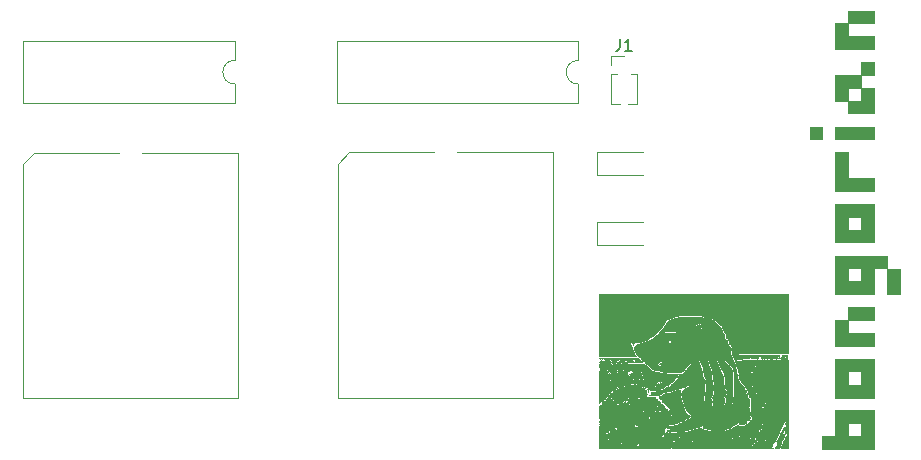
<source format=gto>
G04 #@! TF.GenerationSoftware,KiCad,Pcbnew,(5.0.0)*
G04 #@! TF.CreationDate,2018-07-25T17:19:13+09:00*
G04 #@! TF.ProjectId,kazzo_akizuki_nrom,6B617A7A6F5F616B697A756B695F6E72,rev?*
G04 #@! TF.SameCoordinates,Original*
G04 #@! TF.FileFunction,Legend,Top*
G04 #@! TF.FilePolarity,Positive*
%FSLAX46Y46*%
G04 Gerber Fmt 4.6, Leading zero omitted, Abs format (unit mm)*
G04 Created by KiCad (PCBNEW (5.0.0)) date 07/25/18 17:19:14*
%MOMM*%
%LPD*%
G01*
G04 APERTURE LIST*
%ADD10C,0.120000*%
%ADD11C,0.010000*%
%ADD12C,0.150000*%
%ADD13C,0.142240*%
G04 APERTURE END LIST*
D10*
G04 #@! TO.C,J1*
X144750000Y-80641500D02*
X145552470Y-80641500D01*
X146167530Y-80641500D02*
X146970000Y-80641500D01*
X144750000Y-78166500D02*
X144750000Y-80641500D01*
X146970000Y-78166500D02*
X146970000Y-80641500D01*
X144750000Y-78166500D02*
X145296529Y-78166500D01*
X146423471Y-78166500D02*
X146970000Y-78166500D01*
X144750000Y-77406500D02*
X144750000Y-76646500D01*
X144750000Y-76646500D02*
X145860000Y-76646500D01*
G04 #@! TO.C,JP1*
X143546000Y-84725000D02*
X143546000Y-86725000D01*
X143546000Y-86725000D02*
X147446000Y-86725000D01*
X143546000Y-84725000D02*
X147446000Y-84725000D01*
G04 #@! TO.C,JP2*
X143610000Y-90630500D02*
X143610000Y-92630500D01*
X143610000Y-92630500D02*
X147510000Y-92630500D01*
X143610000Y-90630500D02*
X147510000Y-90630500D01*
G04 #@! TO.C,U1*
X141982000Y-78978000D02*
G75*
G02X141982000Y-76978000I0J1000000D01*
G01*
X141982000Y-76978000D02*
X141982000Y-75328000D01*
X141982000Y-75328000D02*
X121542000Y-75328000D01*
X121542000Y-75328000D02*
X121542000Y-80628000D01*
X121542000Y-80628000D02*
X141982000Y-80628000D01*
X141982000Y-80628000D02*
X141982000Y-78978000D01*
G04 #@! TO.C,U2*
X129746000Y-84723000D02*
X122621000Y-84723000D01*
X122621000Y-84723000D02*
X121621000Y-85723000D01*
X121621000Y-85723000D02*
X121621000Y-105523000D01*
X121621000Y-105523000D02*
X139871000Y-105523000D01*
X139871000Y-105523000D02*
X139871000Y-84723000D01*
X139871000Y-84723000D02*
X131746000Y-84723000D01*
G04 #@! TO.C,U3*
X103076000Y-84786500D02*
X95951000Y-84786500D01*
X95951000Y-84786500D02*
X94951000Y-85786500D01*
X94951000Y-85786500D02*
X94951000Y-105586500D01*
X94951000Y-105586500D02*
X113201000Y-105586500D01*
X113201000Y-105586500D02*
X113201000Y-84786500D01*
X113201000Y-84786500D02*
X105076000Y-84786500D01*
G04 #@! TO.C,U4*
X112900000Y-78978000D02*
G75*
G02X112900000Y-76978000I0J1000000D01*
G01*
X112900000Y-76978000D02*
X112900000Y-75328000D01*
X112900000Y-75328000D02*
X95000000Y-75328000D01*
X95000000Y-75328000D02*
X95000000Y-80628000D01*
X95000000Y-80628000D02*
X112900000Y-80628000D01*
X112900000Y-80628000D02*
X112900000Y-78978000D01*
D11*
G04 #@! TO.C,G\002A\002A\002A*
G36*
X162632572Y-82593543D02*
X162632572Y-83645828D01*
X161580286Y-83645828D01*
X161580286Y-82593543D01*
X162632572Y-82593543D01*
X162632572Y-82593543D01*
G37*
X162632572Y-82593543D02*
X162632572Y-83645828D01*
X161580286Y-83645828D01*
X161580286Y-82593543D01*
X162632572Y-82593543D01*
G36*
X167023143Y-72760114D02*
X167023143Y-73812400D01*
X164846000Y-73812400D01*
X164846000Y-72760114D01*
X167023143Y-72760114D01*
X167023143Y-72760114D01*
G37*
X167023143Y-72760114D02*
X167023143Y-73812400D01*
X164846000Y-73812400D01*
X164846000Y-72760114D01*
X167023143Y-72760114D01*
G36*
X164846000Y-73848685D02*
X164846000Y-74937257D01*
X167023143Y-74937257D01*
X167023143Y-75989543D01*
X163757429Y-75989543D01*
X163757429Y-73848685D01*
X164846000Y-73848685D01*
X164846000Y-73848685D01*
G37*
X164846000Y-73848685D02*
X164846000Y-74937257D01*
X167023143Y-74937257D01*
X167023143Y-75989543D01*
X163757429Y-75989543D01*
X163757429Y-73848685D01*
X164846000Y-73848685D01*
G36*
X165934572Y-78202971D02*
X165934572Y-79291543D01*
X167023143Y-79291543D01*
X167023143Y-81468686D01*
X164846000Y-81468686D01*
X164846000Y-80380114D01*
X165934572Y-80380114D01*
X165934572Y-79291543D01*
X164846000Y-79291543D01*
X164846000Y-80380114D01*
X163757429Y-80380114D01*
X163757429Y-78202971D01*
X165934572Y-78202971D01*
X165934572Y-78202971D01*
G37*
X165934572Y-78202971D02*
X165934572Y-79291543D01*
X167023143Y-79291543D01*
X167023143Y-81468686D01*
X164846000Y-81468686D01*
X164846000Y-80380114D01*
X165934572Y-80380114D01*
X165934572Y-79291543D01*
X164846000Y-79291543D01*
X164846000Y-80380114D01*
X163757429Y-80380114D01*
X163757429Y-78202971D01*
X165934572Y-78202971D01*
G36*
X167023143Y-77114400D02*
X167023143Y-78202971D01*
X165934572Y-78202971D01*
X165934572Y-77114400D01*
X167023143Y-77114400D01*
X167023143Y-77114400D01*
G37*
X167023143Y-77114400D02*
X167023143Y-78202971D01*
X165934572Y-78202971D01*
X165934572Y-77114400D01*
X167023143Y-77114400D01*
G36*
X167023143Y-82593543D02*
X167023143Y-83645828D01*
X163757429Y-83645828D01*
X163757429Y-82593543D01*
X167023143Y-82593543D01*
X167023143Y-82593543D01*
G37*
X167023143Y-82593543D02*
X167023143Y-83645828D01*
X163757429Y-83645828D01*
X163757429Y-82593543D01*
X167023143Y-82593543D01*
G36*
X164846000Y-84770686D02*
X164846000Y-86947828D01*
X167023143Y-86947828D01*
X167023143Y-88036400D01*
X163757429Y-88036400D01*
X163757429Y-84770686D01*
X164846000Y-84770686D01*
X164846000Y-84770686D01*
G37*
X164846000Y-84770686D02*
X164846000Y-86947828D01*
X167023143Y-86947828D01*
X167023143Y-88036400D01*
X163757429Y-88036400D01*
X163757429Y-84770686D01*
X164846000Y-84770686D01*
G36*
X167023143Y-89124971D02*
X167023143Y-92390685D01*
X164846000Y-92390685D01*
X164846000Y-91338400D01*
X165934572Y-91338400D01*
X165934572Y-90213543D01*
X164846000Y-90213543D01*
X164846000Y-91338400D01*
X164846000Y-92390685D01*
X163757429Y-92390685D01*
X163757429Y-89124971D01*
X167023143Y-89124971D01*
X167023143Y-89124971D01*
G37*
X167023143Y-89124971D02*
X167023143Y-92390685D01*
X164846000Y-92390685D01*
X164846000Y-91338400D01*
X165934572Y-91338400D01*
X165934572Y-90213543D01*
X164846000Y-90213543D01*
X164846000Y-91338400D01*
X164846000Y-92390685D01*
X163757429Y-92390685D01*
X163757429Y-89124971D01*
X167023143Y-89124971D01*
G36*
X164846000Y-98958400D02*
X164846000Y-100083257D01*
X167023143Y-100083257D01*
X167023143Y-101135543D01*
X163757429Y-101135543D01*
X163757429Y-98958400D01*
X164846000Y-98958400D01*
X164846000Y-98958400D01*
G37*
X164846000Y-98958400D02*
X164846000Y-100083257D01*
X167023143Y-100083257D01*
X167023143Y-101135543D01*
X163757429Y-101135543D01*
X163757429Y-98958400D01*
X164846000Y-98958400D01*
G36*
X167023143Y-97869828D02*
X167023143Y-98958400D01*
X164846000Y-98958400D01*
X164846000Y-97869828D01*
X167023143Y-97869828D01*
X167023143Y-97869828D01*
G37*
X167023143Y-97869828D02*
X167023143Y-98958400D01*
X164846000Y-98958400D01*
X164846000Y-97869828D01*
X167023143Y-97869828D01*
G36*
X167023143Y-102260400D02*
X167023143Y-105526114D01*
X164846000Y-105526114D01*
X164846000Y-104437543D01*
X165934572Y-104437543D01*
X165934572Y-103312686D01*
X164846000Y-103312686D01*
X164846000Y-104437543D01*
X164846000Y-105526114D01*
X163757429Y-105526114D01*
X163757429Y-102260400D01*
X167023143Y-102260400D01*
X167023143Y-102260400D01*
G37*
X167023143Y-102260400D02*
X167023143Y-105526114D01*
X164846000Y-105526114D01*
X164846000Y-104437543D01*
X165934572Y-104437543D01*
X165934572Y-103312686D01*
X164846000Y-103312686D01*
X164846000Y-104437543D01*
X164846000Y-105526114D01*
X163757429Y-105526114D01*
X163757429Y-102260400D01*
X167023143Y-102260400D01*
G36*
X163757429Y-108791828D02*
X163757429Y-106614686D01*
X167023143Y-106614686D01*
X167023143Y-109880400D01*
X164846000Y-109880400D01*
X164846000Y-108791828D01*
X165934572Y-108791828D01*
X165934572Y-107703257D01*
X164846000Y-107703257D01*
X164846000Y-108791828D01*
X164846000Y-109880400D01*
X162668858Y-109880400D01*
X162668858Y-108791828D01*
X163757429Y-108791828D01*
X163757429Y-108791828D01*
G37*
X163757429Y-108791828D02*
X163757429Y-106614686D01*
X167023143Y-106614686D01*
X167023143Y-109880400D01*
X164846000Y-109880400D01*
X164846000Y-108791828D01*
X165934572Y-108791828D01*
X165934572Y-107703257D01*
X164846000Y-107703257D01*
X164846000Y-108791828D01*
X164846000Y-109880400D01*
X162668858Y-109880400D01*
X162668858Y-108791828D01*
X163757429Y-108791828D01*
G36*
X168111715Y-93515543D02*
X168111715Y-94567828D01*
X167023143Y-94567828D01*
X167023143Y-96781257D01*
X164846000Y-96781257D01*
X164846000Y-95692686D01*
X165934572Y-95692686D01*
X165934572Y-94567828D01*
X164846000Y-94567828D01*
X164846000Y-95692686D01*
X164846000Y-96781257D01*
X163757429Y-96781257D01*
X163757429Y-93515543D01*
X168111715Y-93515543D01*
X168111715Y-93515543D01*
G37*
X168111715Y-93515543D02*
X168111715Y-94567828D01*
X167023143Y-94567828D01*
X167023143Y-96781257D01*
X164846000Y-96781257D01*
X164846000Y-95692686D01*
X165934572Y-95692686D01*
X165934572Y-94567828D01*
X164846000Y-94567828D01*
X164846000Y-95692686D01*
X164846000Y-96781257D01*
X163757429Y-96781257D01*
X163757429Y-93515543D01*
X168111715Y-93515543D01*
G36*
X169200286Y-94604114D02*
X169200286Y-96781257D01*
X168111715Y-96781257D01*
X168111715Y-94604114D01*
X169200286Y-94604114D01*
X169200286Y-94604114D01*
G37*
X169200286Y-94604114D02*
X169200286Y-96781257D01*
X168111715Y-96781257D01*
X168111715Y-94604114D01*
X169200286Y-94604114D01*
G36*
X155221516Y-102048733D02*
X155217158Y-102067608D01*
X155200350Y-102069900D01*
X155174216Y-102058283D01*
X155179183Y-102048733D01*
X155216863Y-102044933D01*
X155221516Y-102048733D01*
X155221516Y-102048733D01*
G37*
X155221516Y-102048733D02*
X155217158Y-102067608D01*
X155200350Y-102069900D01*
X155174216Y-102058283D01*
X155179183Y-102048733D01*
X155216863Y-102044933D01*
X155221516Y-102048733D01*
G36*
X155317386Y-102086582D02*
X155299649Y-102109587D01*
X155253307Y-102158948D01*
X155232621Y-102158733D01*
X155232100Y-102153162D01*
X155253797Y-102126659D01*
X155287662Y-102097600D01*
X155325270Y-102070141D01*
X155317386Y-102086582D01*
X155317386Y-102086582D01*
G37*
X155317386Y-102086582D02*
X155299649Y-102109587D01*
X155253307Y-102158948D01*
X155232621Y-102158733D01*
X155232100Y-102153162D01*
X155253797Y-102126659D01*
X155287662Y-102097600D01*
X155325270Y-102070141D01*
X155317386Y-102086582D01*
G36*
X146596100Y-102435025D02*
X146580225Y-102450900D01*
X146564350Y-102435025D01*
X146580225Y-102419150D01*
X146596100Y-102435025D01*
X146596100Y-102435025D01*
G37*
X146596100Y-102435025D02*
X146580225Y-102450900D01*
X146564350Y-102435025D01*
X146580225Y-102419150D01*
X146596100Y-102435025D01*
G36*
X152215850Y-99355275D02*
X152199975Y-99371150D01*
X152184100Y-99355275D01*
X152199975Y-99339400D01*
X152215850Y-99355275D01*
X152215850Y-99355275D01*
G37*
X152215850Y-99355275D02*
X152199975Y-99371150D01*
X152184100Y-99355275D01*
X152199975Y-99339400D01*
X152215850Y-99355275D01*
G36*
X148966597Y-102588878D02*
X148969941Y-102591658D01*
X148973580Y-102630245D01*
X148966393Y-102655905D01*
X148929983Y-102695727D01*
X148882530Y-102702094D01*
X148852042Y-102673856D01*
X148850350Y-102660671D01*
X148873490Y-102618141D01*
X148922463Y-102588310D01*
X148966597Y-102588878D01*
X148966597Y-102588878D01*
G37*
X148966597Y-102588878D02*
X148969941Y-102591658D01*
X148973580Y-102630245D01*
X148966393Y-102655905D01*
X148929983Y-102695727D01*
X148882530Y-102702094D01*
X148852042Y-102673856D01*
X148850350Y-102660671D01*
X148873490Y-102618141D01*
X148922463Y-102588310D01*
X148966597Y-102588878D01*
G36*
X156904266Y-102747233D02*
X156908066Y-102784913D01*
X156904266Y-102789566D01*
X156885391Y-102785208D01*
X156883100Y-102768400D01*
X156894716Y-102742266D01*
X156904266Y-102747233D01*
X156904266Y-102747233D01*
G37*
X156904266Y-102747233D02*
X156908066Y-102784913D01*
X156904266Y-102789566D01*
X156885391Y-102785208D01*
X156883100Y-102768400D01*
X156894716Y-102742266D01*
X156904266Y-102747233D01*
G36*
X145326100Y-103038275D02*
X145310225Y-103054150D01*
X145294350Y-103038275D01*
X145310225Y-103022400D01*
X145326100Y-103038275D01*
X145326100Y-103038275D01*
G37*
X145326100Y-103038275D02*
X145310225Y-103054150D01*
X145294350Y-103038275D01*
X145310225Y-103022400D01*
X145326100Y-103038275D01*
G36*
X155740100Y-103070025D02*
X155724225Y-103085900D01*
X155708350Y-103070025D01*
X155724225Y-103054150D01*
X155740100Y-103070025D01*
X155740100Y-103070025D01*
G37*
X155740100Y-103070025D02*
X155724225Y-103085900D01*
X155708350Y-103070025D01*
X155724225Y-103054150D01*
X155740100Y-103070025D01*
G36*
X155740100Y-103133525D02*
X155724225Y-103149400D01*
X155708350Y-103133525D01*
X155724225Y-103117650D01*
X155740100Y-103133525D01*
X155740100Y-103133525D01*
G37*
X155740100Y-103133525D02*
X155724225Y-103149400D01*
X155708350Y-103133525D01*
X155724225Y-103117650D01*
X155740100Y-103133525D01*
G36*
X155825626Y-103081110D02*
X155828069Y-103133525D01*
X155817466Y-103201563D01*
X155802532Y-103209915D01*
X155799547Y-103204962D01*
X155788699Y-103154841D01*
X155790222Y-103094728D01*
X155802417Y-103056556D01*
X155807579Y-103054150D01*
X155825626Y-103081110D01*
X155825626Y-103081110D01*
G37*
X155825626Y-103081110D02*
X155828069Y-103133525D01*
X155817466Y-103201563D01*
X155802532Y-103209915D01*
X155799547Y-103204962D01*
X155788699Y-103154841D01*
X155790222Y-103094728D01*
X155802417Y-103056556D01*
X155807579Y-103054150D01*
X155825626Y-103081110D01*
G36*
X158930750Y-102959263D02*
X158896791Y-102985583D01*
X158860399Y-102990000D01*
X158851600Y-102978171D01*
X158876504Y-102957780D01*
X158900874Y-102946785D01*
X158933648Y-102944566D01*
X158930750Y-102959263D01*
X158930750Y-102959263D01*
G37*
X158930750Y-102959263D02*
X158896791Y-102985583D01*
X158860399Y-102990000D01*
X158851600Y-102978171D01*
X158876504Y-102957780D01*
X158900874Y-102946785D01*
X158933648Y-102944566D01*
X158930750Y-102959263D01*
G36*
X158936266Y-103032983D02*
X158931908Y-103051858D01*
X158915100Y-103054150D01*
X158888966Y-103042533D01*
X158893933Y-103032983D01*
X158931613Y-103029183D01*
X158936266Y-103032983D01*
X158936266Y-103032983D01*
G37*
X158936266Y-103032983D02*
X158931908Y-103051858D01*
X158915100Y-103054150D01*
X158888966Y-103042533D01*
X158893933Y-103032983D01*
X158931613Y-103029183D01*
X158936266Y-103032983D01*
G36*
X158438850Y-103133525D02*
X158422975Y-103149400D01*
X158407100Y-103133525D01*
X158422975Y-103117650D01*
X158438850Y-103133525D01*
X158438850Y-103133525D01*
G37*
X158438850Y-103133525D02*
X158422975Y-103149400D01*
X158407100Y-103133525D01*
X158422975Y-103117650D01*
X158438850Y-103133525D01*
G36*
X158534100Y-103228775D02*
X158518225Y-103244650D01*
X158502350Y-103228775D01*
X158518225Y-103212900D01*
X158534100Y-103228775D01*
X158534100Y-103228775D01*
G37*
X158534100Y-103228775D02*
X158518225Y-103244650D01*
X158502350Y-103228775D01*
X158518225Y-103212900D01*
X158534100Y-103228775D01*
G36*
X158396516Y-103191733D02*
X158400316Y-103229413D01*
X158396516Y-103234066D01*
X158377641Y-103229708D01*
X158375350Y-103212900D01*
X158386966Y-103186766D01*
X158396516Y-103191733D01*
X158396516Y-103191733D01*
G37*
X158396516Y-103191733D02*
X158400316Y-103229413D01*
X158396516Y-103234066D01*
X158377641Y-103229708D01*
X158375350Y-103212900D01*
X158386966Y-103186766D01*
X158396516Y-103191733D01*
G36*
X158407100Y-103387525D02*
X158391225Y-103403400D01*
X158375350Y-103387525D01*
X158391225Y-103371650D01*
X158407100Y-103387525D01*
X158407100Y-103387525D01*
G37*
X158407100Y-103387525D02*
X158391225Y-103403400D01*
X158375350Y-103387525D01*
X158391225Y-103371650D01*
X158407100Y-103387525D01*
G36*
X158511000Y-103401301D02*
X158510777Y-103455951D01*
X158482432Y-103463507D01*
X158453015Y-103432383D01*
X158452108Y-103382147D01*
X158462764Y-103366785D01*
X158493679Y-103363344D01*
X158511000Y-103401301D01*
X158511000Y-103401301D01*
G37*
X158511000Y-103401301D02*
X158510777Y-103455951D01*
X158482432Y-103463507D01*
X158453015Y-103432383D01*
X158452108Y-103382147D01*
X158462764Y-103366785D01*
X158493679Y-103363344D01*
X158511000Y-103401301D01*
G36*
X156771487Y-103017869D02*
X156779912Y-103071898D01*
X156769418Y-103130065D01*
X156734013Y-103135524D01*
X156732721Y-103135038D01*
X156699203Y-103135799D01*
X156702002Y-103159856D01*
X156703646Y-103220500D01*
X156668122Y-103254410D01*
X156635642Y-103252653D01*
X156620027Y-103227065D01*
X156634794Y-103197025D01*
X156660850Y-103197025D01*
X156676725Y-103212900D01*
X156692600Y-103197025D01*
X156676725Y-103181150D01*
X156660850Y-103197025D01*
X156634794Y-103197025D01*
X156647928Y-103170309D01*
X156673956Y-103134332D01*
X156718899Y-103065485D01*
X156735984Y-103018231D01*
X156733560Y-103010443D01*
X156737020Y-102991769D01*
X156746839Y-102990650D01*
X156771487Y-103017869D01*
X156771487Y-103017869D01*
G37*
X156771487Y-103017869D02*
X156779912Y-103071898D01*
X156769418Y-103130065D01*
X156734013Y-103135524D01*
X156732721Y-103135038D01*
X156699203Y-103135799D01*
X156702002Y-103159856D01*
X156703646Y-103220500D01*
X156668122Y-103254410D01*
X156635642Y-103252653D01*
X156620027Y-103227065D01*
X156634794Y-103197025D01*
X156660850Y-103197025D01*
X156676725Y-103212900D01*
X156692600Y-103197025D01*
X156676725Y-103181150D01*
X156660850Y-103197025D01*
X156634794Y-103197025D01*
X156647928Y-103170309D01*
X156673956Y-103134332D01*
X156718899Y-103065485D01*
X156735984Y-103018231D01*
X156733560Y-103010443D01*
X156737020Y-102991769D01*
X156746839Y-102990650D01*
X156771487Y-103017869D01*
G36*
X156687694Y-103416243D02*
X156721779Y-103448212D01*
X156714787Y-103466590D01*
X156710348Y-103466900D01*
X156683494Y-103444348D01*
X156673693Y-103430244D01*
X156669950Y-103408517D01*
X156687694Y-103416243D01*
X156687694Y-103416243D01*
G37*
X156687694Y-103416243D02*
X156721779Y-103448212D01*
X156714787Y-103466590D01*
X156710348Y-103466900D01*
X156683494Y-103444348D01*
X156673693Y-103430244D01*
X156669950Y-103408517D01*
X156687694Y-103416243D01*
G36*
X156583278Y-103424610D02*
X156577714Y-103449375D01*
X156552093Y-103494066D01*
X156535526Y-103486579D01*
X156533850Y-103468773D01*
X156556909Y-103425720D01*
X156565236Y-103419499D01*
X156583278Y-103424610D01*
X156583278Y-103424610D01*
G37*
X156583278Y-103424610D02*
X156577714Y-103449375D01*
X156552093Y-103494066D01*
X156535526Y-103486579D01*
X156533850Y-103468773D01*
X156556909Y-103425720D01*
X156565236Y-103419499D01*
X156583278Y-103424610D01*
G36*
X146754485Y-102856464D02*
X146754850Y-102863650D01*
X146730442Y-102894179D01*
X146721226Y-102895400D01*
X146702263Y-102875948D01*
X146707225Y-102863650D01*
X146735755Y-102833361D01*
X146740848Y-102831900D01*
X146754485Y-102856464D01*
X146754485Y-102856464D01*
G37*
X146754485Y-102856464D02*
X146754850Y-102863650D01*
X146730442Y-102894179D01*
X146721226Y-102895400D01*
X146702263Y-102875948D01*
X146707225Y-102863650D01*
X146735755Y-102833361D01*
X146740848Y-102831900D01*
X146754485Y-102856464D01*
G36*
X146786600Y-102943025D02*
X146770725Y-102958900D01*
X146754850Y-102943025D01*
X146770725Y-102927150D01*
X146786600Y-102943025D01*
X146786600Y-102943025D01*
G37*
X146786600Y-102943025D02*
X146770725Y-102958900D01*
X146754850Y-102943025D01*
X146770725Y-102927150D01*
X146786600Y-102943025D01*
G36*
X146331516Y-103032983D02*
X146335316Y-103070663D01*
X146331516Y-103075316D01*
X146312641Y-103070958D01*
X146310350Y-103054150D01*
X146321966Y-103028016D01*
X146331516Y-103032983D01*
X146331516Y-103032983D01*
G37*
X146331516Y-103032983D02*
X146335316Y-103070663D01*
X146331516Y-103075316D01*
X146312641Y-103070958D01*
X146310350Y-103054150D01*
X146321966Y-103028016D01*
X146331516Y-103032983D01*
G36*
X145770600Y-103070025D02*
X145754725Y-103085900D01*
X145738850Y-103070025D01*
X145754725Y-103054150D01*
X145770600Y-103070025D01*
X145770600Y-103070025D01*
G37*
X145770600Y-103070025D02*
X145754725Y-103085900D01*
X145738850Y-103070025D01*
X145754725Y-103054150D01*
X145770600Y-103070025D01*
G36*
X145982266Y-103096483D02*
X145977908Y-103115358D01*
X145961100Y-103117650D01*
X145934966Y-103106033D01*
X145939933Y-103096483D01*
X145977613Y-103092683D01*
X145982266Y-103096483D01*
X145982266Y-103096483D01*
G37*
X145982266Y-103096483D02*
X145977908Y-103115358D01*
X145961100Y-103117650D01*
X145934966Y-103106033D01*
X145939933Y-103096483D01*
X145977613Y-103092683D01*
X145982266Y-103096483D01*
G36*
X146342100Y-103133525D02*
X146326225Y-103149400D01*
X146310350Y-103133525D01*
X146326225Y-103117650D01*
X146342100Y-103133525D01*
X146342100Y-103133525D01*
G37*
X146342100Y-103133525D02*
X146326225Y-103149400D01*
X146310350Y-103133525D01*
X146326225Y-103117650D01*
X146342100Y-103133525D01*
G36*
X145664766Y-103128233D02*
X145668566Y-103165913D01*
X145664766Y-103170566D01*
X145645891Y-103166208D01*
X145643600Y-103149400D01*
X145655216Y-103123266D01*
X145664766Y-103128233D01*
X145664766Y-103128233D01*
G37*
X145664766Y-103128233D02*
X145668566Y-103165913D01*
X145664766Y-103170566D01*
X145645891Y-103166208D01*
X145643600Y-103149400D01*
X145655216Y-103123266D01*
X145664766Y-103128233D01*
G36*
X146437350Y-103197025D02*
X146421475Y-103212900D01*
X146405600Y-103197025D01*
X146421475Y-103181150D01*
X146437350Y-103197025D01*
X146437350Y-103197025D01*
G37*
X146437350Y-103197025D02*
X146421475Y-103212900D01*
X146405600Y-103197025D01*
X146421475Y-103181150D01*
X146437350Y-103197025D01*
G36*
X146310350Y-103228775D02*
X146294475Y-103244650D01*
X146278600Y-103228775D01*
X146294475Y-103212900D01*
X146310350Y-103228775D01*
X146310350Y-103228775D01*
G37*
X146310350Y-103228775D02*
X146294475Y-103244650D01*
X146278600Y-103228775D01*
X146294475Y-103212900D01*
X146310350Y-103228775D01*
G36*
X145850782Y-103159363D02*
X145873787Y-103177100D01*
X145917759Y-103216266D01*
X145929350Y-103232662D01*
X145913905Y-103242166D01*
X145871698Y-103201380D01*
X145861800Y-103189087D01*
X145834341Y-103151479D01*
X145850782Y-103159363D01*
X145850782Y-103159363D01*
G37*
X145850782Y-103159363D02*
X145873787Y-103177100D01*
X145917759Y-103216266D01*
X145929350Y-103232662D01*
X145913905Y-103242166D01*
X145871698Y-103201380D01*
X145861800Y-103189087D01*
X145834341Y-103151479D01*
X145850782Y-103159363D01*
G36*
X146723100Y-103324025D02*
X146707225Y-103339900D01*
X146691350Y-103324025D01*
X146707225Y-103308150D01*
X146723100Y-103324025D01*
X146723100Y-103324025D01*
G37*
X146723100Y-103324025D02*
X146707225Y-103339900D01*
X146691350Y-103324025D01*
X146707225Y-103308150D01*
X146723100Y-103324025D01*
G36*
X146659600Y-103324025D02*
X146643725Y-103339900D01*
X146627850Y-103324025D01*
X146643725Y-103308150D01*
X146659600Y-103324025D01*
X146659600Y-103324025D01*
G37*
X146659600Y-103324025D02*
X146643725Y-103339900D01*
X146627850Y-103324025D01*
X146643725Y-103308150D01*
X146659600Y-103324025D01*
G36*
X146776016Y-103318733D02*
X146779816Y-103356413D01*
X146776016Y-103361066D01*
X146757141Y-103356708D01*
X146754850Y-103339900D01*
X146766466Y-103313766D01*
X146776016Y-103318733D01*
X146776016Y-103318733D01*
G37*
X146776016Y-103318733D02*
X146779816Y-103356413D01*
X146776016Y-103361066D01*
X146757141Y-103356708D01*
X146754850Y-103339900D01*
X146766466Y-103313766D01*
X146776016Y-103318733D01*
G36*
X146722858Y-103390831D02*
X146727039Y-103394933D01*
X146752118Y-103436561D01*
X146748718Y-103451865D01*
X146725100Y-103442337D01*
X146709266Y-103412706D01*
X146699599Y-103375613D01*
X146722858Y-103390831D01*
X146722858Y-103390831D01*
G37*
X146722858Y-103390831D02*
X146727039Y-103394933D01*
X146752118Y-103436561D01*
X146748718Y-103451865D01*
X146725100Y-103442337D01*
X146709266Y-103412706D01*
X146699599Y-103375613D01*
X146722858Y-103390831D01*
G36*
X146681288Y-103460946D02*
X146685073Y-103510568D01*
X146678782Y-103521801D01*
X146664351Y-103512331D01*
X146662106Y-103480129D01*
X146669860Y-103446250D01*
X146681288Y-103460946D01*
X146681288Y-103460946D01*
G37*
X146681288Y-103460946D02*
X146685073Y-103510568D01*
X146678782Y-103521801D01*
X146664351Y-103512331D01*
X146662106Y-103480129D01*
X146669860Y-103446250D01*
X146681288Y-103460946D01*
G36*
X146342100Y-103514525D02*
X146326225Y-103530400D01*
X146310350Y-103514525D01*
X146326225Y-103498650D01*
X146342100Y-103514525D01*
X146342100Y-103514525D01*
G37*
X146342100Y-103514525D02*
X146326225Y-103530400D01*
X146310350Y-103514525D01*
X146326225Y-103498650D01*
X146342100Y-103514525D01*
G36*
X145961100Y-103514525D02*
X145945225Y-103530400D01*
X145929350Y-103514525D01*
X145945225Y-103498650D01*
X145961100Y-103514525D01*
X145961100Y-103514525D01*
G37*
X145961100Y-103514525D02*
X145945225Y-103530400D01*
X145929350Y-103514525D01*
X145945225Y-103498650D01*
X145961100Y-103514525D01*
G36*
X145783569Y-103464505D02*
X145786475Y-103466900D01*
X145825779Y-103502446D01*
X145834100Y-103513120D01*
X145808145Y-103519078D01*
X145786475Y-103519816D01*
X145744365Y-103495121D01*
X145738850Y-103473595D01*
X145747644Y-103444263D01*
X145783569Y-103464505D01*
X145783569Y-103464505D01*
G37*
X145783569Y-103464505D02*
X145786475Y-103466900D01*
X145825779Y-103502446D01*
X145834100Y-103513120D01*
X145808145Y-103519078D01*
X145786475Y-103519816D01*
X145744365Y-103495121D01*
X145738850Y-103473595D01*
X145747644Y-103444263D01*
X145783569Y-103464505D01*
G36*
X146024600Y-103546275D02*
X146008725Y-103562150D01*
X145992850Y-103546275D01*
X146008725Y-103530400D01*
X146024600Y-103546275D01*
X146024600Y-103546275D01*
G37*
X146024600Y-103546275D02*
X146008725Y-103562150D01*
X145992850Y-103546275D01*
X146008725Y-103530400D01*
X146024600Y-103546275D01*
G36*
X145897600Y-103546275D02*
X145881725Y-103562150D01*
X145865850Y-103546275D01*
X145881725Y-103530400D01*
X145897600Y-103546275D01*
X145897600Y-103546275D01*
G37*
X145897600Y-103546275D02*
X145881725Y-103562150D01*
X145865850Y-103546275D01*
X145881725Y-103530400D01*
X145897600Y-103546275D01*
G36*
X146369412Y-103575207D02*
X146384941Y-103608758D01*
X146388112Y-103657655D01*
X146379054Y-103670058D01*
X146357892Y-103656527D01*
X146350664Y-103623450D01*
X146352788Y-103569119D01*
X146369412Y-103575207D01*
X146369412Y-103575207D01*
G37*
X146369412Y-103575207D02*
X146384941Y-103608758D01*
X146388112Y-103657655D01*
X146379054Y-103670058D01*
X146357892Y-103656527D01*
X146350664Y-103623450D01*
X146352788Y-103569119D01*
X146369412Y-103575207D01*
G36*
X146278600Y-103768525D02*
X146262725Y-103784400D01*
X146246850Y-103768525D01*
X146262725Y-103752650D01*
X146278600Y-103768525D01*
X146278600Y-103768525D01*
G37*
X146278600Y-103768525D02*
X146262725Y-103784400D01*
X146246850Y-103768525D01*
X146262725Y-103752650D01*
X146278600Y-103768525D01*
G36*
X145220266Y-103096483D02*
X145224066Y-103134163D01*
X145220266Y-103138816D01*
X145201391Y-103134458D01*
X145199100Y-103117650D01*
X145210716Y-103091516D01*
X145220266Y-103096483D01*
X145220266Y-103096483D01*
G37*
X145220266Y-103096483D02*
X145224066Y-103134163D01*
X145220266Y-103138816D01*
X145201391Y-103134458D01*
X145199100Y-103117650D01*
X145210716Y-103091516D01*
X145220266Y-103096483D01*
G36*
X145162444Y-103193993D02*
X145196529Y-103225962D01*
X145189537Y-103244340D01*
X145185098Y-103244650D01*
X145158244Y-103222098D01*
X145148443Y-103207994D01*
X145144700Y-103186267D01*
X145162444Y-103193993D01*
X145162444Y-103193993D01*
G37*
X145162444Y-103193993D02*
X145196529Y-103225962D01*
X145189537Y-103244340D01*
X145185098Y-103244650D01*
X145158244Y-103222098D01*
X145148443Y-103207994D01*
X145144700Y-103186267D01*
X145162444Y-103193993D01*
G36*
X145230850Y-103292275D02*
X145214975Y-103308150D01*
X145199100Y-103292275D01*
X145214975Y-103276400D01*
X145230850Y-103292275D01*
X145230850Y-103292275D01*
G37*
X145230850Y-103292275D02*
X145214975Y-103308150D01*
X145199100Y-103292275D01*
X145214975Y-103276400D01*
X145230850Y-103292275D01*
G36*
X145125638Y-103328658D02*
X145119725Y-103339900D01*
X145089809Y-103370221D01*
X145084227Y-103371650D01*
X145082061Y-103351141D01*
X145087975Y-103339900D01*
X145117890Y-103309578D01*
X145123472Y-103308150D01*
X145125638Y-103328658D01*
X145125638Y-103328658D01*
G37*
X145125638Y-103328658D02*
X145119725Y-103339900D01*
X145089809Y-103370221D01*
X145084227Y-103371650D01*
X145082061Y-103351141D01*
X145087975Y-103339900D01*
X145117890Y-103309578D01*
X145123472Y-103308150D01*
X145125638Y-103328658D01*
G36*
X145103850Y-103419275D02*
X145087975Y-103435150D01*
X145072100Y-103419275D01*
X145087975Y-103403400D01*
X145103850Y-103419275D01*
X145103850Y-103419275D01*
G37*
X145103850Y-103419275D02*
X145087975Y-103435150D01*
X145072100Y-103419275D01*
X145087975Y-103403400D01*
X145103850Y-103419275D01*
G36*
X145192600Y-103415293D02*
X145171399Y-103443087D01*
X145123018Y-103487664D01*
X145094670Y-103498650D01*
X145072296Y-103492409D01*
X145074745Y-103489665D01*
X145107824Y-103465954D01*
X145151475Y-103434103D01*
X145194654Y-103404240D01*
X145192600Y-103415293D01*
X145192600Y-103415293D01*
G37*
X145192600Y-103415293D02*
X145171399Y-103443087D01*
X145123018Y-103487664D01*
X145094670Y-103498650D01*
X145072296Y-103492409D01*
X145074745Y-103489665D01*
X145107824Y-103465954D01*
X145151475Y-103434103D01*
X145194654Y-103404240D01*
X145192600Y-103415293D01*
G36*
X145421350Y-103514525D02*
X145405475Y-103530400D01*
X145389600Y-103514525D01*
X145405475Y-103498650D01*
X145421350Y-103514525D01*
X145421350Y-103514525D01*
G37*
X145421350Y-103514525D02*
X145405475Y-103530400D01*
X145389600Y-103514525D01*
X145405475Y-103498650D01*
X145421350Y-103514525D01*
G36*
X145267891Y-103454295D02*
X145294088Y-103496170D01*
X145294350Y-103500523D01*
X145273047Y-103529826D01*
X145267891Y-103530400D01*
X145244203Y-103504704D01*
X145241433Y-103484171D01*
X145255196Y-103452156D01*
X145267891Y-103454295D01*
X145267891Y-103454295D01*
G37*
X145267891Y-103454295D02*
X145294088Y-103496170D01*
X145294350Y-103500523D01*
X145273047Y-103529826D01*
X145267891Y-103530400D01*
X145244203Y-103504704D01*
X145241433Y-103484171D01*
X145255196Y-103452156D01*
X145267891Y-103454295D01*
G36*
X145103850Y-103546275D02*
X145087975Y-103562150D01*
X145072100Y-103546275D01*
X145087975Y-103530400D01*
X145103850Y-103546275D01*
X145103850Y-103546275D01*
G37*
X145103850Y-103546275D02*
X145087975Y-103562150D01*
X145072100Y-103546275D01*
X145087975Y-103530400D01*
X145103850Y-103546275D01*
G36*
X145026803Y-103492691D02*
X145029766Y-103514525D01*
X145026080Y-103557671D01*
X145005936Y-103548736D01*
X144998016Y-103540983D01*
X144977593Y-103497626D01*
X144994267Y-103468303D01*
X145003308Y-103466900D01*
X145026803Y-103492691D01*
X145026803Y-103492691D01*
G37*
X145026803Y-103492691D02*
X145029766Y-103514525D01*
X145026080Y-103557671D01*
X145005936Y-103548736D01*
X144998016Y-103540983D01*
X144977593Y-103497626D01*
X144994267Y-103468303D01*
X145003308Y-103466900D01*
X145026803Y-103492691D01*
G36*
X145199617Y-103546595D02*
X145217933Y-103584645D01*
X145213619Y-103596093D01*
X145182968Y-103624246D01*
X145167971Y-103592181D01*
X145167350Y-103576151D01*
X145182971Y-103543450D01*
X145199617Y-103546595D01*
X145199617Y-103546595D01*
G37*
X145199617Y-103546595D02*
X145217933Y-103584645D01*
X145213619Y-103596093D01*
X145182968Y-103624246D01*
X145167971Y-103592181D01*
X145167350Y-103576151D01*
X145182971Y-103543450D01*
X145199617Y-103546595D01*
G36*
X145135600Y-103609775D02*
X145119725Y-103625650D01*
X145103850Y-103609775D01*
X145119725Y-103593900D01*
X145135600Y-103609775D01*
X145135600Y-103609775D01*
G37*
X145135600Y-103609775D02*
X145119725Y-103625650D01*
X145103850Y-103609775D01*
X145119725Y-103593900D01*
X145135600Y-103609775D01*
G36*
X146114944Y-103892493D02*
X146149029Y-103924462D01*
X146142037Y-103942840D01*
X146137598Y-103943150D01*
X146110744Y-103920598D01*
X146100943Y-103906494D01*
X146097200Y-103884767D01*
X146114944Y-103892493D01*
X146114944Y-103892493D01*
G37*
X146114944Y-103892493D02*
X146149029Y-103924462D01*
X146142037Y-103942840D01*
X146137598Y-103943150D01*
X146110744Y-103920598D01*
X146100943Y-103906494D01*
X146097200Y-103884767D01*
X146114944Y-103892493D01*
G36*
X146204516Y-103921983D02*
X146208316Y-103959663D01*
X146204516Y-103964316D01*
X146185641Y-103959958D01*
X146183350Y-103943150D01*
X146194966Y-103917016D01*
X146204516Y-103921983D01*
X146204516Y-103921983D01*
G37*
X146204516Y-103921983D02*
X146208316Y-103959663D01*
X146204516Y-103964316D01*
X146185641Y-103959958D01*
X146183350Y-103943150D01*
X146194966Y-103917016D01*
X146204516Y-103921983D01*
G36*
X146310350Y-103990775D02*
X146294475Y-104006650D01*
X146278600Y-103990775D01*
X146294475Y-103974900D01*
X146310350Y-103990775D01*
X146310350Y-103990775D01*
G37*
X146310350Y-103990775D02*
X146294475Y-104006650D01*
X146278600Y-103990775D01*
X146294475Y-103974900D01*
X146310350Y-103990775D01*
G36*
X146204516Y-104017233D02*
X146208316Y-104054913D01*
X146204516Y-104059566D01*
X146185641Y-104055208D01*
X146183350Y-104038400D01*
X146194966Y-104012266D01*
X146204516Y-104017233D01*
X146204516Y-104017233D01*
G37*
X146204516Y-104017233D02*
X146208316Y-104054913D01*
X146204516Y-104059566D01*
X146185641Y-104055208D01*
X146183350Y-104038400D01*
X146194966Y-104012266D01*
X146204516Y-104017233D01*
G36*
X147358100Y-103451025D02*
X147342225Y-103466900D01*
X147326350Y-103451025D01*
X147342225Y-103435150D01*
X147358100Y-103451025D01*
X147358100Y-103451025D01*
G37*
X147358100Y-103451025D02*
X147342225Y-103466900D01*
X147326350Y-103451025D01*
X147342225Y-103435150D01*
X147358100Y-103451025D01*
G36*
X147294600Y-103451025D02*
X147278725Y-103466900D01*
X147262850Y-103451025D01*
X147278725Y-103435150D01*
X147294600Y-103451025D01*
X147294600Y-103451025D01*
G37*
X147294600Y-103451025D02*
X147278725Y-103466900D01*
X147262850Y-103451025D01*
X147278725Y-103435150D01*
X147294600Y-103451025D01*
G36*
X147358100Y-103514525D02*
X147342225Y-103530400D01*
X147326350Y-103514525D01*
X147342225Y-103498650D01*
X147358100Y-103514525D01*
X147358100Y-103514525D01*
G37*
X147358100Y-103514525D02*
X147342225Y-103530400D01*
X147326350Y-103514525D01*
X147342225Y-103498650D01*
X147358100Y-103514525D01*
G36*
X147261994Y-103554617D02*
X147262850Y-103562150D01*
X147237006Y-103590014D01*
X147213351Y-103593900D01*
X147180488Y-103578507D01*
X147183475Y-103562150D01*
X147224066Y-103531611D01*
X147232973Y-103530400D01*
X147261994Y-103554617D01*
X147261994Y-103554617D01*
G37*
X147261994Y-103554617D02*
X147262850Y-103562150D01*
X147237006Y-103590014D01*
X147213351Y-103593900D01*
X147180488Y-103578507D01*
X147183475Y-103562150D01*
X147224066Y-103531611D01*
X147232973Y-103530400D01*
X147261994Y-103554617D01*
G36*
X147072350Y-103641525D02*
X147056475Y-103657400D01*
X147040600Y-103641525D01*
X147056475Y-103625650D01*
X147072350Y-103641525D01*
X147072350Y-103641525D01*
G37*
X147072350Y-103641525D02*
X147056475Y-103657400D01*
X147040600Y-103641525D01*
X147056475Y-103625650D01*
X147072350Y-103641525D01*
G36*
X147326350Y-103673275D02*
X147310475Y-103689150D01*
X147294600Y-103673275D01*
X147310475Y-103657400D01*
X147326350Y-103673275D01*
X147326350Y-103673275D01*
G37*
X147326350Y-103673275D02*
X147310475Y-103689150D01*
X147294600Y-103673275D01*
X147310475Y-103657400D01*
X147326350Y-103673275D01*
G36*
X146985037Y-103668122D02*
X146989026Y-103679711D01*
X146945350Y-103684136D01*
X146900276Y-103679147D01*
X146905662Y-103668122D01*
X146970665Y-103663929D01*
X146985037Y-103668122D01*
X146985037Y-103668122D01*
G37*
X146985037Y-103668122D02*
X146989026Y-103679711D01*
X146945350Y-103684136D01*
X146900276Y-103679147D01*
X146905662Y-103668122D01*
X146970665Y-103663929D01*
X146985037Y-103668122D01*
G36*
X146945350Y-103863775D02*
X146929475Y-103879650D01*
X146913600Y-103863775D01*
X146929475Y-103847900D01*
X146945350Y-103863775D01*
X146945350Y-103863775D01*
G37*
X146945350Y-103863775D02*
X146929475Y-103879650D01*
X146913600Y-103863775D01*
X146929475Y-103847900D01*
X146945350Y-103863775D01*
G36*
X147548600Y-103895525D02*
X147532725Y-103911400D01*
X147516850Y-103895525D01*
X147532725Y-103879650D01*
X147548600Y-103895525D01*
X147548600Y-103895525D01*
G37*
X147548600Y-103895525D02*
X147532725Y-103911400D01*
X147516850Y-103895525D01*
X147532725Y-103879650D01*
X147548600Y-103895525D01*
G36*
X147167600Y-103895525D02*
X147151725Y-103911400D01*
X147135850Y-103895525D01*
X147151725Y-103879650D01*
X147167600Y-103895525D01*
X147167600Y-103895525D01*
G37*
X147167600Y-103895525D02*
X147151725Y-103911400D01*
X147135850Y-103895525D01*
X147151725Y-103879650D01*
X147167600Y-103895525D01*
G36*
X146998266Y-103921983D02*
X146993908Y-103940858D01*
X146977100Y-103943150D01*
X146950966Y-103931533D01*
X146955933Y-103921983D01*
X146993613Y-103918183D01*
X146998266Y-103921983D01*
X146998266Y-103921983D01*
G37*
X146998266Y-103921983D02*
X146993908Y-103940858D01*
X146977100Y-103943150D01*
X146950966Y-103931533D01*
X146955933Y-103921983D01*
X146993613Y-103918183D01*
X146998266Y-103921983D01*
G36*
X146469100Y-103927275D02*
X146453225Y-103943150D01*
X146437350Y-103927275D01*
X146453225Y-103911400D01*
X146469100Y-103927275D01*
X146469100Y-103927275D01*
G37*
X146469100Y-103927275D02*
X146453225Y-103943150D01*
X146437350Y-103927275D01*
X146453225Y-103911400D01*
X146469100Y-103927275D01*
G36*
X147601516Y-103953733D02*
X147597158Y-103972608D01*
X147580350Y-103974900D01*
X147554216Y-103963283D01*
X147559183Y-103953733D01*
X147596863Y-103949933D01*
X147601516Y-103953733D01*
X147601516Y-103953733D01*
G37*
X147601516Y-103953733D02*
X147597158Y-103972608D01*
X147580350Y-103974900D01*
X147554216Y-103963283D01*
X147559183Y-103953733D01*
X147596863Y-103949933D01*
X147601516Y-103953733D01*
G36*
X146586136Y-103896332D02*
X146568399Y-103919337D01*
X146522057Y-103968698D01*
X146501371Y-103968483D01*
X146500850Y-103962912D01*
X146522547Y-103936409D01*
X146556412Y-103907350D01*
X146594020Y-103879891D01*
X146586136Y-103896332D01*
X146586136Y-103896332D01*
G37*
X146586136Y-103896332D02*
X146568399Y-103919337D01*
X146522057Y-103968698D01*
X146501371Y-103968483D01*
X146500850Y-103962912D01*
X146522547Y-103936409D01*
X146556412Y-103907350D01*
X146594020Y-103879891D01*
X146586136Y-103896332D01*
G36*
X147231100Y-103990775D02*
X147215225Y-104006650D01*
X147199350Y-103990775D01*
X147215225Y-103974900D01*
X147231100Y-103990775D01*
X147231100Y-103990775D01*
G37*
X147231100Y-103990775D02*
X147215225Y-104006650D01*
X147199350Y-103990775D01*
X147215225Y-103974900D01*
X147231100Y-103990775D01*
G36*
X147821329Y-104080454D02*
X147889500Y-104092504D01*
X147907926Y-104123923D01*
X147904939Y-104141587D01*
X147884817Y-104190338D01*
X147869032Y-104189008D01*
X147866100Y-104164376D01*
X147840084Y-104128802D01*
X147794662Y-104103243D01*
X147752772Y-104084302D01*
X147765357Y-104078375D01*
X147821329Y-104080454D01*
X147821329Y-104080454D01*
G37*
X147821329Y-104080454D02*
X147889500Y-104092504D01*
X147907926Y-104123923D01*
X147904939Y-104141587D01*
X147884817Y-104190338D01*
X147869032Y-104189008D01*
X147866100Y-104164376D01*
X147840084Y-104128802D01*
X147794662Y-104103243D01*
X147752772Y-104084302D01*
X147765357Y-104078375D01*
X147821329Y-104080454D01*
G36*
X148237606Y-104025935D02*
X148235887Y-104043428D01*
X148206998Y-104120623D01*
X148158020Y-104162105D01*
X148142038Y-104164390D01*
X148134640Y-104148392D01*
X148167725Y-104115398D01*
X148214055Y-104071121D01*
X148225933Y-104044970D01*
X148231488Y-104011678D01*
X148237606Y-104025935D01*
X148237606Y-104025935D01*
G37*
X148237606Y-104025935D02*
X148235887Y-104043428D01*
X148206998Y-104120623D01*
X148158020Y-104162105D01*
X148142038Y-104164390D01*
X148134640Y-104148392D01*
X148167725Y-104115398D01*
X148214055Y-104071121D01*
X148225933Y-104044970D01*
X148231488Y-104011678D01*
X148237606Y-104025935D01*
G36*
X144775766Y-103985483D02*
X144771408Y-104004358D01*
X144754600Y-104006650D01*
X144728466Y-103995033D01*
X144733433Y-103985483D01*
X144771113Y-103981683D01*
X144775766Y-103985483D01*
X144775766Y-103985483D01*
G37*
X144775766Y-103985483D02*
X144771408Y-104004358D01*
X144754600Y-104006650D01*
X144728466Y-103995033D01*
X144733433Y-103985483D01*
X144771113Y-103981683D01*
X144775766Y-103985483D01*
G36*
X144744016Y-104144233D02*
X144739658Y-104163108D01*
X144722850Y-104165400D01*
X144696716Y-104153783D01*
X144701683Y-104144233D01*
X144739363Y-104140433D01*
X144744016Y-104144233D01*
X144744016Y-104144233D01*
G37*
X144744016Y-104144233D02*
X144739658Y-104163108D01*
X144722850Y-104165400D01*
X144696716Y-104153783D01*
X144701683Y-104144233D01*
X144739363Y-104140433D01*
X144744016Y-104144233D01*
G36*
X157327600Y-104657525D02*
X157311725Y-104673400D01*
X157295850Y-104657525D01*
X157311725Y-104641650D01*
X157327600Y-104657525D01*
X157327600Y-104657525D01*
G37*
X157327600Y-104657525D02*
X157311725Y-104673400D01*
X157295850Y-104657525D01*
X157311725Y-104641650D01*
X157327600Y-104657525D01*
G36*
X149009100Y-104086025D02*
X148993225Y-104101900D01*
X148977350Y-104086025D01*
X148993225Y-104070150D01*
X149009100Y-104086025D01*
X149009100Y-104086025D01*
G37*
X149009100Y-104086025D02*
X148993225Y-104101900D01*
X148977350Y-104086025D01*
X148993225Y-104070150D01*
X149009100Y-104086025D01*
G36*
X148742211Y-104053792D02*
X148739225Y-104070150D01*
X148698633Y-104100688D01*
X148689726Y-104101900D01*
X148660705Y-104077682D01*
X148659850Y-104070150D01*
X148685693Y-104042285D01*
X148709348Y-104038400D01*
X148742211Y-104053792D01*
X148742211Y-104053792D01*
G37*
X148742211Y-104053792D02*
X148739225Y-104070150D01*
X148698633Y-104100688D01*
X148689726Y-104101900D01*
X148660705Y-104077682D01*
X148659850Y-104070150D01*
X148685693Y-104042285D01*
X148709348Y-104038400D01*
X148742211Y-104053792D01*
G36*
X149072600Y-104149525D02*
X149056725Y-104165400D01*
X149040850Y-104149525D01*
X149056725Y-104133650D01*
X149072600Y-104149525D01*
X149072600Y-104149525D01*
G37*
X149072600Y-104149525D02*
X149056725Y-104165400D01*
X149040850Y-104149525D01*
X149056725Y-104133650D01*
X149072600Y-104149525D01*
G36*
X148916043Y-104119130D02*
X148943770Y-104145193D01*
X148911103Y-104154627D01*
X148899371Y-104154816D01*
X148867529Y-104140805D01*
X148869815Y-104127840D01*
X148906630Y-104114961D01*
X148916043Y-104119130D01*
X148916043Y-104119130D01*
G37*
X148916043Y-104119130D02*
X148943770Y-104145193D01*
X148911103Y-104154627D01*
X148899371Y-104154816D01*
X148867529Y-104140805D01*
X148869815Y-104127840D01*
X148906630Y-104114961D01*
X148916043Y-104119130D01*
G36*
X148913850Y-104213025D02*
X148897975Y-104228900D01*
X148882100Y-104213025D01*
X148897975Y-104197150D01*
X148913850Y-104213025D01*
X148913850Y-104213025D01*
G37*
X148913850Y-104213025D02*
X148897975Y-104228900D01*
X148882100Y-104213025D01*
X148897975Y-104197150D01*
X148913850Y-104213025D01*
G36*
X148776266Y-104334733D02*
X148780066Y-104372413D01*
X148776266Y-104377066D01*
X148757391Y-104372708D01*
X148755100Y-104355900D01*
X148766716Y-104329766D01*
X148776266Y-104334733D01*
X148776266Y-104334733D01*
G37*
X148776266Y-104334733D02*
X148780066Y-104372413D01*
X148776266Y-104377066D01*
X148757391Y-104372708D01*
X148755100Y-104355900D01*
X148766716Y-104329766D01*
X148776266Y-104334733D01*
G36*
X148501100Y-104403525D02*
X148485225Y-104419400D01*
X148469350Y-104403525D01*
X148485225Y-104387650D01*
X148501100Y-104403525D01*
X148501100Y-104403525D01*
G37*
X148501100Y-104403525D02*
X148485225Y-104419400D01*
X148469350Y-104403525D01*
X148485225Y-104387650D01*
X148501100Y-104403525D01*
G36*
X148617186Y-104438851D02*
X148612225Y-104451150D01*
X148583694Y-104481438D01*
X148578601Y-104482900D01*
X148564964Y-104458335D01*
X148564600Y-104451150D01*
X148589007Y-104420620D01*
X148598223Y-104419400D01*
X148617186Y-104438851D01*
X148617186Y-104438851D01*
G37*
X148617186Y-104438851D02*
X148612225Y-104451150D01*
X148583694Y-104481438D01*
X148578601Y-104482900D01*
X148564964Y-104458335D01*
X148564600Y-104451150D01*
X148589007Y-104420620D01*
X148598223Y-104419400D01*
X148617186Y-104438851D01*
G36*
X148437600Y-104467025D02*
X148421725Y-104482900D01*
X148405850Y-104467025D01*
X148421725Y-104451150D01*
X148437600Y-104467025D01*
X148437600Y-104467025D01*
G37*
X148437600Y-104467025D02*
X148421725Y-104482900D01*
X148405850Y-104467025D01*
X148421725Y-104451150D01*
X148437600Y-104467025D01*
G36*
X148437600Y-104530525D02*
X148421725Y-104546400D01*
X148405850Y-104530525D01*
X148421725Y-104514650D01*
X148437600Y-104530525D01*
X148437600Y-104530525D01*
G37*
X148437600Y-104530525D02*
X148421725Y-104546400D01*
X148405850Y-104530525D01*
X148421725Y-104514650D01*
X148437600Y-104530525D01*
G36*
X148342108Y-104470331D02*
X148346289Y-104474433D01*
X148371368Y-104516061D01*
X148367968Y-104531365D01*
X148344350Y-104521837D01*
X148328516Y-104492206D01*
X148318849Y-104455113D01*
X148342108Y-104470331D01*
X148342108Y-104470331D01*
G37*
X148342108Y-104470331D02*
X148346289Y-104474433D01*
X148371368Y-104516061D01*
X148367968Y-104531365D01*
X148344350Y-104521837D01*
X148328516Y-104492206D01*
X148318849Y-104455113D01*
X148342108Y-104470331D01*
G36*
X148437600Y-104657525D02*
X148421725Y-104673400D01*
X148405850Y-104657525D01*
X148421725Y-104641650D01*
X148437600Y-104657525D01*
X148437600Y-104657525D01*
G37*
X148437600Y-104657525D02*
X148421725Y-104673400D01*
X148405850Y-104657525D01*
X148421725Y-104641650D01*
X148437600Y-104657525D01*
G36*
X156789046Y-104444453D02*
X156802265Y-104494723D01*
X156785676Y-104531868D01*
X156762808Y-104526479D01*
X156763250Y-104509072D01*
X156748062Y-104476401D01*
X156729927Y-104475749D01*
X156703503Y-104466201D01*
X156707988Y-104451936D01*
X156745882Y-104420849D01*
X156754576Y-104419400D01*
X156789046Y-104444453D01*
X156789046Y-104444453D01*
G37*
X156789046Y-104444453D02*
X156802265Y-104494723D01*
X156785676Y-104531868D01*
X156762808Y-104526479D01*
X156763250Y-104509072D01*
X156748062Y-104476401D01*
X156729927Y-104475749D01*
X156703503Y-104466201D01*
X156707988Y-104451936D01*
X156745882Y-104420849D01*
X156754576Y-104419400D01*
X156789046Y-104444453D01*
G36*
X156746138Y-104630408D02*
X156740225Y-104641650D01*
X156710309Y-104671971D01*
X156704727Y-104673400D01*
X156702561Y-104652891D01*
X156708475Y-104641650D01*
X156738390Y-104611328D01*
X156743972Y-104609900D01*
X156746138Y-104630408D01*
X156746138Y-104630408D01*
G37*
X156746138Y-104630408D02*
X156740225Y-104641650D01*
X156710309Y-104671971D01*
X156704727Y-104673400D01*
X156702561Y-104652891D01*
X156708475Y-104641650D01*
X156738390Y-104611328D01*
X156743972Y-104609900D01*
X156746138Y-104630408D01*
G36*
X146151600Y-104879775D02*
X146135725Y-104895650D01*
X146119850Y-104879775D01*
X146135725Y-104863900D01*
X146151600Y-104879775D01*
X146151600Y-104879775D01*
G37*
X146151600Y-104879775D02*
X146135725Y-104895650D01*
X146119850Y-104879775D01*
X146135725Y-104863900D01*
X146151600Y-104879775D01*
G36*
X159169100Y-104721025D02*
X159153225Y-104736900D01*
X159137350Y-104721025D01*
X159153225Y-104705150D01*
X159169100Y-104721025D01*
X159169100Y-104721025D01*
G37*
X159169100Y-104721025D02*
X159153225Y-104736900D01*
X159137350Y-104721025D01*
X159153225Y-104705150D01*
X159169100Y-104721025D01*
G36*
X159010350Y-104784525D02*
X158994475Y-104800400D01*
X158978600Y-104784525D01*
X158994475Y-104768650D01*
X159010350Y-104784525D01*
X159010350Y-104784525D01*
G37*
X159010350Y-104784525D02*
X158994475Y-104800400D01*
X158978600Y-104784525D01*
X158994475Y-104768650D01*
X159010350Y-104784525D01*
G36*
X157348766Y-104366483D02*
X157344408Y-104385358D01*
X157327600Y-104387650D01*
X157301466Y-104376033D01*
X157306433Y-104366483D01*
X157344113Y-104362683D01*
X157348766Y-104366483D01*
X157348766Y-104366483D01*
G37*
X157348766Y-104366483D02*
X157344408Y-104385358D01*
X157327600Y-104387650D01*
X157301466Y-104376033D01*
X157306433Y-104366483D01*
X157344113Y-104362683D01*
X157348766Y-104366483D01*
G36*
X157605946Y-104379823D02*
X157613350Y-104404521D01*
X157609041Y-104444826D01*
X157582436Y-104440059D01*
X157555125Y-104423332D01*
X157531285Y-104397252D01*
X157563062Y-104377189D01*
X157605946Y-104379823D01*
X157605946Y-104379823D01*
G37*
X157605946Y-104379823D02*
X157613350Y-104404521D01*
X157609041Y-104444826D01*
X157582436Y-104440059D01*
X157555125Y-104423332D01*
X157531285Y-104397252D01*
X157563062Y-104377189D01*
X157605946Y-104379823D01*
G36*
X157549850Y-104467025D02*
X157533975Y-104482900D01*
X157518100Y-104467025D01*
X157533975Y-104451150D01*
X157549850Y-104467025D01*
X157549850Y-104467025D01*
G37*
X157549850Y-104467025D02*
X157533975Y-104482900D01*
X157518100Y-104467025D01*
X157533975Y-104451150D01*
X157549850Y-104467025D01*
G36*
X157867350Y-104498775D02*
X157851475Y-104514650D01*
X157835600Y-104498775D01*
X157851475Y-104482900D01*
X157867350Y-104498775D01*
X157867350Y-104498775D01*
G37*
X157867350Y-104498775D02*
X157851475Y-104514650D01*
X157835600Y-104498775D01*
X157851475Y-104482900D01*
X157867350Y-104498775D01*
G36*
X157295850Y-104498775D02*
X157279975Y-104514650D01*
X157264100Y-104498775D01*
X157279975Y-104482900D01*
X157295850Y-104498775D01*
X157295850Y-104498775D01*
G37*
X157295850Y-104498775D02*
X157279975Y-104514650D01*
X157264100Y-104498775D01*
X157279975Y-104482900D01*
X157295850Y-104498775D01*
G36*
X157772100Y-104530525D02*
X157756225Y-104546400D01*
X157740350Y-104530525D01*
X157756225Y-104514650D01*
X157772100Y-104530525D01*
X157772100Y-104530525D01*
G37*
X157772100Y-104530525D02*
X157756225Y-104546400D01*
X157740350Y-104530525D01*
X157756225Y-104514650D01*
X157772100Y-104530525D01*
G36*
X157772100Y-104625775D02*
X157756225Y-104641650D01*
X157740350Y-104625775D01*
X157756225Y-104609900D01*
X157772100Y-104625775D01*
X157772100Y-104625775D01*
G37*
X157772100Y-104625775D02*
X157756225Y-104641650D01*
X157740350Y-104625775D01*
X157756225Y-104609900D01*
X157772100Y-104625775D01*
G36*
X157737903Y-104754226D02*
X157740350Y-104764902D01*
X157717180Y-104809786D01*
X157708600Y-104816275D01*
X157679296Y-104814823D01*
X157676850Y-104804147D01*
X157700019Y-104759263D01*
X157708600Y-104752775D01*
X157737903Y-104754226D01*
X157737903Y-104754226D01*
G37*
X157737903Y-104754226D02*
X157740350Y-104764902D01*
X157717180Y-104809786D01*
X157708600Y-104816275D01*
X157679296Y-104814823D01*
X157676850Y-104804147D01*
X157700019Y-104759263D01*
X157708600Y-104752775D01*
X157737903Y-104754226D01*
G36*
X157645100Y-104848025D02*
X157629225Y-104863900D01*
X157613350Y-104848025D01*
X157629225Y-104832150D01*
X157645100Y-104848025D01*
X157645100Y-104848025D01*
G37*
X157645100Y-104848025D02*
X157629225Y-104863900D01*
X157613350Y-104848025D01*
X157629225Y-104832150D01*
X157645100Y-104848025D01*
G36*
X146966516Y-104683983D02*
X146970316Y-104721663D01*
X146966516Y-104726316D01*
X146947641Y-104721958D01*
X146945350Y-104705150D01*
X146956966Y-104679016D01*
X146966516Y-104683983D01*
X146966516Y-104683983D01*
G37*
X146966516Y-104683983D02*
X146970316Y-104721663D01*
X146966516Y-104726316D01*
X146947641Y-104721958D01*
X146945350Y-104705150D01*
X146956966Y-104679016D01*
X146966516Y-104683983D01*
G36*
X146712516Y-104810983D02*
X146716316Y-104848663D01*
X146712516Y-104853316D01*
X146693641Y-104848958D01*
X146691350Y-104832150D01*
X146702966Y-104806016D01*
X146712516Y-104810983D01*
X146712516Y-104810983D01*
G37*
X146712516Y-104810983D02*
X146716316Y-104848663D01*
X146712516Y-104853316D01*
X146693641Y-104848958D01*
X146691350Y-104832150D01*
X146702966Y-104806016D01*
X146712516Y-104810983D01*
G36*
X157835600Y-105165525D02*
X157819725Y-105181400D01*
X157803850Y-105165525D01*
X157819725Y-105149650D01*
X157835600Y-105165525D01*
X157835600Y-105165525D01*
G37*
X157835600Y-105165525D02*
X157819725Y-105181400D01*
X157803850Y-105165525D01*
X157819725Y-105149650D01*
X157835600Y-105165525D01*
G36*
X157073600Y-105038525D02*
X157057725Y-105054400D01*
X157041850Y-105038525D01*
X157057725Y-105022650D01*
X157073600Y-105038525D01*
X157073600Y-105038525D01*
G37*
X157073600Y-105038525D02*
X157057725Y-105054400D01*
X157041850Y-105038525D01*
X157057725Y-105022650D01*
X157073600Y-105038525D01*
G36*
X157154606Y-105013412D02*
X157142507Y-105046462D01*
X157124999Y-105112021D01*
X157128161Y-105141712D01*
X157131757Y-105177907D01*
X157126516Y-105181400D01*
X157103483Y-105156640D01*
X157097288Y-105141712D01*
X157092761Y-105078100D01*
X157110521Y-105017865D01*
X157141718Y-104990901D01*
X157141920Y-104990900D01*
X157154606Y-105013412D01*
X157154606Y-105013412D01*
G37*
X157154606Y-105013412D02*
X157142507Y-105046462D01*
X157124999Y-105112021D01*
X157128161Y-105141712D01*
X157131757Y-105177907D01*
X157126516Y-105181400D01*
X157103483Y-105156640D01*
X157097288Y-105141712D01*
X157092761Y-105078100D01*
X157110521Y-105017865D01*
X157141718Y-104990901D01*
X157141920Y-104990900D01*
X157154606Y-105013412D01*
G36*
X145580100Y-105006775D02*
X145564225Y-105022650D01*
X145548350Y-105006775D01*
X145564225Y-104990900D01*
X145580100Y-105006775D01*
X145580100Y-105006775D01*
G37*
X145580100Y-105006775D02*
X145564225Y-105022650D01*
X145548350Y-105006775D01*
X145564225Y-104990900D01*
X145580100Y-105006775D01*
G36*
X145569516Y-105064983D02*
X145565158Y-105083858D01*
X145548350Y-105086150D01*
X145522216Y-105074533D01*
X145527183Y-105064983D01*
X145564863Y-105061183D01*
X145569516Y-105064983D01*
X145569516Y-105064983D01*
G37*
X145569516Y-105064983D02*
X145565158Y-105083858D01*
X145548350Y-105086150D01*
X145522216Y-105074533D01*
X145527183Y-105064983D01*
X145564863Y-105061183D01*
X145569516Y-105064983D01*
G36*
X145416444Y-105035493D02*
X145450261Y-105065007D01*
X145453100Y-105072148D01*
X145438032Y-105085198D01*
X145406661Y-105055957D01*
X145402443Y-105049494D01*
X145398700Y-105027767D01*
X145416444Y-105035493D01*
X145416444Y-105035493D01*
G37*
X145416444Y-105035493D02*
X145450261Y-105065007D01*
X145453100Y-105072148D01*
X145438032Y-105085198D01*
X145406661Y-105055957D01*
X145402443Y-105049494D01*
X145398700Y-105027767D01*
X145416444Y-105035493D01*
G36*
X146691350Y-105133775D02*
X146675475Y-105149650D01*
X146659600Y-105133775D01*
X146675475Y-105117900D01*
X146691350Y-105133775D01*
X146691350Y-105133775D01*
G37*
X146691350Y-105133775D02*
X146675475Y-105149650D01*
X146659600Y-105133775D01*
X146675475Y-105117900D01*
X146691350Y-105133775D01*
G36*
X145961100Y-104467025D02*
X145945225Y-104482900D01*
X145929350Y-104467025D01*
X145945225Y-104451150D01*
X145961100Y-104467025D01*
X145961100Y-104467025D01*
G37*
X145961100Y-104467025D02*
X145945225Y-104482900D01*
X145929350Y-104467025D01*
X145945225Y-104451150D01*
X145961100Y-104467025D01*
G36*
X145569516Y-104461733D02*
X145565158Y-104480608D01*
X145548350Y-104482900D01*
X145522216Y-104471283D01*
X145527183Y-104461733D01*
X145564863Y-104457933D01*
X145569516Y-104461733D01*
X145569516Y-104461733D01*
G37*
X145569516Y-104461733D02*
X145565158Y-104480608D01*
X145548350Y-104482900D01*
X145522216Y-104471283D01*
X145527183Y-104461733D01*
X145564863Y-104457933D01*
X145569516Y-104461733D01*
G36*
X145643600Y-104498775D02*
X145627725Y-104514650D01*
X145611850Y-104498775D01*
X145627725Y-104482900D01*
X145643600Y-104498775D01*
X145643600Y-104498775D01*
G37*
X145643600Y-104498775D02*
X145627725Y-104514650D01*
X145611850Y-104498775D01*
X145627725Y-104482900D01*
X145643600Y-104498775D01*
G36*
X145294350Y-104562275D02*
X145278475Y-104578150D01*
X145262600Y-104562275D01*
X145278475Y-104546400D01*
X145294350Y-104562275D01*
X145294350Y-104562275D01*
G37*
X145294350Y-104562275D02*
X145278475Y-104578150D01*
X145262600Y-104562275D01*
X145278475Y-104546400D01*
X145294350Y-104562275D01*
G36*
X145675350Y-104594025D02*
X145659475Y-104609900D01*
X145643600Y-104594025D01*
X145659475Y-104578150D01*
X145675350Y-104594025D01*
X145675350Y-104594025D01*
G37*
X145675350Y-104594025D02*
X145659475Y-104609900D01*
X145643600Y-104594025D01*
X145659475Y-104578150D01*
X145675350Y-104594025D01*
G36*
X145421350Y-104594025D02*
X145405475Y-104609900D01*
X145389600Y-104594025D01*
X145405475Y-104578150D01*
X145421350Y-104594025D01*
X145421350Y-104594025D01*
G37*
X145421350Y-104594025D02*
X145405475Y-104609900D01*
X145389600Y-104594025D01*
X145405475Y-104578150D01*
X145421350Y-104594025D01*
G36*
X145479944Y-104622743D02*
X145514029Y-104654712D01*
X145507037Y-104673090D01*
X145502598Y-104673400D01*
X145475744Y-104650848D01*
X145465943Y-104636744D01*
X145462200Y-104615017D01*
X145479944Y-104622743D01*
X145479944Y-104622743D01*
G37*
X145479944Y-104622743D02*
X145514029Y-104654712D01*
X145507037Y-104673090D01*
X145502598Y-104673400D01*
X145475744Y-104650848D01*
X145465943Y-104636744D01*
X145462200Y-104615017D01*
X145479944Y-104622743D01*
G36*
X145421350Y-104657525D02*
X145405475Y-104673400D01*
X145389600Y-104657525D01*
X145405475Y-104641650D01*
X145421350Y-104657525D01*
X145421350Y-104657525D01*
G37*
X145421350Y-104657525D02*
X145405475Y-104673400D01*
X145389600Y-104657525D01*
X145405475Y-104641650D01*
X145421350Y-104657525D01*
G36*
X145230850Y-104721025D02*
X145214975Y-104736900D01*
X145199100Y-104721025D01*
X145214975Y-104705150D01*
X145230850Y-104721025D01*
X145230850Y-104721025D01*
G37*
X145230850Y-104721025D02*
X145214975Y-104736900D01*
X145199100Y-104721025D01*
X145214975Y-104705150D01*
X145230850Y-104721025D01*
G36*
X145093888Y-104789158D02*
X145087975Y-104800400D01*
X145058059Y-104830721D01*
X145052477Y-104832150D01*
X145050311Y-104811641D01*
X145056225Y-104800400D01*
X145086140Y-104770078D01*
X145091722Y-104768650D01*
X145093888Y-104789158D01*
X145093888Y-104789158D01*
G37*
X145093888Y-104789158D02*
X145087975Y-104800400D01*
X145058059Y-104830721D01*
X145052477Y-104832150D01*
X145050311Y-104811641D01*
X145056225Y-104800400D01*
X145086140Y-104770078D01*
X145091722Y-104768650D01*
X145093888Y-104789158D01*
G36*
X145008600Y-104816275D02*
X144992725Y-104832150D01*
X144976850Y-104816275D01*
X144992725Y-104800400D01*
X145008600Y-104816275D01*
X145008600Y-104816275D01*
G37*
X145008600Y-104816275D02*
X144992725Y-104832150D01*
X144976850Y-104816275D01*
X144992725Y-104800400D01*
X145008600Y-104816275D01*
G36*
X144649388Y-105043158D02*
X144643475Y-105054400D01*
X144613559Y-105084721D01*
X144607977Y-105086150D01*
X144605811Y-105065641D01*
X144611725Y-105054400D01*
X144641640Y-105024078D01*
X144647222Y-105022650D01*
X144649388Y-105043158D01*
X144649388Y-105043158D01*
G37*
X144649388Y-105043158D02*
X144643475Y-105054400D01*
X144613559Y-105084721D01*
X144607977Y-105086150D01*
X144605811Y-105065641D01*
X144611725Y-105054400D01*
X144641640Y-105024078D01*
X144647222Y-105022650D01*
X144649388Y-105043158D01*
G36*
X144786350Y-105133775D02*
X144770475Y-105149650D01*
X144754600Y-105133775D01*
X144770475Y-105117900D01*
X144786350Y-105133775D01*
X144786350Y-105133775D01*
G37*
X144786350Y-105133775D02*
X144770475Y-105149650D01*
X144754600Y-105133775D01*
X144770475Y-105117900D01*
X144786350Y-105133775D01*
G36*
X145008600Y-105165525D02*
X144992725Y-105181400D01*
X144976850Y-105165525D01*
X144992725Y-105149650D01*
X145008600Y-105165525D01*
X145008600Y-105165525D01*
G37*
X145008600Y-105165525D02*
X144992725Y-105181400D01*
X144976850Y-105165525D01*
X144992725Y-105149650D01*
X145008600Y-105165525D01*
G36*
X144595850Y-105165525D02*
X144579975Y-105181400D01*
X144564100Y-105165525D01*
X144579975Y-105149650D01*
X144595850Y-105165525D01*
X144595850Y-105165525D01*
G37*
X144595850Y-105165525D02*
X144579975Y-105181400D01*
X144564100Y-105165525D01*
X144579975Y-105149650D01*
X144595850Y-105165525D01*
G36*
X144712888Y-105170158D02*
X144706975Y-105181400D01*
X144677059Y-105211721D01*
X144671477Y-105213150D01*
X144669311Y-105192641D01*
X144675225Y-105181400D01*
X144705140Y-105151078D01*
X144710722Y-105149650D01*
X144712888Y-105170158D01*
X144712888Y-105170158D01*
G37*
X144712888Y-105170158D02*
X144706975Y-105181400D01*
X144677059Y-105211721D01*
X144671477Y-105213150D01*
X144669311Y-105192641D01*
X144675225Y-105181400D01*
X144705140Y-105151078D01*
X144710722Y-105149650D01*
X144712888Y-105170158D01*
G36*
X145029766Y-105223733D02*
X145025408Y-105242608D01*
X145008600Y-105244900D01*
X144982466Y-105233283D01*
X144987433Y-105223733D01*
X145025113Y-105219933D01*
X145029766Y-105223733D01*
X145029766Y-105223733D01*
G37*
X145029766Y-105223733D02*
X145025408Y-105242608D01*
X145008600Y-105244900D01*
X144982466Y-105233283D01*
X144987433Y-105223733D01*
X145025113Y-105219933D01*
X145029766Y-105223733D01*
G36*
X144775766Y-105255483D02*
X144779566Y-105293163D01*
X144775766Y-105297816D01*
X144756891Y-105293458D01*
X144754600Y-105276650D01*
X144766216Y-105250516D01*
X144775766Y-105255483D01*
X144775766Y-105255483D01*
G37*
X144775766Y-105255483D02*
X144779566Y-105293163D01*
X144775766Y-105297816D01*
X144756891Y-105293458D01*
X144754600Y-105276650D01*
X144766216Y-105250516D01*
X144775766Y-105255483D01*
G36*
X145230850Y-105356025D02*
X145214975Y-105371900D01*
X145199100Y-105356025D01*
X145214975Y-105340150D01*
X145230850Y-105356025D01*
X145230850Y-105356025D01*
G37*
X145230850Y-105356025D02*
X145214975Y-105371900D01*
X145199100Y-105356025D01*
X145214975Y-105340150D01*
X145230850Y-105356025D01*
G36*
X144693043Y-105244900D02*
X144700830Y-105286137D01*
X144706594Y-105316337D01*
X144713162Y-105363881D01*
X144692916Y-105361716D01*
X144668963Y-105346763D01*
X144648507Y-105304226D01*
X144660539Y-105275812D01*
X144686679Y-105243833D01*
X144693043Y-105244900D01*
X144693043Y-105244900D01*
G37*
X144693043Y-105244900D02*
X144700830Y-105286137D01*
X144706594Y-105316337D01*
X144713162Y-105363881D01*
X144692916Y-105361716D01*
X144668963Y-105346763D01*
X144648507Y-105304226D01*
X144660539Y-105275812D01*
X144686679Y-105243833D01*
X144693043Y-105244900D01*
G36*
X144818100Y-105387775D02*
X144802225Y-105403650D01*
X144786350Y-105387775D01*
X144802225Y-105371900D01*
X144818100Y-105387775D01*
X144818100Y-105387775D01*
G37*
X144818100Y-105387775D02*
X144802225Y-105403650D01*
X144786350Y-105387775D01*
X144802225Y-105371900D01*
X144818100Y-105387775D01*
G36*
X144881600Y-105451275D02*
X144865725Y-105467150D01*
X144849850Y-105451275D01*
X144865725Y-105435400D01*
X144881600Y-105451275D01*
X144881600Y-105451275D01*
G37*
X144881600Y-105451275D02*
X144865725Y-105467150D01*
X144849850Y-105451275D01*
X144865725Y-105435400D01*
X144881600Y-105451275D01*
G36*
X144818100Y-105451275D02*
X144802225Y-105467150D01*
X144786350Y-105451275D01*
X144802225Y-105435400D01*
X144818100Y-105451275D01*
X144818100Y-105451275D01*
G37*
X144818100Y-105451275D02*
X144802225Y-105467150D01*
X144786350Y-105451275D01*
X144802225Y-105435400D01*
X144818100Y-105451275D01*
G36*
X145231367Y-105419845D02*
X145249683Y-105457895D01*
X145245369Y-105469343D01*
X145214718Y-105497496D01*
X145199721Y-105465431D01*
X145199100Y-105449401D01*
X145214721Y-105416700D01*
X145231367Y-105419845D01*
X145231367Y-105419845D01*
G37*
X145231367Y-105419845D02*
X145249683Y-105457895D01*
X145245369Y-105469343D01*
X145214718Y-105497496D01*
X145199721Y-105465431D01*
X145199100Y-105449401D01*
X145214721Y-105416700D01*
X145231367Y-105419845D01*
G36*
X144849850Y-105514775D02*
X144833975Y-105530650D01*
X144818100Y-105514775D01*
X144833975Y-105498900D01*
X144849850Y-105514775D01*
X144849850Y-105514775D01*
G37*
X144849850Y-105514775D02*
X144833975Y-105530650D01*
X144818100Y-105514775D01*
X144833975Y-105498900D01*
X144849850Y-105514775D01*
G36*
X146553766Y-105572983D02*
X146549408Y-105591858D01*
X146532600Y-105594150D01*
X146506466Y-105582533D01*
X146511433Y-105572983D01*
X146549113Y-105569183D01*
X146553766Y-105572983D01*
X146553766Y-105572983D01*
G37*
X146553766Y-105572983D02*
X146549408Y-105591858D01*
X146532600Y-105594150D01*
X146506466Y-105582533D01*
X146511433Y-105572983D01*
X146549113Y-105569183D01*
X146553766Y-105572983D01*
G36*
X157391100Y-105737025D02*
X157375225Y-105752900D01*
X157359350Y-105737025D01*
X157375225Y-105721150D01*
X157391100Y-105737025D01*
X157391100Y-105737025D01*
G37*
X157391100Y-105737025D02*
X157375225Y-105752900D01*
X157359350Y-105737025D01*
X157375225Y-105721150D01*
X157391100Y-105737025D01*
G36*
X146945350Y-105514775D02*
X146929475Y-105530650D01*
X146913600Y-105514775D01*
X146929475Y-105498900D01*
X146945350Y-105514775D01*
X146945350Y-105514775D01*
G37*
X146945350Y-105514775D02*
X146929475Y-105530650D01*
X146913600Y-105514775D01*
X146929475Y-105498900D01*
X146945350Y-105514775D01*
G36*
X147289694Y-105543493D02*
X147323511Y-105573007D01*
X147326350Y-105580148D01*
X147311282Y-105593198D01*
X147279911Y-105563957D01*
X147275693Y-105557494D01*
X147271950Y-105535767D01*
X147289694Y-105543493D01*
X147289694Y-105543493D01*
G37*
X147289694Y-105543493D02*
X147323511Y-105573007D01*
X147326350Y-105580148D01*
X147311282Y-105593198D01*
X147279911Y-105563957D01*
X147275693Y-105557494D01*
X147271950Y-105535767D01*
X147289694Y-105543493D01*
G36*
X147231100Y-105610025D02*
X147215225Y-105625900D01*
X147199350Y-105610025D01*
X147215225Y-105594150D01*
X147231100Y-105610025D01*
X147231100Y-105610025D01*
G37*
X147231100Y-105610025D02*
X147215225Y-105625900D01*
X147199350Y-105610025D01*
X147215225Y-105594150D01*
X147231100Y-105610025D01*
G36*
X147104100Y-105641775D02*
X147088225Y-105657650D01*
X147072350Y-105641775D01*
X147088225Y-105625900D01*
X147104100Y-105641775D01*
X147104100Y-105641775D01*
G37*
X147104100Y-105641775D02*
X147088225Y-105657650D01*
X147072350Y-105641775D01*
X147088225Y-105625900D01*
X147104100Y-105641775D01*
G36*
X145167350Y-105705275D02*
X145151475Y-105721150D01*
X145135600Y-105705275D01*
X145151475Y-105689400D01*
X145167350Y-105705275D01*
X145167350Y-105705275D01*
G37*
X145167350Y-105705275D02*
X145151475Y-105721150D01*
X145135600Y-105705275D01*
X145151475Y-105689400D01*
X145167350Y-105705275D01*
G36*
X144844944Y-105733993D02*
X144878761Y-105763507D01*
X144881600Y-105770648D01*
X144866532Y-105783698D01*
X144835161Y-105754457D01*
X144830943Y-105747994D01*
X144827200Y-105726267D01*
X144844944Y-105733993D01*
X144844944Y-105733993D01*
G37*
X144844944Y-105733993D02*
X144878761Y-105763507D01*
X144881600Y-105770648D01*
X144866532Y-105783698D01*
X144835161Y-105754457D01*
X144830943Y-105747994D01*
X144827200Y-105726267D01*
X144844944Y-105733993D01*
G36*
X144930294Y-105817716D02*
X144926554Y-105827784D01*
X144898000Y-105866798D01*
X144864184Y-105883331D01*
X144849850Y-105867912D01*
X144870913Y-105840550D01*
X144898201Y-105815796D01*
X144932623Y-105792631D01*
X144930294Y-105817716D01*
X144930294Y-105817716D01*
G37*
X144930294Y-105817716D02*
X144926554Y-105827784D01*
X144898000Y-105866798D01*
X144864184Y-105883331D01*
X144849850Y-105867912D01*
X144870913Y-105840550D01*
X144898201Y-105815796D01*
X144932623Y-105792631D01*
X144930294Y-105817716D01*
G36*
X147072350Y-106054525D02*
X147056475Y-106070400D01*
X147040600Y-106054525D01*
X147056475Y-106038650D01*
X147072350Y-106054525D01*
X147072350Y-106054525D01*
G37*
X147072350Y-106054525D02*
X147056475Y-106070400D01*
X147040600Y-106054525D01*
X147056475Y-106038650D01*
X147072350Y-106054525D01*
G36*
X157349388Y-106027408D02*
X157343475Y-106038650D01*
X157313559Y-106068971D01*
X157307977Y-106070400D01*
X157305811Y-106049891D01*
X157311725Y-106038650D01*
X157341640Y-106008328D01*
X157347222Y-106006900D01*
X157349388Y-106027408D01*
X157349388Y-106027408D01*
G37*
X157349388Y-106027408D02*
X157343475Y-106038650D01*
X157313559Y-106068971D01*
X157307977Y-106070400D01*
X157305811Y-106049891D01*
X157311725Y-106038650D01*
X157341640Y-106008328D01*
X157347222Y-106006900D01*
X157349388Y-106027408D01*
G36*
X146596100Y-105991025D02*
X146580225Y-106006900D01*
X146564350Y-105991025D01*
X146580225Y-105975150D01*
X146596100Y-105991025D01*
X146596100Y-105991025D01*
G37*
X146596100Y-105991025D02*
X146580225Y-106006900D01*
X146564350Y-105991025D01*
X146580225Y-105975150D01*
X146596100Y-105991025D01*
G36*
X147389850Y-106340275D02*
X147373975Y-106356150D01*
X147358100Y-106340275D01*
X147373975Y-106324400D01*
X147389850Y-106340275D01*
X147389850Y-106340275D01*
G37*
X147389850Y-106340275D02*
X147373975Y-106356150D01*
X147358100Y-106340275D01*
X147373975Y-106324400D01*
X147389850Y-106340275D01*
G36*
X146215100Y-106340275D02*
X146199225Y-106356150D01*
X146183350Y-106340275D01*
X146199225Y-106324400D01*
X146215100Y-106340275D01*
X146215100Y-106340275D01*
G37*
X146215100Y-106340275D02*
X146199225Y-106356150D01*
X146183350Y-106340275D01*
X146199225Y-106324400D01*
X146215100Y-106340275D01*
G36*
X147094038Y-106477196D02*
X147097823Y-106526818D01*
X147091532Y-106538051D01*
X147077101Y-106528581D01*
X147074856Y-106496379D01*
X147082610Y-106462500D01*
X147094038Y-106477196D01*
X147094038Y-106477196D01*
G37*
X147094038Y-106477196D02*
X147097823Y-106526818D01*
X147091532Y-106538051D01*
X147077101Y-106528581D01*
X147074856Y-106496379D01*
X147082610Y-106462500D01*
X147094038Y-106477196D01*
G36*
X144818100Y-106181525D02*
X144802225Y-106197400D01*
X144786350Y-106181525D01*
X144802225Y-106165650D01*
X144818100Y-106181525D01*
X144818100Y-106181525D01*
G37*
X144818100Y-106181525D02*
X144802225Y-106197400D01*
X144786350Y-106181525D01*
X144802225Y-106165650D01*
X144818100Y-106181525D01*
G36*
X144786350Y-106245025D02*
X144770475Y-106260900D01*
X144754600Y-106245025D01*
X144770475Y-106229150D01*
X144786350Y-106245025D01*
X144786350Y-106245025D01*
G37*
X144786350Y-106245025D02*
X144770475Y-106260900D01*
X144754600Y-106245025D01*
X144770475Y-106229150D01*
X144786350Y-106245025D01*
G36*
X144818100Y-106403775D02*
X144802225Y-106419650D01*
X144786350Y-106403775D01*
X144802225Y-106387900D01*
X144818100Y-106403775D01*
X144818100Y-106403775D01*
G37*
X144818100Y-106403775D02*
X144802225Y-106419650D01*
X144786350Y-106403775D01*
X144802225Y-106387900D01*
X144818100Y-106403775D01*
G36*
X144711102Y-106373955D02*
X144725506Y-106397033D01*
X144746408Y-106460771D01*
X144743478Y-106492283D01*
X144726500Y-106517985D01*
X144722997Y-106514900D01*
X144714648Y-106474696D01*
X144705024Y-106419650D01*
X144699059Y-106368262D01*
X144711102Y-106373955D01*
X144711102Y-106373955D01*
G37*
X144711102Y-106373955D02*
X144725506Y-106397033D01*
X144746408Y-106460771D01*
X144743478Y-106492283D01*
X144726500Y-106517985D01*
X144722997Y-106514900D01*
X144714648Y-106474696D01*
X144705024Y-106419650D01*
X144699059Y-106368262D01*
X144711102Y-106373955D01*
G36*
X157737114Y-105894009D02*
X157750823Y-105924897D01*
X157743796Y-105973104D01*
X157726063Y-105986021D01*
X157696820Y-105980229D01*
X157700021Y-105941024D01*
X157718951Y-105887433D01*
X157737114Y-105894009D01*
X157737114Y-105894009D01*
G37*
X157737114Y-105894009D02*
X157750823Y-105924897D01*
X157743796Y-105973104D01*
X157726063Y-105986021D01*
X157696820Y-105980229D01*
X157700021Y-105941024D01*
X157718951Y-105887433D01*
X157737114Y-105894009D01*
G36*
X157772100Y-106054525D02*
X157756225Y-106070400D01*
X157740350Y-106054525D01*
X157756225Y-106038650D01*
X157772100Y-106054525D01*
X157772100Y-106054525D01*
G37*
X157772100Y-106054525D02*
X157756225Y-106070400D01*
X157740350Y-106054525D01*
X157756225Y-106038650D01*
X157772100Y-106054525D01*
G36*
X157740350Y-106245025D02*
X157724475Y-106260900D01*
X157708600Y-106245025D01*
X157724475Y-106229150D01*
X157740350Y-106245025D01*
X157740350Y-106245025D01*
G37*
X157740350Y-106245025D02*
X157724475Y-106260900D01*
X157708600Y-106245025D01*
X157724475Y-106229150D01*
X157740350Y-106245025D01*
G36*
X157613350Y-106245025D02*
X157597475Y-106260900D01*
X157581600Y-106245025D01*
X157597475Y-106229150D01*
X157613350Y-106245025D01*
X157613350Y-106245025D01*
G37*
X157613350Y-106245025D02*
X157597475Y-106260900D01*
X157581600Y-106245025D01*
X157597475Y-106229150D01*
X157613350Y-106245025D01*
G36*
X157708600Y-106308525D02*
X157692725Y-106324400D01*
X157676850Y-106308525D01*
X157692725Y-106292650D01*
X157708600Y-106308525D01*
X157708600Y-106308525D01*
G37*
X157708600Y-106308525D02*
X157692725Y-106324400D01*
X157676850Y-106308525D01*
X157692725Y-106292650D01*
X157708600Y-106308525D01*
G36*
X157740350Y-106467275D02*
X157724475Y-106483150D01*
X157708600Y-106467275D01*
X157724475Y-106451400D01*
X157740350Y-106467275D01*
X157740350Y-106467275D01*
G37*
X157740350Y-106467275D02*
X157724475Y-106483150D01*
X157708600Y-106467275D01*
X157724475Y-106451400D01*
X157740350Y-106467275D01*
G36*
X157676850Y-106467275D02*
X157660975Y-106483150D01*
X157645100Y-106467275D01*
X157660975Y-106451400D01*
X157676850Y-106467275D01*
X157676850Y-106467275D01*
G37*
X157676850Y-106467275D02*
X157660975Y-106483150D01*
X157645100Y-106467275D01*
X157660975Y-106451400D01*
X157676850Y-106467275D01*
G36*
X145262600Y-106530775D02*
X145246725Y-106546650D01*
X145230850Y-106530775D01*
X145246725Y-106514900D01*
X145262600Y-106530775D01*
X145262600Y-106530775D01*
G37*
X145262600Y-106530775D02*
X145246725Y-106546650D01*
X145230850Y-106530775D01*
X145246725Y-106514900D01*
X145262600Y-106530775D01*
G36*
X145072100Y-106562525D02*
X145056225Y-106578400D01*
X145040350Y-106562525D01*
X145056225Y-106546650D01*
X145072100Y-106562525D01*
X145072100Y-106562525D01*
G37*
X145072100Y-106562525D02*
X145056225Y-106578400D01*
X145040350Y-106562525D01*
X145056225Y-106546650D01*
X145072100Y-106562525D01*
G36*
X145351350Y-106526793D02*
X145330149Y-106554587D01*
X145281768Y-106599164D01*
X145253420Y-106610150D01*
X145231046Y-106603909D01*
X145233495Y-106601165D01*
X145266574Y-106577454D01*
X145310225Y-106545603D01*
X145353404Y-106515740D01*
X145351350Y-106526793D01*
X145351350Y-106526793D01*
G37*
X145351350Y-106526793D02*
X145330149Y-106554587D01*
X145281768Y-106599164D01*
X145253420Y-106610150D01*
X145231046Y-106603909D01*
X145233495Y-106601165D01*
X145266574Y-106577454D01*
X145310225Y-106545603D01*
X145353404Y-106515740D01*
X145351350Y-106526793D01*
G36*
X145167350Y-106626025D02*
X145151475Y-106641900D01*
X145135600Y-106626025D01*
X145151475Y-106610150D01*
X145167350Y-106626025D01*
X145167350Y-106626025D01*
G37*
X145167350Y-106626025D02*
X145151475Y-106641900D01*
X145135600Y-106626025D01*
X145151475Y-106610150D01*
X145167350Y-106626025D01*
G36*
X145252016Y-106652483D02*
X145247658Y-106671358D01*
X145230850Y-106673650D01*
X145204716Y-106662033D01*
X145209683Y-106652483D01*
X145247363Y-106648683D01*
X145252016Y-106652483D01*
X145252016Y-106652483D01*
G37*
X145252016Y-106652483D02*
X145247658Y-106671358D01*
X145230850Y-106673650D01*
X145204716Y-106662033D01*
X145209683Y-106652483D01*
X145247363Y-106648683D01*
X145252016Y-106652483D01*
G36*
X145167350Y-106689525D02*
X145151475Y-106705400D01*
X145135600Y-106689525D01*
X145151475Y-106673650D01*
X145167350Y-106689525D01*
X145167350Y-106689525D01*
G37*
X145167350Y-106689525D02*
X145151475Y-106705400D01*
X145135600Y-106689525D01*
X145151475Y-106673650D01*
X145167350Y-106689525D01*
G36*
X146500850Y-106816525D02*
X146484975Y-106832400D01*
X146469100Y-106816525D01*
X146484975Y-106800650D01*
X146500850Y-106816525D01*
X146500850Y-106816525D01*
G37*
X146500850Y-106816525D02*
X146484975Y-106832400D01*
X146469100Y-106816525D01*
X146484975Y-106800650D01*
X146500850Y-106816525D01*
G36*
X157422850Y-106657775D02*
X157406975Y-106673650D01*
X157391100Y-106657775D01*
X157406975Y-106641900D01*
X157422850Y-106657775D01*
X157422850Y-106657775D01*
G37*
X157422850Y-106657775D02*
X157406975Y-106673650D01*
X157391100Y-106657775D01*
X157406975Y-106641900D01*
X157422850Y-106657775D01*
G36*
X157486350Y-106784775D02*
X157470475Y-106800650D01*
X157454600Y-106784775D01*
X157470475Y-106768900D01*
X157486350Y-106784775D01*
X157486350Y-106784775D01*
G37*
X157486350Y-106784775D02*
X157470475Y-106800650D01*
X157454600Y-106784775D01*
X157470475Y-106768900D01*
X157486350Y-106784775D01*
G36*
X148510486Y-106061819D02*
X148516975Y-106070400D01*
X148515523Y-106099703D01*
X148504847Y-106102150D01*
X148459963Y-106078980D01*
X148453475Y-106070400D01*
X148454926Y-106041096D01*
X148465602Y-106038650D01*
X148510486Y-106061819D01*
X148510486Y-106061819D01*
G37*
X148510486Y-106061819D02*
X148516975Y-106070400D01*
X148515523Y-106099703D01*
X148504847Y-106102150D01*
X148459963Y-106078980D01*
X148453475Y-106070400D01*
X148454926Y-106041096D01*
X148465602Y-106038650D01*
X148510486Y-106061819D01*
G36*
X148056600Y-106054525D02*
X148086888Y-106083055D01*
X148088350Y-106088148D01*
X148063785Y-106101785D01*
X148056600Y-106102150D01*
X148026070Y-106077742D01*
X148024850Y-106068526D01*
X148044301Y-106049563D01*
X148056600Y-106054525D01*
X148056600Y-106054525D01*
G37*
X148056600Y-106054525D02*
X148086888Y-106083055D01*
X148088350Y-106088148D01*
X148063785Y-106101785D01*
X148056600Y-106102150D01*
X148026070Y-106077742D01*
X148024850Y-106068526D01*
X148044301Y-106049563D01*
X148056600Y-106054525D01*
G36*
X147834350Y-106086275D02*
X147818475Y-106102150D01*
X147802600Y-106086275D01*
X147818475Y-106070400D01*
X147834350Y-106086275D01*
X147834350Y-106086275D01*
G37*
X147834350Y-106086275D02*
X147818475Y-106102150D01*
X147802600Y-106086275D01*
X147818475Y-106070400D01*
X147834350Y-106086275D01*
G36*
X147855516Y-106144483D02*
X147851158Y-106163358D01*
X147834350Y-106165650D01*
X147808216Y-106154033D01*
X147813183Y-106144483D01*
X147850863Y-106140683D01*
X147855516Y-106144483D01*
X147855516Y-106144483D01*
G37*
X147855516Y-106144483D02*
X147851158Y-106163358D01*
X147834350Y-106165650D01*
X147808216Y-106154033D01*
X147813183Y-106144483D01*
X147850863Y-106140683D01*
X147855516Y-106144483D01*
G36*
X147707350Y-106181525D02*
X147691475Y-106197400D01*
X147675600Y-106181525D01*
X147691475Y-106165650D01*
X147707350Y-106181525D01*
X147707350Y-106181525D01*
G37*
X147707350Y-106181525D02*
X147691475Y-106197400D01*
X147675600Y-106181525D01*
X147691475Y-106165650D01*
X147707350Y-106181525D01*
G36*
X147643850Y-106213275D02*
X147627975Y-106229150D01*
X147612100Y-106213275D01*
X147627975Y-106197400D01*
X147643850Y-106213275D01*
X147643850Y-106213275D01*
G37*
X147643850Y-106213275D02*
X147627975Y-106229150D01*
X147612100Y-106213275D01*
X147627975Y-106197400D01*
X147643850Y-106213275D01*
G36*
X147812615Y-106220146D02*
X147815204Y-106223858D01*
X147805491Y-106247050D01*
X147785328Y-106250316D01*
X147743940Y-106235610D01*
X147739100Y-106223858D01*
X147763154Y-106197907D01*
X147768976Y-106197400D01*
X147812615Y-106220146D01*
X147812615Y-106220146D01*
G37*
X147812615Y-106220146D02*
X147815204Y-106223858D01*
X147805491Y-106247050D01*
X147785328Y-106250316D01*
X147743940Y-106235610D01*
X147739100Y-106223858D01*
X147763154Y-106197907D01*
X147768976Y-106197400D01*
X147812615Y-106220146D01*
G36*
X147643850Y-106499025D02*
X147627975Y-106514900D01*
X147612100Y-106499025D01*
X147627975Y-106483150D01*
X147643850Y-106499025D01*
X147643850Y-106499025D01*
G37*
X147643850Y-106499025D02*
X147627975Y-106514900D01*
X147612100Y-106499025D01*
X147627975Y-106483150D01*
X147643850Y-106499025D01*
G36*
X147612100Y-106594275D02*
X147596225Y-106610150D01*
X147580350Y-106594275D01*
X147596225Y-106578400D01*
X147612100Y-106594275D01*
X147612100Y-106594275D01*
G37*
X147612100Y-106594275D02*
X147596225Y-106610150D01*
X147580350Y-106594275D01*
X147596225Y-106578400D01*
X147612100Y-106594275D01*
G36*
X145982888Y-105328908D02*
X145976975Y-105340150D01*
X145947059Y-105370471D01*
X145941477Y-105371900D01*
X145939311Y-105351391D01*
X145945225Y-105340150D01*
X145975140Y-105309828D01*
X145980722Y-105308400D01*
X145982888Y-105328908D01*
X145982888Y-105328908D01*
G37*
X145982888Y-105328908D02*
X145976975Y-105340150D01*
X145947059Y-105370471D01*
X145941477Y-105371900D01*
X145939311Y-105351391D01*
X145945225Y-105340150D01*
X145975140Y-105309828D01*
X145980722Y-105308400D01*
X145982888Y-105328908D01*
G36*
X146310350Y-105483025D02*
X146294475Y-105498900D01*
X146278600Y-105483025D01*
X146294475Y-105467150D01*
X146310350Y-105483025D01*
X146310350Y-105483025D01*
G37*
X146310350Y-105483025D02*
X146294475Y-105498900D01*
X146278600Y-105483025D01*
X146294475Y-105467150D01*
X146310350Y-105483025D01*
G36*
X146278600Y-105641775D02*
X146262725Y-105657650D01*
X146246850Y-105641775D01*
X146262725Y-105625900D01*
X146278600Y-105641775D01*
X146278600Y-105641775D01*
G37*
X146278600Y-105641775D02*
X146262725Y-105657650D01*
X146246850Y-105641775D01*
X146262725Y-105625900D01*
X146278600Y-105641775D01*
G36*
X146183350Y-105673525D02*
X146167475Y-105689400D01*
X146151600Y-105673525D01*
X146167475Y-105657650D01*
X146183350Y-105673525D01*
X146183350Y-105673525D01*
G37*
X146183350Y-105673525D02*
X146167475Y-105689400D01*
X146151600Y-105673525D01*
X146167475Y-105657650D01*
X146183350Y-105673525D01*
G36*
X146014638Y-105741658D02*
X146008725Y-105752900D01*
X145978809Y-105783221D01*
X145973227Y-105784650D01*
X145971061Y-105764141D01*
X145976975Y-105752900D01*
X146006890Y-105722578D01*
X146012472Y-105721150D01*
X146014638Y-105741658D01*
X146014638Y-105741658D01*
G37*
X146014638Y-105741658D02*
X146008725Y-105752900D01*
X145978809Y-105783221D01*
X145973227Y-105784650D01*
X145971061Y-105764141D01*
X145976975Y-105752900D01*
X146006890Y-105722578D01*
X146012472Y-105721150D01*
X146014638Y-105741658D01*
G36*
X146119850Y-105895775D02*
X146103975Y-105911650D01*
X146088100Y-105895775D01*
X146103975Y-105879900D01*
X146119850Y-105895775D01*
X146119850Y-105895775D01*
G37*
X146119850Y-105895775D02*
X146103975Y-105911650D01*
X146088100Y-105895775D01*
X146103975Y-105879900D01*
X146119850Y-105895775D01*
G36*
X145961100Y-105895775D02*
X145945225Y-105911650D01*
X145929350Y-105895775D01*
X145945225Y-105879900D01*
X145961100Y-105895775D01*
X145961100Y-105895775D01*
G37*
X145961100Y-105895775D02*
X145945225Y-105911650D01*
X145929350Y-105895775D01*
X145945225Y-105879900D01*
X145961100Y-105895775D01*
G36*
X146119850Y-105959275D02*
X146103975Y-105975150D01*
X146088100Y-105959275D01*
X146103975Y-105943400D01*
X146119850Y-105959275D01*
X146119850Y-105959275D01*
G37*
X146119850Y-105959275D02*
X146103975Y-105975150D01*
X146088100Y-105959275D01*
X146103975Y-105943400D01*
X146119850Y-105959275D01*
G36*
X145389600Y-105959275D02*
X145373725Y-105975150D01*
X145357850Y-105959275D01*
X145373725Y-105943400D01*
X145389600Y-105959275D01*
X145389600Y-105959275D01*
G37*
X145389600Y-105959275D02*
X145373725Y-105975150D01*
X145357850Y-105959275D01*
X145373725Y-105943400D01*
X145389600Y-105959275D01*
G36*
X146246850Y-105991025D02*
X146230975Y-106006900D01*
X146215100Y-105991025D01*
X146230975Y-105975150D01*
X146246850Y-105991025D01*
X146246850Y-105991025D01*
G37*
X146246850Y-105991025D02*
X146230975Y-106006900D01*
X146215100Y-105991025D01*
X146230975Y-105975150D01*
X146246850Y-105991025D01*
G36*
X145453100Y-105991025D02*
X145437225Y-106006900D01*
X145421350Y-105991025D01*
X145437225Y-105975150D01*
X145453100Y-105991025D01*
X145453100Y-105991025D01*
G37*
X145453100Y-105991025D02*
X145437225Y-106006900D01*
X145421350Y-105991025D01*
X145437225Y-105975150D01*
X145453100Y-105991025D01*
G36*
X146119850Y-106022775D02*
X146103975Y-106038650D01*
X146088100Y-106022775D01*
X146103975Y-106006900D01*
X146119850Y-106022775D01*
X146119850Y-106022775D01*
G37*
X146119850Y-106022775D02*
X146103975Y-106038650D01*
X146088100Y-106022775D01*
X146103975Y-106006900D01*
X146119850Y-106022775D01*
G36*
X145913195Y-105931811D02*
X145951786Y-105950705D01*
X145954531Y-105956306D01*
X145924915Y-105977224D01*
X145892489Y-106001550D01*
X145839475Y-106023380D01*
X145819177Y-106008441D01*
X145825837Y-105980277D01*
X145849975Y-105975150D01*
X145884379Y-105960372D01*
X145881949Y-105943763D01*
X145887124Y-105925865D01*
X145913195Y-105931811D01*
X145913195Y-105931811D01*
G37*
X145913195Y-105931811D02*
X145951786Y-105950705D01*
X145954531Y-105956306D01*
X145924915Y-105977224D01*
X145892489Y-106001550D01*
X145839475Y-106023380D01*
X145819177Y-106008441D01*
X145825837Y-105980277D01*
X145849975Y-105975150D01*
X145884379Y-105960372D01*
X145881949Y-105943763D01*
X145887124Y-105925865D01*
X145913195Y-105931811D01*
G36*
X146282916Y-105848827D02*
X146350203Y-105906460D01*
X146403197Y-105983962D01*
X146420517Y-106033680D01*
X146423390Y-106083186D01*
X146415068Y-106107846D01*
X146402303Y-106088860D01*
X146401631Y-106086275D01*
X146391071Y-106044037D01*
X146389725Y-106038650D01*
X146378313Y-105984910D01*
X146377818Y-105981906D01*
X146352428Y-105960834D01*
X146278315Y-105945201D01*
X146189978Y-105936140D01*
X146158809Y-105913617D01*
X146164690Y-105871836D01*
X146200113Y-105836782D01*
X146220493Y-105830519D01*
X146282916Y-105848827D01*
X146282916Y-105848827D01*
G37*
X146282916Y-105848827D02*
X146350203Y-105906460D01*
X146403197Y-105983962D01*
X146420517Y-106033680D01*
X146423390Y-106083186D01*
X146415068Y-106107846D01*
X146402303Y-106088860D01*
X146401631Y-106086275D01*
X146391071Y-106044037D01*
X146389725Y-106038650D01*
X146378313Y-105984910D01*
X146377818Y-105981906D01*
X146352428Y-105960834D01*
X146278315Y-105945201D01*
X146189978Y-105936140D01*
X146158809Y-105913617D01*
X146164690Y-105871836D01*
X146200113Y-105836782D01*
X146220493Y-105830519D01*
X146282916Y-105848827D01*
G36*
X146016662Y-106015416D02*
X146003845Y-106074927D01*
X145952991Y-106093745D01*
X145935246Y-106094212D01*
X145879811Y-106091287D01*
X145882173Y-106074915D01*
X145913524Y-106050562D01*
X145970500Y-106001018D01*
X145994941Y-105971766D01*
X146010763Y-105971114D01*
X146016662Y-106015416D01*
X146016662Y-106015416D01*
G37*
X146016662Y-106015416D02*
X146003845Y-106074927D01*
X145952991Y-106093745D01*
X145935246Y-106094212D01*
X145879811Y-106091287D01*
X145882173Y-106074915D01*
X145913524Y-106050562D01*
X145970500Y-106001018D01*
X145994941Y-105971766D01*
X146010763Y-105971114D01*
X146016662Y-106015416D01*
G36*
X145802350Y-106086275D02*
X145786475Y-106102150D01*
X145770600Y-106086275D01*
X145786475Y-106070400D01*
X145802350Y-106086275D01*
X145802350Y-106086275D01*
G37*
X145802350Y-106086275D02*
X145786475Y-106102150D01*
X145770600Y-106086275D01*
X145786475Y-106070400D01*
X145802350Y-106086275D01*
G36*
X146373850Y-106118025D02*
X146357975Y-106133900D01*
X146342100Y-106118025D01*
X146357975Y-106102150D01*
X146373850Y-106118025D01*
X146373850Y-106118025D01*
G37*
X146373850Y-106118025D02*
X146357975Y-106133900D01*
X146342100Y-106118025D01*
X146357975Y-106102150D01*
X146373850Y-106118025D01*
G36*
X145643113Y-105937328D02*
X145630769Y-105975118D01*
X145605887Y-106014315D01*
X145584735Y-106032181D01*
X145580586Y-106024725D01*
X145562255Y-106023476D01*
X145518480Y-106061102D01*
X145515363Y-106064413D01*
X145460984Y-106118452D01*
X145430832Y-106130396D01*
X145408496Y-106107038D01*
X145417883Y-106086275D01*
X145421350Y-106086275D01*
X145437225Y-106102150D01*
X145453100Y-106086275D01*
X145437225Y-106070400D01*
X145421350Y-106086275D01*
X145417883Y-106086275D01*
X145422645Y-106075743D01*
X145477299Y-106026367D01*
X145517747Y-105997779D01*
X145590565Y-105954130D01*
X145635763Y-105934795D01*
X145643113Y-105937328D01*
X145643113Y-105937328D01*
G37*
X145643113Y-105937328D02*
X145630769Y-105975118D01*
X145605887Y-106014315D01*
X145584735Y-106032181D01*
X145580586Y-106024725D01*
X145562255Y-106023476D01*
X145518480Y-106061102D01*
X145515363Y-106064413D01*
X145460984Y-106118452D01*
X145430832Y-106130396D01*
X145408496Y-106107038D01*
X145417883Y-106086275D01*
X145421350Y-106086275D01*
X145437225Y-106102150D01*
X145453100Y-106086275D01*
X145437225Y-106070400D01*
X145421350Y-106086275D01*
X145417883Y-106086275D01*
X145422645Y-106075743D01*
X145477299Y-106026367D01*
X145517747Y-105997779D01*
X145590565Y-105954130D01*
X145635763Y-105934795D01*
X145643113Y-105937328D01*
G36*
X146310350Y-106149775D02*
X146294475Y-106165650D01*
X146278600Y-106149775D01*
X146294475Y-106133900D01*
X146310350Y-106149775D01*
X146310350Y-106149775D01*
G37*
X146310350Y-106149775D02*
X146294475Y-106165650D01*
X146278600Y-106149775D01*
X146294475Y-106133900D01*
X146310350Y-106149775D01*
G36*
X145834100Y-106149775D02*
X145818225Y-106165650D01*
X145802350Y-106149775D01*
X145818225Y-106133900D01*
X145834100Y-106149775D01*
X145834100Y-106149775D01*
G37*
X145834100Y-106149775D02*
X145818225Y-106165650D01*
X145802350Y-106149775D01*
X145818225Y-106133900D01*
X145834100Y-106149775D01*
G36*
X146373850Y-106181525D02*
X146357975Y-106197400D01*
X146342100Y-106181525D01*
X146357975Y-106165650D01*
X146373850Y-106181525D01*
X146373850Y-106181525D01*
G37*
X146373850Y-106181525D02*
X146357975Y-106197400D01*
X146342100Y-106181525D01*
X146357975Y-106165650D01*
X146373850Y-106181525D01*
G36*
X145506906Y-106277771D02*
X145488789Y-106301116D01*
X145462094Y-106321180D01*
X145468756Y-106289366D01*
X145471016Y-106283343D01*
X145496168Y-106244463D01*
X145510468Y-106244184D01*
X145506906Y-106277771D01*
X145506906Y-106277771D01*
G37*
X145506906Y-106277771D02*
X145488789Y-106301116D01*
X145462094Y-106321180D01*
X145468756Y-106289366D01*
X145471016Y-106283343D01*
X145496168Y-106244463D01*
X145510468Y-106244184D01*
X145506906Y-106277771D01*
G36*
X145917022Y-106491514D02*
X145961100Y-106514900D01*
X145990853Y-106539557D01*
X145962256Y-106546056D01*
X145955036Y-106546163D01*
X145897628Y-106529985D01*
X145881725Y-106514900D01*
X145879162Y-106486852D01*
X145917022Y-106491514D01*
X145917022Y-106491514D01*
G37*
X145917022Y-106491514D02*
X145961100Y-106514900D01*
X145990853Y-106539557D01*
X145962256Y-106546056D01*
X145955036Y-106546163D01*
X145897628Y-106529985D01*
X145881725Y-106514900D01*
X145879162Y-106486852D01*
X145917022Y-106491514D01*
G36*
X145834100Y-106530775D02*
X145818225Y-106546650D01*
X145802350Y-106530775D01*
X145818225Y-106514900D01*
X145834100Y-106530775D01*
X145834100Y-106530775D01*
G37*
X145834100Y-106530775D02*
X145818225Y-106546650D01*
X145802350Y-106530775D01*
X145818225Y-106514900D01*
X145834100Y-106530775D01*
G36*
X146108715Y-106532092D02*
X146102713Y-106582376D01*
X146096249Y-106629337D01*
X146114254Y-106629483D01*
X146154124Y-106628234D01*
X146173483Y-106663695D01*
X146159669Y-106709563D01*
X146155183Y-106714516D01*
X146125440Y-106732106D01*
X146119850Y-106709876D01*
X146100013Y-106686243D01*
X146080162Y-106692741D01*
X146056723Y-106700407D01*
X146062260Y-106691350D01*
X146068679Y-106646573D01*
X146055108Y-106591010D01*
X146041475Y-106533888D01*
X146065300Y-106515339D01*
X146075150Y-106514900D01*
X146108715Y-106532092D01*
X146108715Y-106532092D01*
G37*
X146108715Y-106532092D02*
X146102713Y-106582376D01*
X146096249Y-106629337D01*
X146114254Y-106629483D01*
X146154124Y-106628234D01*
X146173483Y-106663695D01*
X146159669Y-106709563D01*
X146155183Y-106714516D01*
X146125440Y-106732106D01*
X146119850Y-106709876D01*
X146100013Y-106686243D01*
X146080162Y-106692741D01*
X146056723Y-106700407D01*
X146062260Y-106691350D01*
X146068679Y-106646573D01*
X146055108Y-106591010D01*
X146041475Y-106533888D01*
X146065300Y-106515339D01*
X146075150Y-106514900D01*
X146108715Y-106532092D01*
G36*
X146014016Y-106684233D02*
X146017816Y-106721913D01*
X146014016Y-106726566D01*
X145995141Y-106722208D01*
X145992850Y-106705400D01*
X146004466Y-106679266D01*
X146014016Y-106684233D01*
X146014016Y-106684233D01*
G37*
X146014016Y-106684233D02*
X146017816Y-106721913D01*
X146014016Y-106726566D01*
X145995141Y-106722208D01*
X145992850Y-106705400D01*
X146004466Y-106679266D01*
X146014016Y-106684233D01*
G36*
X146230315Y-106853747D02*
X146226581Y-106880025D01*
X146205859Y-106921742D01*
X146199225Y-106927650D01*
X146181783Y-106902927D01*
X146171868Y-106880025D01*
X146176590Y-106839027D01*
X146199225Y-106832400D01*
X146230315Y-106853747D01*
X146230315Y-106853747D01*
G37*
X146230315Y-106853747D02*
X146226581Y-106880025D01*
X146205859Y-106921742D01*
X146199225Y-106927650D01*
X146181783Y-106902927D01*
X146171868Y-106880025D01*
X146176590Y-106839027D01*
X146199225Y-106832400D01*
X146230315Y-106853747D01*
G36*
X145421350Y-106943525D02*
X145405475Y-106959400D01*
X145389600Y-106943525D01*
X145405475Y-106927650D01*
X145421350Y-106943525D01*
X145421350Y-106943525D01*
G37*
X145421350Y-106943525D02*
X145405475Y-106959400D01*
X145389600Y-106943525D01*
X145405475Y-106927650D01*
X145421350Y-106943525D01*
G36*
X147262850Y-107102275D02*
X147246975Y-107118150D01*
X147231100Y-107102275D01*
X147246975Y-107086400D01*
X147262850Y-107102275D01*
X147262850Y-107102275D01*
G37*
X147262850Y-107102275D02*
X147246975Y-107118150D01*
X147231100Y-107102275D01*
X147246975Y-107086400D01*
X147262850Y-107102275D01*
G36*
X149326600Y-106753025D02*
X149310725Y-106768900D01*
X149294850Y-106753025D01*
X149310725Y-106737150D01*
X149326600Y-106753025D01*
X149326600Y-106753025D01*
G37*
X149326600Y-106753025D02*
X149310725Y-106768900D01*
X149294850Y-106753025D01*
X149310725Y-106737150D01*
X149326600Y-106753025D01*
G36*
X145011926Y-107009081D02*
X145038323Y-107036582D01*
X145006777Y-107060509D01*
X144994341Y-107065511D01*
X144962109Y-107064086D01*
X144965918Y-107037340D01*
X144995845Y-107006365D01*
X145011926Y-107009081D01*
X145011926Y-107009081D01*
G37*
X145011926Y-107009081D02*
X145038323Y-107036582D01*
X145006777Y-107060509D01*
X144994341Y-107065511D01*
X144962109Y-107064086D01*
X144965918Y-107037340D01*
X144995845Y-107006365D01*
X145011926Y-107009081D01*
G36*
X144818100Y-107102275D02*
X144802225Y-107118150D01*
X144786350Y-107102275D01*
X144802225Y-107086400D01*
X144818100Y-107102275D01*
X144818100Y-107102275D01*
G37*
X144818100Y-107102275D02*
X144802225Y-107118150D01*
X144786350Y-107102275D01*
X144802225Y-107086400D01*
X144818100Y-107102275D01*
G36*
X144913350Y-107134025D02*
X144897475Y-107149900D01*
X144881600Y-107134025D01*
X144897475Y-107118150D01*
X144913350Y-107134025D01*
X144913350Y-107134025D01*
G37*
X144913350Y-107134025D02*
X144897475Y-107149900D01*
X144881600Y-107134025D01*
X144897475Y-107118150D01*
X144913350Y-107134025D01*
G36*
X159200850Y-106403775D02*
X159184975Y-106419650D01*
X159169100Y-106403775D01*
X159184975Y-106387900D01*
X159200850Y-106403775D01*
X159200850Y-106403775D01*
G37*
X159200850Y-106403775D02*
X159184975Y-106419650D01*
X159169100Y-106403775D01*
X159184975Y-106387900D01*
X159200850Y-106403775D01*
G36*
X159095016Y-106874733D02*
X159090658Y-106893608D01*
X159073850Y-106895900D01*
X159047716Y-106884283D01*
X159052683Y-106874733D01*
X159090363Y-106870933D01*
X159095016Y-106874733D01*
X159095016Y-106874733D01*
G37*
X159095016Y-106874733D02*
X159090658Y-106893608D01*
X159073850Y-106895900D01*
X159047716Y-106884283D01*
X159052683Y-106874733D01*
X159090363Y-106870933D01*
X159095016Y-106874733D01*
G36*
X159010350Y-106911775D02*
X158994475Y-106927650D01*
X158978600Y-106911775D01*
X158994475Y-106895900D01*
X159010350Y-106911775D01*
X159010350Y-106911775D01*
G37*
X159010350Y-106911775D02*
X158994475Y-106927650D01*
X158978600Y-106911775D01*
X158994475Y-106895900D01*
X159010350Y-106911775D01*
G36*
X159296100Y-107324525D02*
X159280225Y-107340400D01*
X159264350Y-107324525D01*
X159280225Y-107308650D01*
X159296100Y-107324525D01*
X159296100Y-107324525D01*
G37*
X159296100Y-107324525D02*
X159280225Y-107340400D01*
X159264350Y-107324525D01*
X159280225Y-107308650D01*
X159296100Y-107324525D01*
G36*
X158724600Y-107229275D02*
X158708725Y-107245150D01*
X158692850Y-107229275D01*
X158708725Y-107213400D01*
X158724600Y-107229275D01*
X158724600Y-107229275D01*
G37*
X158724600Y-107229275D02*
X158708725Y-107245150D01*
X158692850Y-107229275D01*
X158708725Y-107213400D01*
X158724600Y-107229275D01*
G36*
X158692850Y-107292775D02*
X158676975Y-107308650D01*
X158661100Y-107292775D01*
X158676975Y-107276900D01*
X158692850Y-107292775D01*
X158692850Y-107292775D01*
G37*
X158692850Y-107292775D02*
X158676975Y-107308650D01*
X158661100Y-107292775D01*
X158676975Y-107276900D01*
X158692850Y-107292775D01*
G36*
X158819850Y-107324525D02*
X158803975Y-107340400D01*
X158788100Y-107324525D01*
X158803975Y-107308650D01*
X158819850Y-107324525D01*
X158819850Y-107324525D01*
G37*
X158819850Y-107324525D02*
X158803975Y-107340400D01*
X158788100Y-107324525D01*
X158803975Y-107308650D01*
X158819850Y-107324525D01*
G36*
X158745766Y-107319233D02*
X158749566Y-107356913D01*
X158745766Y-107361566D01*
X158726891Y-107357208D01*
X158724600Y-107340400D01*
X158736216Y-107314266D01*
X158745766Y-107319233D01*
X158745766Y-107319233D01*
G37*
X158745766Y-107319233D02*
X158749566Y-107356913D01*
X158745766Y-107361566D01*
X158726891Y-107357208D01*
X158724600Y-107340400D01*
X158736216Y-107314266D01*
X158745766Y-107319233D01*
G36*
X158883350Y-107388025D02*
X158867475Y-107403900D01*
X158851600Y-107388025D01*
X158867475Y-107372150D01*
X158883350Y-107388025D01*
X158883350Y-107388025D01*
G37*
X158883350Y-107388025D02*
X158867475Y-107403900D01*
X158851600Y-107388025D01*
X158867475Y-107372150D01*
X158883350Y-107388025D01*
G36*
X147961350Y-106943525D02*
X147945475Y-106959400D01*
X147929600Y-106943525D01*
X147945475Y-106927650D01*
X147961350Y-106943525D01*
X147961350Y-106943525D01*
G37*
X147961350Y-106943525D02*
X147945475Y-106959400D01*
X147929600Y-106943525D01*
X147945475Y-106927650D01*
X147961350Y-106943525D01*
G36*
X148120100Y-107102275D02*
X148104225Y-107118150D01*
X148088350Y-107102275D01*
X148104225Y-107086400D01*
X148120100Y-107102275D01*
X148120100Y-107102275D01*
G37*
X148120100Y-107102275D02*
X148104225Y-107118150D01*
X148088350Y-107102275D01*
X148104225Y-107086400D01*
X148120100Y-107102275D01*
G36*
X147891003Y-107103301D02*
X147859332Y-107138877D01*
X147831224Y-107149900D01*
X147822927Y-107131660D01*
X147841035Y-107105477D01*
X147879781Y-107073379D01*
X147893091Y-107071614D01*
X147891003Y-107103301D01*
X147891003Y-107103301D01*
G37*
X147891003Y-107103301D02*
X147859332Y-107138877D01*
X147831224Y-107149900D01*
X147822927Y-107131660D01*
X147841035Y-107105477D01*
X147879781Y-107073379D01*
X147893091Y-107071614D01*
X147891003Y-107103301D01*
G36*
X147929600Y-107165775D02*
X147913725Y-107181650D01*
X147897850Y-107165775D01*
X147913725Y-107149900D01*
X147929600Y-107165775D01*
X147929600Y-107165775D01*
G37*
X147929600Y-107165775D02*
X147913725Y-107181650D01*
X147897850Y-107165775D01*
X147913725Y-107149900D01*
X147929600Y-107165775D01*
G36*
X147601311Y-107232962D02*
X147596225Y-107245150D01*
X147554165Y-107275714D01*
X147544852Y-107276900D01*
X147527638Y-107257337D01*
X147532725Y-107245150D01*
X147574784Y-107214585D01*
X147584097Y-107213400D01*
X147601311Y-107232962D01*
X147601311Y-107232962D01*
G37*
X147601311Y-107232962D02*
X147596225Y-107245150D01*
X147554165Y-107275714D01*
X147544852Y-107276900D01*
X147527638Y-107257337D01*
X147532725Y-107245150D01*
X147574784Y-107214585D01*
X147584097Y-107213400D01*
X147601311Y-107232962D01*
G36*
X148046016Y-107287483D02*
X148049816Y-107325163D01*
X148046016Y-107329816D01*
X148027141Y-107325458D01*
X148024850Y-107308650D01*
X148036466Y-107282516D01*
X148046016Y-107287483D01*
X148046016Y-107287483D01*
G37*
X148046016Y-107287483D02*
X148049816Y-107325163D01*
X148046016Y-107329816D01*
X148027141Y-107325458D01*
X148024850Y-107308650D01*
X148036466Y-107282516D01*
X148046016Y-107287483D01*
G36*
X147817640Y-107042099D02*
X147788535Y-107084399D01*
X147755878Y-107143840D01*
X147761227Y-107191253D01*
X147799701Y-107206926D01*
X147817717Y-107202208D01*
X147849922Y-107214644D01*
X147858162Y-107263544D01*
X147856069Y-107323698D01*
X147840839Y-107331927D01*
X147799048Y-107290499D01*
X147785711Y-107275780D01*
X147729940Y-107233068D01*
X147688168Y-107226150D01*
X147646620Y-107219047D01*
X147631905Y-107163418D01*
X147632323Y-107160483D01*
X147654433Y-107160483D01*
X147658791Y-107179358D01*
X147675600Y-107181650D01*
X147701733Y-107170033D01*
X147696766Y-107160483D01*
X147659086Y-107156683D01*
X147654433Y-107160483D01*
X147632323Y-107160483D01*
X147642886Y-107086400D01*
X147659755Y-107032014D01*
X147677450Y-107035263D01*
X147698925Y-107070525D01*
X147727960Y-107113534D01*
X147746325Y-107102026D01*
X147756236Y-107078462D01*
X147789633Y-107031683D01*
X147810917Y-107022900D01*
X147817640Y-107042099D01*
X147817640Y-107042099D01*
G37*
X147817640Y-107042099D02*
X147788535Y-107084399D01*
X147755878Y-107143840D01*
X147761227Y-107191253D01*
X147799701Y-107206926D01*
X147817717Y-107202208D01*
X147849922Y-107214644D01*
X147858162Y-107263544D01*
X147856069Y-107323698D01*
X147840839Y-107331927D01*
X147799048Y-107290499D01*
X147785711Y-107275780D01*
X147729940Y-107233068D01*
X147688168Y-107226150D01*
X147646620Y-107219047D01*
X147631905Y-107163418D01*
X147632323Y-107160483D01*
X147654433Y-107160483D01*
X147658791Y-107179358D01*
X147675600Y-107181650D01*
X147701733Y-107170033D01*
X147696766Y-107160483D01*
X147659086Y-107156683D01*
X147654433Y-107160483D01*
X147632323Y-107160483D01*
X147642886Y-107086400D01*
X147659755Y-107032014D01*
X147677450Y-107035263D01*
X147698925Y-107070525D01*
X147727960Y-107113534D01*
X147746325Y-107102026D01*
X147756236Y-107078462D01*
X147789633Y-107031683D01*
X147810917Y-107022900D01*
X147817640Y-107042099D01*
G36*
X147775605Y-107323375D02*
X147777466Y-107325725D01*
X147832290Y-107379620D01*
X147872003Y-107378453D01*
X147876535Y-107374414D01*
X147934491Y-107343086D01*
X147954092Y-107340400D01*
X147981422Y-107347828D01*
X147958063Y-107379496D01*
X147955680Y-107381864D01*
X147899327Y-107424464D01*
X147844932Y-107447614D01*
X147812657Y-107444392D01*
X147810918Y-107431552D01*
X147792865Y-107391854D01*
X147719855Y-107340322D01*
X147680358Y-107318699D01*
X147683424Y-107291745D01*
X147690826Y-107277948D01*
X147723172Y-107273590D01*
X147775605Y-107323375D01*
X147775605Y-107323375D01*
G37*
X147775605Y-107323375D02*
X147777466Y-107325725D01*
X147832290Y-107379620D01*
X147872003Y-107378453D01*
X147876535Y-107374414D01*
X147934491Y-107343086D01*
X147954092Y-107340400D01*
X147981422Y-107347828D01*
X147958063Y-107379496D01*
X147955680Y-107381864D01*
X147899327Y-107424464D01*
X147844932Y-107447614D01*
X147812657Y-107444392D01*
X147810918Y-107431552D01*
X147792865Y-107391854D01*
X147719855Y-107340322D01*
X147680358Y-107318699D01*
X147683424Y-107291745D01*
X147690826Y-107277948D01*
X147723172Y-107273590D01*
X147775605Y-107323375D01*
G36*
X157645100Y-107292775D02*
X157629225Y-107308650D01*
X157613350Y-107292775D01*
X157629225Y-107276900D01*
X157645100Y-107292775D01*
X157645100Y-107292775D01*
G37*
X157645100Y-107292775D02*
X157629225Y-107308650D01*
X157613350Y-107292775D01*
X157629225Y-107276900D01*
X157645100Y-107292775D01*
G36*
X157602766Y-107362698D02*
X157641105Y-107382652D01*
X157645100Y-107388025D01*
X157620666Y-107405625D01*
X157602766Y-107413351D01*
X157565486Y-107405722D01*
X157560433Y-107388025D01*
X157582769Y-107359987D01*
X157602766Y-107362698D01*
X157602766Y-107362698D01*
G37*
X157602766Y-107362698D02*
X157641105Y-107382652D01*
X157645100Y-107388025D01*
X157620666Y-107405625D01*
X157602766Y-107413351D01*
X157565486Y-107405722D01*
X157560433Y-107388025D01*
X157582769Y-107359987D01*
X157602766Y-107362698D01*
G36*
X157645100Y-107451525D02*
X157629225Y-107467400D01*
X157613350Y-107451525D01*
X157629225Y-107435650D01*
X157645100Y-107451525D01*
X157645100Y-107451525D01*
G37*
X157645100Y-107451525D02*
X157629225Y-107467400D01*
X157613350Y-107451525D01*
X157629225Y-107435650D01*
X157645100Y-107451525D01*
G36*
X145103850Y-107896025D02*
X145087975Y-107911900D01*
X145072100Y-107896025D01*
X145087975Y-107880150D01*
X145103850Y-107896025D01*
X145103850Y-107896025D01*
G37*
X145103850Y-107896025D02*
X145087975Y-107911900D01*
X145072100Y-107896025D01*
X145087975Y-107880150D01*
X145103850Y-107896025D01*
G36*
X147040600Y-107832525D02*
X147024725Y-107848400D01*
X147008850Y-107832525D01*
X147024725Y-107816650D01*
X147040600Y-107832525D01*
X147040600Y-107832525D01*
G37*
X147040600Y-107832525D02*
X147024725Y-107848400D01*
X147008850Y-107832525D01*
X147024725Y-107816650D01*
X147040600Y-107832525D01*
G36*
X147125266Y-107858983D02*
X147129066Y-107896663D01*
X147125266Y-107901316D01*
X147106391Y-107896958D01*
X147104100Y-107880150D01*
X147115716Y-107854016D01*
X147125266Y-107858983D01*
X147125266Y-107858983D01*
G37*
X147125266Y-107858983D02*
X147129066Y-107896663D01*
X147125266Y-107901316D01*
X147106391Y-107896958D01*
X147104100Y-107880150D01*
X147115716Y-107854016D01*
X147125266Y-107858983D01*
G36*
X146754850Y-107991275D02*
X146738975Y-108007150D01*
X146723100Y-107991275D01*
X146738975Y-107975400D01*
X146754850Y-107991275D01*
X146754850Y-107991275D01*
G37*
X146754850Y-107991275D02*
X146738975Y-108007150D01*
X146723100Y-107991275D01*
X146738975Y-107975400D01*
X146754850Y-107991275D01*
G36*
X146437350Y-108023025D02*
X146421475Y-108038900D01*
X146405600Y-108023025D01*
X146421475Y-108007150D01*
X146437350Y-108023025D01*
X146437350Y-108023025D01*
G37*
X146437350Y-108023025D02*
X146421475Y-108038900D01*
X146405600Y-108023025D01*
X146421475Y-108007150D01*
X146437350Y-108023025D01*
G36*
X158946850Y-108245275D02*
X158930975Y-108261150D01*
X158915100Y-108245275D01*
X158930975Y-108229400D01*
X158946850Y-108245275D01*
X158946850Y-108245275D01*
G37*
X158946850Y-108245275D02*
X158930975Y-108261150D01*
X158915100Y-108245275D01*
X158930975Y-108229400D01*
X158946850Y-108245275D01*
G36*
X157899100Y-108594525D02*
X157883225Y-108610400D01*
X157867350Y-108594525D01*
X157883225Y-108578650D01*
X157899100Y-108594525D01*
X157899100Y-108594525D01*
G37*
X157899100Y-108594525D02*
X157883225Y-108610400D01*
X157867350Y-108594525D01*
X157883225Y-108578650D01*
X157899100Y-108594525D01*
G36*
X144341485Y-108380964D02*
X144341850Y-108388150D01*
X144317442Y-108418679D01*
X144308226Y-108419900D01*
X144289263Y-108400448D01*
X144294225Y-108388150D01*
X144322755Y-108357861D01*
X144327848Y-108356400D01*
X144341485Y-108380964D01*
X144341485Y-108380964D01*
G37*
X144341485Y-108380964D02*
X144341850Y-108388150D01*
X144317442Y-108418679D01*
X144308226Y-108419900D01*
X144289263Y-108400448D01*
X144294225Y-108388150D01*
X144322755Y-108357861D01*
X144327848Y-108356400D01*
X144341485Y-108380964D01*
G36*
X144426516Y-108430483D02*
X144430316Y-108468163D01*
X144426516Y-108472816D01*
X144407641Y-108468458D01*
X144405350Y-108451650D01*
X144416966Y-108425516D01*
X144426516Y-108430483D01*
X144426516Y-108430483D01*
G37*
X144426516Y-108430483D02*
X144430316Y-108468163D01*
X144426516Y-108472816D01*
X144407641Y-108468458D01*
X144405350Y-108451650D01*
X144416966Y-108425516D01*
X144426516Y-108430483D01*
G36*
X157676850Y-107800775D02*
X157660975Y-107816650D01*
X157645100Y-107800775D01*
X157660975Y-107784900D01*
X157676850Y-107800775D01*
X157676850Y-107800775D01*
G37*
X157676850Y-107800775D02*
X157660975Y-107816650D01*
X157645100Y-107800775D01*
X157660975Y-107784900D01*
X157676850Y-107800775D01*
G36*
X157359350Y-107800775D02*
X157343475Y-107816650D01*
X157327600Y-107800775D01*
X157343475Y-107784900D01*
X157359350Y-107800775D01*
X157359350Y-107800775D01*
G37*
X157359350Y-107800775D02*
X157343475Y-107816650D01*
X157327600Y-107800775D01*
X157343475Y-107784900D01*
X157359350Y-107800775D01*
G36*
X157708600Y-107864275D02*
X157692725Y-107880150D01*
X157676850Y-107864275D01*
X157692725Y-107848400D01*
X157708600Y-107864275D01*
X157708600Y-107864275D01*
G37*
X157708600Y-107864275D02*
X157692725Y-107880150D01*
X157676850Y-107864275D01*
X157692725Y-107848400D01*
X157708600Y-107864275D01*
G36*
X157313674Y-107940769D02*
X157317016Y-107960921D01*
X157310090Y-108004060D01*
X157287103Y-107986540D01*
X157281330Y-107977593D01*
X157282929Y-107937566D01*
X157290040Y-107931365D01*
X157313674Y-107940769D01*
X157313674Y-107940769D01*
G37*
X157313674Y-107940769D02*
X157317016Y-107960921D01*
X157310090Y-108004060D01*
X157287103Y-107986540D01*
X157281330Y-107977593D01*
X157282929Y-107937566D01*
X157290040Y-107931365D01*
X157313674Y-107940769D01*
G36*
X157383608Y-108055397D02*
X157351569Y-108092051D01*
X157321838Y-108102400D01*
X157309040Y-108084259D01*
X157328236Y-108054007D01*
X157367060Y-108020724D01*
X157382928Y-108020145D01*
X157383608Y-108055397D01*
X157383608Y-108055397D01*
G37*
X157383608Y-108055397D02*
X157351569Y-108092051D01*
X157321838Y-108102400D01*
X157309040Y-108084259D01*
X157328236Y-108054007D01*
X157367060Y-108020724D01*
X157382928Y-108020145D01*
X157383608Y-108055397D01*
G36*
X157663517Y-108117334D02*
X157660975Y-108134150D01*
X157633817Y-108164405D01*
X157629225Y-108165900D01*
X157603982Y-108143755D01*
X157597475Y-108134150D01*
X157605014Y-108107251D01*
X157629225Y-108102400D01*
X157663517Y-108117334D01*
X157663517Y-108117334D01*
G37*
X157663517Y-108117334D02*
X157660975Y-108134150D01*
X157633817Y-108164405D01*
X157629225Y-108165900D01*
X157603982Y-108143755D01*
X157597475Y-108134150D01*
X157605014Y-108107251D01*
X157629225Y-108102400D01*
X157663517Y-108117334D01*
G36*
X157232350Y-108404025D02*
X157216475Y-108419900D01*
X157200600Y-108404025D01*
X157216475Y-108388150D01*
X157232350Y-108404025D01*
X157232350Y-108404025D01*
G37*
X157232350Y-108404025D02*
X157216475Y-108419900D01*
X157200600Y-108404025D01*
X157216475Y-108388150D01*
X157232350Y-108404025D01*
G36*
X157168850Y-108435775D02*
X157152975Y-108451650D01*
X157137100Y-108435775D01*
X157152975Y-108419900D01*
X157168850Y-108435775D01*
X157168850Y-108435775D01*
G37*
X157168850Y-108435775D02*
X157152975Y-108451650D01*
X157137100Y-108435775D01*
X157152975Y-108419900D01*
X157168850Y-108435775D01*
G36*
X157168850Y-108531025D02*
X157152975Y-108546900D01*
X157137100Y-108531025D01*
X157152975Y-108515150D01*
X157168850Y-108531025D01*
X157168850Y-108531025D01*
G37*
X157168850Y-108531025D02*
X157152975Y-108546900D01*
X157137100Y-108531025D01*
X157152975Y-108515150D01*
X157168850Y-108531025D01*
G36*
X147897850Y-108626275D02*
X147881975Y-108642150D01*
X147866100Y-108626275D01*
X147881975Y-108610400D01*
X147897850Y-108626275D01*
X147897850Y-108626275D01*
G37*
X147897850Y-108626275D02*
X147881975Y-108642150D01*
X147866100Y-108626275D01*
X147881975Y-108610400D01*
X147897850Y-108626275D01*
G36*
X147846794Y-108579924D02*
X147843801Y-108599816D01*
X147815461Y-108638358D01*
X147804494Y-108642150D01*
X147783357Y-108616698D01*
X147781433Y-108599816D01*
X147804783Y-108561149D01*
X147820739Y-108557483D01*
X147846794Y-108579924D01*
X147846794Y-108579924D01*
G37*
X147846794Y-108579924D02*
X147843801Y-108599816D01*
X147815461Y-108638358D01*
X147804494Y-108642150D01*
X147783357Y-108616698D01*
X147781433Y-108599816D01*
X147804783Y-108561149D01*
X147820739Y-108557483D01*
X147846794Y-108579924D01*
G36*
X147506266Y-108430483D02*
X147510066Y-108468163D01*
X147506266Y-108472816D01*
X147487391Y-108468458D01*
X147485100Y-108451650D01*
X147496716Y-108425516D01*
X147506266Y-108430483D01*
X147506266Y-108430483D01*
G37*
X147506266Y-108430483D02*
X147510066Y-108468163D01*
X147506266Y-108472816D01*
X147487391Y-108468458D01*
X147485100Y-108451650D01*
X147496716Y-108425516D01*
X147506266Y-108430483D01*
G36*
X147485100Y-108721525D02*
X147469225Y-108737400D01*
X147453350Y-108721525D01*
X147469225Y-108705650D01*
X147485100Y-108721525D01*
X147485100Y-108721525D01*
G37*
X147485100Y-108721525D02*
X147469225Y-108737400D01*
X147453350Y-108721525D01*
X147469225Y-108705650D01*
X147485100Y-108721525D01*
G36*
X147040600Y-108721525D02*
X147024725Y-108737400D01*
X147008850Y-108721525D01*
X147024725Y-108705650D01*
X147040600Y-108721525D01*
X147040600Y-108721525D01*
G37*
X147040600Y-108721525D02*
X147024725Y-108737400D01*
X147008850Y-108721525D01*
X147024725Y-108705650D01*
X147040600Y-108721525D01*
G36*
X146241944Y-108813743D02*
X146275761Y-108843257D01*
X146278600Y-108850398D01*
X146263532Y-108863448D01*
X146232161Y-108834207D01*
X146227943Y-108827744D01*
X146224200Y-108806017D01*
X146241944Y-108813743D01*
X146241944Y-108813743D01*
G37*
X146241944Y-108813743D02*
X146275761Y-108843257D01*
X146278600Y-108850398D01*
X146263532Y-108863448D01*
X146232161Y-108834207D01*
X146227943Y-108827744D01*
X146224200Y-108806017D01*
X146241944Y-108813743D01*
G36*
X150586016Y-108811483D02*
X150581658Y-108830358D01*
X150564850Y-108832650D01*
X150538716Y-108821033D01*
X150543683Y-108811483D01*
X150581363Y-108807683D01*
X150586016Y-108811483D01*
X150586016Y-108811483D01*
G37*
X150586016Y-108811483D02*
X150581658Y-108830358D01*
X150564850Y-108832650D01*
X150538716Y-108821033D01*
X150543683Y-108811483D01*
X150581363Y-108807683D01*
X150586016Y-108811483D01*
G36*
X154914600Y-108943775D02*
X154898725Y-108959650D01*
X154882850Y-108943775D01*
X154898725Y-108927900D01*
X154914600Y-108943775D01*
X154914600Y-108943775D01*
G37*
X154914600Y-108943775D02*
X154898725Y-108959650D01*
X154882850Y-108943775D01*
X154898725Y-108927900D01*
X154914600Y-108943775D01*
G36*
X152279350Y-108816775D02*
X152263475Y-108832650D01*
X152247600Y-108816775D01*
X152263475Y-108800900D01*
X152279350Y-108816775D01*
X152279350Y-108816775D01*
G37*
X152279350Y-108816775D02*
X152263475Y-108832650D01*
X152247600Y-108816775D01*
X152263475Y-108800900D01*
X152279350Y-108816775D01*
G36*
X153358850Y-108912025D02*
X153342975Y-108927900D01*
X153327100Y-108912025D01*
X153342975Y-108896150D01*
X153358850Y-108912025D01*
X153358850Y-108912025D01*
G37*
X153358850Y-108912025D02*
X153342975Y-108927900D01*
X153327100Y-108912025D01*
X153342975Y-108896150D01*
X153358850Y-108912025D01*
G36*
X153358850Y-108975525D02*
X153342975Y-108991400D01*
X153327100Y-108975525D01*
X153342975Y-108959650D01*
X153358850Y-108975525D01*
X153358850Y-108975525D01*
G37*
X153358850Y-108975525D02*
X153342975Y-108991400D01*
X153327100Y-108975525D01*
X153342975Y-108959650D01*
X153358850Y-108975525D01*
G36*
X152660350Y-109039025D02*
X152644475Y-109054900D01*
X152628600Y-109039025D01*
X152644475Y-109023150D01*
X152660350Y-109039025D01*
X152660350Y-109039025D01*
G37*
X152660350Y-109039025D02*
X152644475Y-109054900D01*
X152628600Y-109039025D01*
X152644475Y-109023150D01*
X152660350Y-109039025D01*
G36*
X148532850Y-109039025D02*
X148516975Y-109054900D01*
X148501100Y-109039025D01*
X148516975Y-109023150D01*
X148532850Y-109039025D01*
X148532850Y-109039025D01*
G37*
X148532850Y-109039025D02*
X148516975Y-109054900D01*
X148501100Y-109039025D01*
X148516975Y-109023150D01*
X148532850Y-109039025D01*
G36*
X156692600Y-108943775D02*
X156676725Y-108959650D01*
X156660850Y-108943775D01*
X156676725Y-108927900D01*
X156692600Y-108943775D01*
X156692600Y-108943775D01*
G37*
X156692600Y-108943775D02*
X156676725Y-108959650D01*
X156660850Y-108943775D01*
X156676725Y-108927900D01*
X156692600Y-108943775D01*
G36*
X156375100Y-108943775D02*
X156359225Y-108959650D01*
X156343350Y-108943775D01*
X156359225Y-108927900D01*
X156375100Y-108943775D01*
X156375100Y-108943775D01*
G37*
X156375100Y-108943775D02*
X156359225Y-108959650D01*
X156343350Y-108943775D01*
X156359225Y-108927900D01*
X156375100Y-108943775D01*
G36*
X156459766Y-108938483D02*
X156463566Y-108976163D01*
X156459766Y-108980816D01*
X156440891Y-108976458D01*
X156438600Y-108959650D01*
X156450216Y-108933516D01*
X156459766Y-108938483D01*
X156459766Y-108938483D01*
G37*
X156459766Y-108938483D02*
X156463566Y-108976163D01*
X156459766Y-108980816D01*
X156440891Y-108976458D01*
X156438600Y-108959650D01*
X156450216Y-108933516D01*
X156459766Y-108938483D01*
G36*
X156533850Y-109039025D02*
X156517975Y-109054900D01*
X156502100Y-109039025D01*
X156517975Y-109023150D01*
X156533850Y-109039025D01*
X156533850Y-109039025D01*
G37*
X156533850Y-109039025D02*
X156517975Y-109054900D01*
X156502100Y-109039025D01*
X156517975Y-109023150D01*
X156533850Y-109039025D01*
G36*
X156438600Y-109039025D02*
X156422725Y-109054900D01*
X156406850Y-109039025D01*
X156422725Y-109023150D01*
X156438600Y-109039025D01*
X156438600Y-109039025D01*
G37*
X156438600Y-109039025D02*
X156422725Y-109054900D01*
X156406850Y-109039025D01*
X156422725Y-109023150D01*
X156438600Y-109039025D01*
G36*
X149128437Y-109070700D02*
X149125348Y-109113370D01*
X149140263Y-109139291D01*
X149162680Y-109175087D01*
X149159750Y-109181900D01*
X149128760Y-109160778D01*
X149106695Y-109137101D01*
X149086476Y-109093652D01*
X149110745Y-109068511D01*
X149134621Y-109060670D01*
X149128437Y-109070700D01*
X149128437Y-109070700D01*
G37*
X149128437Y-109070700D02*
X149125348Y-109113370D01*
X149140263Y-109139291D01*
X149162680Y-109175087D01*
X149159750Y-109181900D01*
X149128760Y-109160778D01*
X149106695Y-109137101D01*
X149086476Y-109093652D01*
X149110745Y-109068511D01*
X149134621Y-109060670D01*
X149128437Y-109070700D01*
G36*
X148554016Y-109160733D02*
X148549658Y-109179608D01*
X148532850Y-109181900D01*
X148506716Y-109170283D01*
X148511683Y-109160733D01*
X148549363Y-109156933D01*
X148554016Y-109160733D01*
X148554016Y-109160733D01*
G37*
X148554016Y-109160733D02*
X148549658Y-109179608D01*
X148532850Y-109181900D01*
X148506716Y-109170283D01*
X148511683Y-109160733D01*
X148549363Y-109156933D01*
X148554016Y-109160733D01*
G36*
X146024600Y-108943775D02*
X146008725Y-108959650D01*
X145992850Y-108943775D01*
X146008725Y-108927900D01*
X146024600Y-108943775D01*
X146024600Y-108943775D01*
G37*
X146024600Y-108943775D02*
X146008725Y-108959650D01*
X145992850Y-108943775D01*
X146008725Y-108927900D01*
X146024600Y-108943775D01*
G36*
X146215100Y-108975525D02*
X146199225Y-108991400D01*
X146183350Y-108975525D01*
X146199225Y-108959650D01*
X146215100Y-108975525D01*
X146215100Y-108975525D01*
G37*
X146215100Y-108975525D02*
X146199225Y-108991400D01*
X146183350Y-108975525D01*
X146199225Y-108959650D01*
X146215100Y-108975525D01*
G36*
X146077516Y-108970233D02*
X146081316Y-109007913D01*
X146077516Y-109012566D01*
X146058641Y-109008208D01*
X146056350Y-108991400D01*
X146067966Y-108965266D01*
X146077516Y-108970233D01*
X146077516Y-108970233D01*
G37*
X146077516Y-108970233D02*
X146081316Y-109007913D01*
X146077516Y-109012566D01*
X146058641Y-109008208D01*
X146056350Y-108991400D01*
X146067966Y-108965266D01*
X146077516Y-108970233D01*
G36*
X157962600Y-109039025D02*
X157946725Y-109054900D01*
X157930850Y-109039025D01*
X157946725Y-109023150D01*
X157962600Y-109039025D01*
X157962600Y-109039025D01*
G37*
X157962600Y-109039025D02*
X157946725Y-109054900D01*
X157930850Y-109039025D01*
X157946725Y-109023150D01*
X157962600Y-109039025D01*
G36*
X157676850Y-109166025D02*
X157660975Y-109181900D01*
X157645100Y-109166025D01*
X157660975Y-109150150D01*
X157676850Y-109166025D01*
X157676850Y-109166025D01*
G37*
X157676850Y-109166025D02*
X157660975Y-109181900D01*
X157645100Y-109166025D01*
X157660975Y-109150150D01*
X157676850Y-109166025D01*
G36*
X157762138Y-109170658D02*
X157756225Y-109181900D01*
X157726309Y-109212221D01*
X157720727Y-109213650D01*
X157718561Y-109193141D01*
X157724475Y-109181900D01*
X157754390Y-109151578D01*
X157759972Y-109150150D01*
X157762138Y-109170658D01*
X157762138Y-109170658D01*
G37*
X157762138Y-109170658D02*
X157756225Y-109181900D01*
X157726309Y-109212221D01*
X157720727Y-109213650D01*
X157718561Y-109193141D01*
X157724475Y-109181900D01*
X157754390Y-109151578D01*
X157759972Y-109150150D01*
X157762138Y-109170658D01*
G36*
X155867100Y-109197775D02*
X155851225Y-109213650D01*
X155835350Y-109197775D01*
X155851225Y-109181900D01*
X155867100Y-109197775D01*
X155867100Y-109197775D01*
G37*
X155867100Y-109197775D02*
X155851225Y-109213650D01*
X155835350Y-109197775D01*
X155851225Y-109181900D01*
X155867100Y-109197775D01*
G36*
X151807440Y-109093388D02*
X151814811Y-109109747D01*
X151773895Y-109126933D01*
X151724882Y-109134146D01*
X151730775Y-109114548D01*
X151732248Y-109113051D01*
X151787135Y-109090670D01*
X151807440Y-109093388D01*
X151807440Y-109093388D01*
G37*
X151807440Y-109093388D02*
X151814811Y-109109747D01*
X151773895Y-109126933D01*
X151724882Y-109134146D01*
X151730775Y-109114548D01*
X151732248Y-109113051D01*
X151787135Y-109090670D01*
X151807440Y-109093388D01*
G36*
X151803100Y-109197775D02*
X151787225Y-109213650D01*
X151771350Y-109197775D01*
X151787225Y-109181900D01*
X151803100Y-109197775D01*
X151803100Y-109197775D01*
G37*
X151803100Y-109197775D02*
X151787225Y-109213650D01*
X151771350Y-109197775D01*
X151787225Y-109181900D01*
X151803100Y-109197775D01*
G36*
X151729016Y-109224233D02*
X151724658Y-109243108D01*
X151707850Y-109245400D01*
X151681716Y-109233783D01*
X151686683Y-109224233D01*
X151724363Y-109220433D01*
X151729016Y-109224233D01*
X151729016Y-109224233D01*
G37*
X151729016Y-109224233D02*
X151724658Y-109243108D01*
X151707850Y-109245400D01*
X151681716Y-109233783D01*
X151686683Y-109224233D01*
X151724363Y-109220433D01*
X151729016Y-109224233D01*
G36*
X155517850Y-109293025D02*
X155501975Y-109308900D01*
X155486100Y-109293025D01*
X155501975Y-109277150D01*
X155517850Y-109293025D01*
X155517850Y-109293025D01*
G37*
X155517850Y-109293025D02*
X155501975Y-109308900D01*
X155486100Y-109293025D01*
X155501975Y-109277150D01*
X155517850Y-109293025D01*
G36*
X150178944Y-109289993D02*
X150213029Y-109321962D01*
X150206037Y-109340340D01*
X150201598Y-109340650D01*
X150174744Y-109318098D01*
X150164943Y-109303994D01*
X150161200Y-109282267D01*
X150178944Y-109289993D01*
X150178944Y-109289993D01*
G37*
X150178944Y-109289993D02*
X150213029Y-109321962D01*
X150206037Y-109340340D01*
X150201598Y-109340650D01*
X150174744Y-109318098D01*
X150164943Y-109303994D01*
X150161200Y-109282267D01*
X150178944Y-109289993D01*
G36*
X148501100Y-109324775D02*
X148485225Y-109340650D01*
X148469350Y-109324775D01*
X148485225Y-109308900D01*
X148501100Y-109324775D01*
X148501100Y-109324775D01*
G37*
X148501100Y-109324775D02*
X148485225Y-109340650D01*
X148469350Y-109324775D01*
X148485225Y-109308900D01*
X148501100Y-109324775D01*
G36*
X147792638Y-109234158D02*
X147786725Y-109245400D01*
X147756809Y-109275721D01*
X147751227Y-109277150D01*
X147749061Y-109256641D01*
X147754975Y-109245400D01*
X147784890Y-109215078D01*
X147790472Y-109213650D01*
X147792638Y-109234158D01*
X147792638Y-109234158D01*
G37*
X147792638Y-109234158D02*
X147786725Y-109245400D01*
X147756809Y-109275721D01*
X147751227Y-109277150D01*
X147749061Y-109256641D01*
X147754975Y-109245400D01*
X147784890Y-109215078D01*
X147790472Y-109213650D01*
X147792638Y-109234158D01*
G36*
X147607194Y-109258243D02*
X147641279Y-109290212D01*
X147634287Y-109308590D01*
X147629848Y-109308900D01*
X147602994Y-109286348D01*
X147593193Y-109272244D01*
X147589450Y-109250517D01*
X147607194Y-109258243D01*
X147607194Y-109258243D01*
G37*
X147607194Y-109258243D02*
X147641279Y-109290212D01*
X147634287Y-109308590D01*
X147629848Y-109308900D01*
X147602994Y-109286348D01*
X147593193Y-109272244D01*
X147589450Y-109250517D01*
X147607194Y-109258243D01*
G36*
X150977600Y-109293025D02*
X150961725Y-109308900D01*
X150945850Y-109293025D01*
X150961725Y-109277150D01*
X150977600Y-109293025D01*
X150977600Y-109293025D01*
G37*
X150977600Y-109293025D02*
X150961725Y-109308900D01*
X150945850Y-109293025D01*
X150961725Y-109277150D01*
X150977600Y-109293025D01*
G36*
X150822002Y-109232377D02*
X150872648Y-109291709D01*
X150876996Y-109330804D01*
X150848726Y-109340650D01*
X150829070Y-109321529D01*
X150833312Y-109311185D01*
X150822788Y-109280074D01*
X150787100Y-109261275D01*
X150743890Y-109233034D01*
X150742166Y-109209295D01*
X150777373Y-109202954D01*
X150822002Y-109232377D01*
X150822002Y-109232377D01*
G37*
X150822002Y-109232377D02*
X150872648Y-109291709D01*
X150876996Y-109330804D01*
X150848726Y-109340650D01*
X150829070Y-109321529D01*
X150833312Y-109311185D01*
X150822788Y-109280074D01*
X150787100Y-109261275D01*
X150743890Y-109233034D01*
X150742166Y-109209295D01*
X150777373Y-109202954D01*
X150822002Y-109232377D01*
G36*
X150528194Y-109289993D02*
X150562011Y-109319507D01*
X150564850Y-109326648D01*
X150549782Y-109339698D01*
X150518411Y-109310457D01*
X150514193Y-109303994D01*
X150510450Y-109282267D01*
X150528194Y-109289993D01*
X150528194Y-109289993D01*
G37*
X150528194Y-109289993D02*
X150562011Y-109319507D01*
X150564850Y-109326648D01*
X150549782Y-109339698D01*
X150518411Y-109310457D01*
X150514193Y-109303994D01*
X150510450Y-109282267D01*
X150528194Y-109289993D01*
G36*
X148310600Y-109388275D02*
X148294725Y-109404150D01*
X148278850Y-109388275D01*
X148294725Y-109372400D01*
X148310600Y-109388275D01*
X148310600Y-109388275D01*
G37*
X148310600Y-109388275D02*
X148294725Y-109404150D01*
X148278850Y-109388275D01*
X148294725Y-109372400D01*
X148310600Y-109388275D01*
G36*
X145516600Y-107673775D02*
X145500725Y-107689650D01*
X145484850Y-107673775D01*
X145500725Y-107657900D01*
X145516600Y-107673775D01*
X145516600Y-107673775D01*
G37*
X145516600Y-107673775D02*
X145500725Y-107689650D01*
X145484850Y-107673775D01*
X145500725Y-107657900D01*
X145516600Y-107673775D01*
G36*
X145262600Y-107864275D02*
X145246725Y-107880150D01*
X145230850Y-107864275D01*
X145246725Y-107848400D01*
X145262600Y-107864275D01*
X145262600Y-107864275D01*
G37*
X145262600Y-107864275D02*
X145246725Y-107880150D01*
X145230850Y-107864275D01*
X145246725Y-107848400D01*
X145262600Y-107864275D01*
G36*
X145453100Y-108023025D02*
X145437225Y-108038900D01*
X145421350Y-108023025D01*
X145437225Y-108007150D01*
X145453100Y-108023025D01*
X145453100Y-108023025D01*
G37*
X145453100Y-108023025D02*
X145437225Y-108038900D01*
X145421350Y-108023025D01*
X145437225Y-108007150D01*
X145453100Y-108023025D01*
G36*
X144887950Y-108159550D02*
X144903578Y-108187984D01*
X144865131Y-108197418D01*
X144849850Y-108197650D01*
X144799384Y-108191247D01*
X144804456Y-108167306D01*
X144811749Y-108159550D01*
X144854955Y-108137798D01*
X144887950Y-108159550D01*
X144887950Y-108159550D01*
G37*
X144887950Y-108159550D02*
X144903578Y-108187984D01*
X144865131Y-108197418D01*
X144849850Y-108197650D01*
X144799384Y-108191247D01*
X144804456Y-108167306D01*
X144811749Y-108159550D01*
X144854955Y-108137798D01*
X144887950Y-108159550D01*
G36*
X145109659Y-108153615D02*
X145122538Y-108190430D01*
X145118369Y-108199843D01*
X145092306Y-108227570D01*
X145082872Y-108194903D01*
X145082683Y-108183171D01*
X145096694Y-108151329D01*
X145109659Y-108153615D01*
X145109659Y-108153615D01*
G37*
X145109659Y-108153615D02*
X145122538Y-108190430D01*
X145118369Y-108199843D01*
X145092306Y-108227570D01*
X145082872Y-108194903D01*
X145082683Y-108183171D01*
X145096694Y-108151329D01*
X145109659Y-108153615D01*
G36*
X145707100Y-108308775D02*
X145691225Y-108324650D01*
X145675350Y-108308775D01*
X145691225Y-108292900D01*
X145707100Y-108308775D01*
X145707100Y-108308775D01*
G37*
X145707100Y-108308775D02*
X145691225Y-108324650D01*
X145675350Y-108308775D01*
X145691225Y-108292900D01*
X145707100Y-108308775D01*
G36*
X145802925Y-108484330D02*
X145829351Y-108504822D01*
X145843750Y-108486198D01*
X145856076Y-108468827D01*
X145853810Y-108487769D01*
X145820477Y-108524810D01*
X145794889Y-108533056D01*
X145758153Y-108522227D01*
X145761341Y-108493480D01*
X145783528Y-108465289D01*
X145802925Y-108484330D01*
X145802925Y-108484330D01*
G37*
X145802925Y-108484330D02*
X145829351Y-108504822D01*
X145843750Y-108486198D01*
X145856076Y-108468827D01*
X145853810Y-108487769D01*
X145820477Y-108524810D01*
X145794889Y-108533056D01*
X145758153Y-108522227D01*
X145761341Y-108493480D01*
X145783528Y-108465289D01*
X145802925Y-108484330D01*
G36*
X145707100Y-108562775D02*
X145691225Y-108578650D01*
X145675350Y-108562775D01*
X145691225Y-108546900D01*
X145707100Y-108562775D01*
X145707100Y-108562775D01*
G37*
X145707100Y-108562775D02*
X145691225Y-108578650D01*
X145675350Y-108562775D01*
X145691225Y-108546900D01*
X145707100Y-108562775D01*
G36*
X145760638Y-108789658D02*
X145754725Y-108800900D01*
X145724809Y-108831221D01*
X145719227Y-108832650D01*
X145717061Y-108812141D01*
X145722975Y-108800900D01*
X145752890Y-108770578D01*
X145758472Y-108769150D01*
X145760638Y-108789658D01*
X145760638Y-108789658D01*
G37*
X145760638Y-108789658D02*
X145754725Y-108800900D01*
X145724809Y-108831221D01*
X145719227Y-108832650D01*
X145717061Y-108812141D01*
X145722975Y-108800900D01*
X145752890Y-108770578D01*
X145758472Y-108769150D01*
X145760638Y-108789658D01*
G36*
X145834100Y-108816775D02*
X145864388Y-108845305D01*
X145865850Y-108850398D01*
X145841285Y-108864035D01*
X145834100Y-108864400D01*
X145803570Y-108839992D01*
X145802350Y-108830776D01*
X145821801Y-108811813D01*
X145834100Y-108816775D01*
X145834100Y-108816775D01*
G37*
X145834100Y-108816775D02*
X145864388Y-108845305D01*
X145865850Y-108850398D01*
X145841285Y-108864035D01*
X145834100Y-108864400D01*
X145803570Y-108839992D01*
X145802350Y-108830776D01*
X145821801Y-108811813D01*
X145834100Y-108816775D01*
G36*
X145738850Y-109007275D02*
X145722975Y-109023150D01*
X145707100Y-109007275D01*
X145722975Y-108991400D01*
X145738850Y-109007275D01*
X145738850Y-109007275D01*
G37*
X145738850Y-109007275D02*
X145722975Y-109023150D01*
X145707100Y-109007275D01*
X145722975Y-108991400D01*
X145738850Y-109007275D01*
G36*
X145834100Y-109134275D02*
X145818225Y-109150150D01*
X145802350Y-109134275D01*
X145818225Y-109118400D01*
X145834100Y-109134275D01*
X145834100Y-109134275D01*
G37*
X145834100Y-109134275D02*
X145818225Y-109150150D01*
X145802350Y-109134275D01*
X145818225Y-109118400D01*
X145834100Y-109134275D01*
G36*
X145632432Y-109047282D02*
X145636010Y-109085849D01*
X145649775Y-109094000D01*
X145669801Y-109113643D01*
X145653300Y-109128279D01*
X145614194Y-109123587D01*
X145600688Y-109103359D01*
X145603745Y-109050726D01*
X145618142Y-109035136D01*
X145638615Y-109032888D01*
X145632432Y-109047282D01*
X145632432Y-109047282D01*
G37*
X145632432Y-109047282D02*
X145636010Y-109085849D01*
X145649775Y-109094000D01*
X145669801Y-109113643D01*
X145653300Y-109128279D01*
X145614194Y-109123587D01*
X145600688Y-109103359D01*
X145603745Y-109050726D01*
X145618142Y-109035136D01*
X145638615Y-109032888D01*
X145632432Y-109047282D01*
G36*
X145770600Y-109197775D02*
X145754725Y-109213650D01*
X145738850Y-109197775D01*
X145754725Y-109181900D01*
X145770600Y-109197775D01*
X145770600Y-109197775D01*
G37*
X145770600Y-109197775D02*
X145754725Y-109213650D01*
X145738850Y-109197775D01*
X145754725Y-109181900D01*
X145770600Y-109197775D01*
G36*
X145707100Y-109229525D02*
X145691225Y-109245400D01*
X145675350Y-109229525D01*
X145691225Y-109213650D01*
X145707100Y-109229525D01*
X145707100Y-109229525D01*
G37*
X145707100Y-109229525D02*
X145691225Y-109245400D01*
X145675350Y-109229525D01*
X145691225Y-109213650D01*
X145707100Y-109229525D01*
G36*
X145802350Y-109261275D02*
X145786475Y-109277150D01*
X145770600Y-109261275D01*
X145786475Y-109245400D01*
X145802350Y-109261275D01*
X145802350Y-109261275D01*
G37*
X145802350Y-109261275D02*
X145786475Y-109277150D01*
X145770600Y-109261275D01*
X145786475Y-109245400D01*
X145802350Y-109261275D01*
G36*
X145611850Y-109293025D02*
X145595975Y-109308900D01*
X145580100Y-109293025D01*
X145595975Y-109277150D01*
X145611850Y-109293025D01*
X145611850Y-109293025D01*
G37*
X145611850Y-109293025D02*
X145595975Y-109308900D01*
X145580100Y-109293025D01*
X145595975Y-109277150D01*
X145611850Y-109293025D01*
G36*
X145802350Y-109451775D02*
X145786475Y-109467650D01*
X145770600Y-109451775D01*
X145786475Y-109435900D01*
X145802350Y-109451775D01*
X145802350Y-109451775D01*
G37*
X145802350Y-109451775D02*
X145786475Y-109467650D01*
X145770600Y-109451775D01*
X145786475Y-109435900D01*
X145802350Y-109451775D01*
G36*
X145897600Y-109547025D02*
X145881725Y-109562900D01*
X145865850Y-109547025D01*
X145881725Y-109531150D01*
X145897600Y-109547025D01*
X145897600Y-109547025D01*
G37*
X145897600Y-109547025D02*
X145881725Y-109562900D01*
X145865850Y-109547025D01*
X145881725Y-109531150D01*
X145897600Y-109547025D01*
G36*
X146088100Y-109483525D02*
X146072225Y-109499400D01*
X146056350Y-109483525D01*
X146072225Y-109467650D01*
X146088100Y-109483525D01*
X146088100Y-109483525D01*
G37*
X146088100Y-109483525D02*
X146072225Y-109499400D01*
X146056350Y-109483525D01*
X146072225Y-109467650D01*
X146088100Y-109483525D01*
G36*
X156787850Y-108594525D02*
X156771975Y-108610400D01*
X156756100Y-108594525D01*
X156771975Y-108578650D01*
X156787850Y-108594525D01*
X156787850Y-108594525D01*
G37*
X156787850Y-108594525D02*
X156771975Y-108610400D01*
X156756100Y-108594525D01*
X156771975Y-108578650D01*
X156787850Y-108594525D01*
G36*
X156872516Y-108970233D02*
X156876316Y-109007913D01*
X156872516Y-109012566D01*
X156853641Y-109008208D01*
X156851350Y-108991400D01*
X156862966Y-108965266D01*
X156872516Y-108970233D01*
X156872516Y-108970233D01*
G37*
X156872516Y-108970233D02*
X156876316Y-109007913D01*
X156872516Y-109012566D01*
X156853641Y-109008208D01*
X156851350Y-108991400D01*
X156862966Y-108965266D01*
X156872516Y-108970233D01*
G36*
X157222388Y-109138908D02*
X157216475Y-109150150D01*
X157186559Y-109180471D01*
X157180977Y-109181900D01*
X157178811Y-109161391D01*
X157184725Y-109150150D01*
X157214640Y-109119828D01*
X157220222Y-109118400D01*
X157222388Y-109138908D01*
X157222388Y-109138908D01*
G37*
X157222388Y-109138908D02*
X157216475Y-109150150D01*
X157186559Y-109180471D01*
X157180977Y-109181900D01*
X157178811Y-109161391D01*
X157184725Y-109150150D01*
X157214640Y-109119828D01*
X157220222Y-109118400D01*
X157222388Y-109138908D01*
G36*
X157200600Y-109229525D02*
X157184725Y-109245400D01*
X157168850Y-109229525D01*
X157184725Y-109213650D01*
X157200600Y-109229525D01*
X157200600Y-109229525D01*
G37*
X157200600Y-109229525D02*
X157184725Y-109245400D01*
X157168850Y-109229525D01*
X157184725Y-109213650D01*
X157200600Y-109229525D01*
G36*
X156898424Y-109084108D02*
X156890785Y-109114810D01*
X156930644Y-109108818D01*
X156933454Y-109107842D01*
X156974444Y-109095801D01*
X156960548Y-109112543D01*
X156941637Y-109127584D01*
X156906865Y-109178319D01*
X156919402Y-109222912D01*
X156932916Y-109268465D01*
X156919869Y-109277150D01*
X156891169Y-109250121D01*
X156868909Y-109193182D01*
X156866013Y-109112163D01*
X156886000Y-109074120D01*
X156910485Y-109056744D01*
X156898424Y-109084108D01*
X156898424Y-109084108D01*
G37*
X156898424Y-109084108D02*
X156890785Y-109114810D01*
X156930644Y-109108818D01*
X156933454Y-109107842D01*
X156974444Y-109095801D01*
X156960548Y-109112543D01*
X156941637Y-109127584D01*
X156906865Y-109178319D01*
X156919402Y-109222912D01*
X156932916Y-109268465D01*
X156919869Y-109277150D01*
X156891169Y-109250121D01*
X156868909Y-109193182D01*
X156866013Y-109112163D01*
X156886000Y-109074120D01*
X156910485Y-109056744D01*
X156898424Y-109084108D01*
G36*
X156840766Y-109287733D02*
X156836408Y-109306608D01*
X156819600Y-109308900D01*
X156793466Y-109297283D01*
X156798433Y-109287733D01*
X156836113Y-109283933D01*
X156840766Y-109287733D01*
X156840766Y-109287733D01*
G37*
X156840766Y-109287733D02*
X156836408Y-109306608D01*
X156819600Y-109308900D01*
X156793466Y-109297283D01*
X156798433Y-109287733D01*
X156836113Y-109283933D01*
X156840766Y-109287733D01*
G36*
X156991772Y-109196107D02*
X157057663Y-109223001D01*
X157062855Y-109225769D01*
X157112080Y-109258460D01*
X157115938Y-109275328D01*
X157111413Y-109275878D01*
X157082775Y-109291387D01*
X157085401Y-109302309D01*
X157072904Y-109324797D01*
X157041885Y-109331917D01*
X156997253Y-109318394D01*
X156994637Y-109275008D01*
X156992700Y-109255983D01*
X157020683Y-109255983D01*
X157025041Y-109274858D01*
X157041850Y-109277150D01*
X157067983Y-109265533D01*
X157063016Y-109255983D01*
X157025336Y-109252183D01*
X157020683Y-109255983D01*
X156992700Y-109255983D01*
X156989573Y-109225295D01*
X156971235Y-109213650D01*
X156950154Y-109201847D01*
X156954376Y-109195290D01*
X156991772Y-109196107D01*
X156991772Y-109196107D01*
G37*
X156991772Y-109196107D02*
X157057663Y-109223001D01*
X157062855Y-109225769D01*
X157112080Y-109258460D01*
X157115938Y-109275328D01*
X157111413Y-109275878D01*
X157082775Y-109291387D01*
X157085401Y-109302309D01*
X157072904Y-109324797D01*
X157041885Y-109331917D01*
X156997253Y-109318394D01*
X156994637Y-109275008D01*
X156992700Y-109255983D01*
X157020683Y-109255983D01*
X157025041Y-109274858D01*
X157041850Y-109277150D01*
X157067983Y-109265533D01*
X157063016Y-109255983D01*
X157025336Y-109252183D01*
X157020683Y-109255983D01*
X156992700Y-109255983D01*
X156989573Y-109225295D01*
X156971235Y-109213650D01*
X156950154Y-109201847D01*
X156954376Y-109195290D01*
X156991772Y-109196107D01*
G36*
X156946600Y-109324775D02*
X156930725Y-109340650D01*
X156914850Y-109324775D01*
X156930725Y-109308900D01*
X156946600Y-109324775D01*
X156946600Y-109324775D01*
G37*
X156946600Y-109324775D02*
X156930725Y-109340650D01*
X156914850Y-109324775D01*
X156930725Y-109308900D01*
X156946600Y-109324775D01*
G36*
X156756100Y-109324775D02*
X156740225Y-109340650D01*
X156724350Y-109324775D01*
X156740225Y-109308900D01*
X156756100Y-109324775D01*
X156756100Y-109324775D01*
G37*
X156756100Y-109324775D02*
X156740225Y-109340650D01*
X156724350Y-109324775D01*
X156740225Y-109308900D01*
X156756100Y-109324775D01*
G36*
X156978350Y-109388275D02*
X156962475Y-109404150D01*
X156946600Y-109388275D01*
X156962475Y-109372400D01*
X156978350Y-109388275D01*
X156978350Y-109388275D01*
G37*
X156978350Y-109388275D02*
X156962475Y-109404150D01*
X156946600Y-109388275D01*
X156962475Y-109372400D01*
X156978350Y-109388275D01*
G36*
X156777266Y-109382983D02*
X156781066Y-109420663D01*
X156777266Y-109425316D01*
X156758391Y-109420958D01*
X156756100Y-109404150D01*
X156767716Y-109378016D01*
X156777266Y-109382983D01*
X156777266Y-109382983D01*
G37*
X156777266Y-109382983D02*
X156781066Y-109420663D01*
X156777266Y-109425316D01*
X156758391Y-109420958D01*
X156756100Y-109404150D01*
X156767716Y-109378016D01*
X156777266Y-109382983D01*
G36*
X156724350Y-109420025D02*
X156708475Y-109435900D01*
X156692600Y-109420025D01*
X156708475Y-109404150D01*
X156724350Y-109420025D01*
X156724350Y-109420025D01*
G37*
X156724350Y-109420025D02*
X156708475Y-109435900D01*
X156692600Y-109420025D01*
X156708475Y-109404150D01*
X156724350Y-109420025D01*
G36*
X156660850Y-109420025D02*
X156644975Y-109435900D01*
X156629100Y-109420025D01*
X156644975Y-109404150D01*
X156660850Y-109420025D01*
X156660850Y-109420025D01*
G37*
X156660850Y-109420025D02*
X156644975Y-109435900D01*
X156629100Y-109420025D01*
X156644975Y-109404150D01*
X156660850Y-109420025D01*
G36*
X156724350Y-109483525D02*
X156708475Y-109499400D01*
X156692600Y-109483525D01*
X156708475Y-109467650D01*
X156724350Y-109483525D01*
X156724350Y-109483525D01*
G37*
X156724350Y-109483525D02*
X156708475Y-109499400D01*
X156692600Y-109483525D01*
X156708475Y-109467650D01*
X156724350Y-109483525D01*
G36*
X156851350Y-109515275D02*
X156835475Y-109531150D01*
X156819600Y-109515275D01*
X156835475Y-109499400D01*
X156851350Y-109515275D01*
X156851350Y-109515275D01*
G37*
X156851350Y-109515275D02*
X156835475Y-109531150D01*
X156819600Y-109515275D01*
X156835475Y-109499400D01*
X156851350Y-109515275D01*
G36*
X156787850Y-109547025D02*
X156771975Y-109562900D01*
X156756100Y-109547025D01*
X156771975Y-109531150D01*
X156787850Y-109547025D01*
X156787850Y-109547025D01*
G37*
X156787850Y-109547025D02*
X156771975Y-109562900D01*
X156756100Y-109547025D01*
X156771975Y-109531150D01*
X156787850Y-109547025D01*
G36*
X156618516Y-109573483D02*
X156614158Y-109592358D01*
X156597350Y-109594650D01*
X156571216Y-109583033D01*
X156576183Y-109573483D01*
X156613863Y-109569683D01*
X156618516Y-109573483D01*
X156618516Y-109573483D01*
G37*
X156618516Y-109573483D02*
X156614158Y-109592358D01*
X156597350Y-109594650D01*
X156571216Y-109583033D01*
X156576183Y-109573483D01*
X156613863Y-109569683D01*
X156618516Y-109573483D01*
G36*
X156883100Y-109610525D02*
X156867225Y-109626400D01*
X156851350Y-109610525D01*
X156867225Y-109594650D01*
X156883100Y-109610525D01*
X156883100Y-109610525D01*
G37*
X156883100Y-109610525D02*
X156867225Y-109626400D01*
X156851350Y-109610525D01*
X156867225Y-109594650D01*
X156883100Y-109610525D01*
G36*
X154279600Y-109610525D02*
X154263725Y-109626400D01*
X154247850Y-109610525D01*
X154263725Y-109594650D01*
X154279600Y-109610525D01*
X154279600Y-109610525D01*
G37*
X154279600Y-109610525D02*
X154263725Y-109626400D01*
X154247850Y-109610525D01*
X154263725Y-109594650D01*
X154279600Y-109610525D01*
G36*
X154197800Y-109577835D02*
X154204598Y-109618799D01*
X154202418Y-109622850D01*
X154160908Y-109656051D01*
X154148852Y-109658150D01*
X154130849Y-109638976D01*
X154135049Y-109629111D01*
X154128510Y-109594860D01*
X154114674Y-109587299D01*
X154096174Y-109566094D01*
X154108054Y-109554932D01*
X154156849Y-109550234D01*
X154197800Y-109577835D01*
X154197800Y-109577835D01*
G37*
X154197800Y-109577835D02*
X154204598Y-109618799D01*
X154202418Y-109622850D01*
X154160908Y-109656051D01*
X154148852Y-109658150D01*
X154130849Y-109638976D01*
X154135049Y-109629111D01*
X154128510Y-109594860D01*
X154114674Y-109587299D01*
X154096174Y-109566094D01*
X154108054Y-109554932D01*
X154156849Y-109550234D01*
X154197800Y-109577835D01*
G36*
X148088350Y-109642275D02*
X148072475Y-109658150D01*
X148056600Y-109642275D01*
X148072475Y-109626400D01*
X148088350Y-109642275D01*
X148088350Y-109642275D01*
G37*
X148088350Y-109642275D02*
X148072475Y-109658150D01*
X148056600Y-109642275D01*
X148072475Y-109626400D01*
X148088350Y-109642275D01*
G36*
X146945350Y-109451775D02*
X146929475Y-109467650D01*
X146913600Y-109451775D01*
X146929475Y-109435900D01*
X146945350Y-109451775D01*
X146945350Y-109451775D01*
G37*
X146945350Y-109451775D02*
X146929475Y-109467650D01*
X146913600Y-109451775D01*
X146929475Y-109435900D01*
X146945350Y-109451775D01*
G36*
X147157016Y-109478233D02*
X147160816Y-109515913D01*
X147157016Y-109520566D01*
X147138141Y-109516208D01*
X147135850Y-109499400D01*
X147147466Y-109473266D01*
X147157016Y-109478233D01*
X147157016Y-109478233D01*
G37*
X147157016Y-109478233D02*
X147160816Y-109515913D01*
X147157016Y-109520566D01*
X147138141Y-109516208D01*
X147135850Y-109499400D01*
X147147466Y-109473266D01*
X147157016Y-109478233D01*
G36*
X147104100Y-109610525D02*
X147088225Y-109626400D01*
X147072350Y-109610525D01*
X147088225Y-109594650D01*
X147104100Y-109610525D01*
X147104100Y-109610525D01*
G37*
X147104100Y-109610525D02*
X147088225Y-109626400D01*
X147072350Y-109610525D01*
X147088225Y-109594650D01*
X147104100Y-109610525D01*
G36*
X149567267Y-109546084D02*
X149564725Y-109562900D01*
X149537567Y-109593155D01*
X149532975Y-109594650D01*
X149507732Y-109572505D01*
X149501225Y-109562900D01*
X149508764Y-109536001D01*
X149532975Y-109531150D01*
X149567267Y-109546084D01*
X149567267Y-109546084D01*
G37*
X149567267Y-109546084D02*
X149564725Y-109562900D01*
X149537567Y-109593155D01*
X149532975Y-109594650D01*
X149507732Y-109572505D01*
X149501225Y-109562900D01*
X149508764Y-109536001D01*
X149532975Y-109531150D01*
X149567267Y-109546084D01*
G36*
X158121350Y-109610525D02*
X158105475Y-109626400D01*
X158089600Y-109610525D01*
X158105475Y-109594650D01*
X158121350Y-109610525D01*
X158121350Y-109610525D01*
G37*
X158121350Y-109610525D02*
X158105475Y-109626400D01*
X158089600Y-109610525D01*
X158105475Y-109594650D01*
X158121350Y-109610525D01*
G36*
X146648686Y-101041601D02*
X146643725Y-101053900D01*
X146615194Y-101084188D01*
X146610101Y-101085650D01*
X146596464Y-101061085D01*
X146596100Y-101053900D01*
X146620507Y-101023370D01*
X146629723Y-101022150D01*
X146648686Y-101041601D01*
X146648686Y-101041601D01*
G37*
X146648686Y-101041601D02*
X146643725Y-101053900D01*
X146615194Y-101084188D01*
X146610101Y-101085650D01*
X146596464Y-101061085D01*
X146596100Y-101053900D01*
X146620507Y-101023370D01*
X146629723Y-101022150D01*
X146648686Y-101041601D01*
G36*
X159613600Y-101927025D02*
X159597725Y-101942900D01*
X159581850Y-101927025D01*
X159597725Y-101911150D01*
X159613600Y-101927025D01*
X159613600Y-101927025D01*
G37*
X159613600Y-101927025D02*
X159597725Y-101942900D01*
X159581850Y-101927025D01*
X159597725Y-101911150D01*
X159613600Y-101927025D01*
G36*
X159518350Y-101927025D02*
X159502475Y-101942900D01*
X159486600Y-101927025D01*
X159502475Y-101911150D01*
X159518350Y-101927025D01*
X159518350Y-101927025D01*
G37*
X159518350Y-101927025D02*
X159502475Y-101942900D01*
X159486600Y-101927025D01*
X159502475Y-101911150D01*
X159518350Y-101927025D01*
G36*
X159698266Y-101921733D02*
X159702066Y-101959413D01*
X159698266Y-101964066D01*
X159679391Y-101959708D01*
X159677100Y-101942900D01*
X159688716Y-101916766D01*
X159698266Y-101921733D01*
X159698266Y-101921733D01*
G37*
X159698266Y-101921733D02*
X159702066Y-101959413D01*
X159698266Y-101964066D01*
X159679391Y-101959708D01*
X159677100Y-101942900D01*
X159688716Y-101916766D01*
X159698266Y-101921733D01*
G36*
X159645350Y-101990525D02*
X159629475Y-102006400D01*
X159613600Y-101990525D01*
X159629475Y-101974650D01*
X159645350Y-101990525D01*
X159645350Y-101990525D01*
G37*
X159645350Y-101990525D02*
X159629475Y-102006400D01*
X159613600Y-101990525D01*
X159629475Y-101974650D01*
X159645350Y-101990525D01*
G36*
X159326557Y-101965947D02*
X159327850Y-101974650D01*
X159317017Y-102005574D01*
X159313848Y-102006400D01*
X159286741Y-101984151D01*
X159280225Y-101974650D01*
X159282742Y-101945392D01*
X159294226Y-101942900D01*
X159326557Y-101965947D01*
X159326557Y-101965947D01*
G37*
X159326557Y-101965947D02*
X159327850Y-101974650D01*
X159317017Y-102005574D01*
X159313848Y-102006400D01*
X159286741Y-101984151D01*
X159280225Y-101974650D01*
X159282742Y-101945392D01*
X159294226Y-101942900D01*
X159326557Y-101965947D01*
G36*
X158978600Y-102054025D02*
X158962725Y-102069900D01*
X158946850Y-102054025D01*
X158962725Y-102038150D01*
X158978600Y-102054025D01*
X158978600Y-102054025D01*
G37*
X158978600Y-102054025D02*
X158962725Y-102069900D01*
X158946850Y-102054025D01*
X158962725Y-102038150D01*
X158978600Y-102054025D01*
G36*
X156756100Y-102117525D02*
X156740225Y-102133400D01*
X156724350Y-102117525D01*
X156740225Y-102101650D01*
X156756100Y-102117525D01*
X156756100Y-102117525D01*
G37*
X156756100Y-102117525D02*
X156740225Y-102133400D01*
X156724350Y-102117525D01*
X156740225Y-102101650D01*
X156756100Y-102117525D01*
G36*
X159446029Y-101949757D02*
X159458899Y-101964869D01*
X159481847Y-102000063D01*
X159462998Y-101994876D01*
X159434490Y-101995639D01*
X159430145Y-102051166D01*
X159430236Y-102052281D01*
X159449108Y-102114447D01*
X159477649Y-102137368D01*
X159547907Y-102145799D01*
X159558037Y-102147254D01*
X159618706Y-102135506D01*
X159633534Y-102126741D01*
X159668884Y-102127994D01*
X159686124Y-102164480D01*
X159690160Y-102191661D01*
X159678633Y-102209837D01*
X159641421Y-102220815D01*
X159568401Y-102226403D01*
X159449451Y-102228409D01*
X159326751Y-102228650D01*
X159178492Y-102226292D01*
X159054538Y-102219878D01*
X158968047Y-102210393D01*
X158932330Y-102199093D01*
X158932279Y-102161999D01*
X158982292Y-102147840D01*
X159022127Y-102151141D01*
X159098757Y-102149008D01*
X159169468Y-102125679D01*
X159213499Y-102090683D01*
X159216281Y-102062021D01*
X159216532Y-102051017D01*
X159241683Y-102077837D01*
X159285637Y-102121794D01*
X159307537Y-102133400D01*
X159325021Y-102107067D01*
X159328336Y-102077837D01*
X159333750Y-102040846D01*
X159357021Y-102061969D01*
X159362759Y-102069900D01*
X159383396Y-102088720D01*
X159385096Y-102055158D01*
X159378941Y-102014337D01*
X159376282Y-101958775D01*
X159391350Y-101958775D01*
X159407225Y-101974650D01*
X159423100Y-101958775D01*
X159407225Y-101942900D01*
X159391350Y-101958775D01*
X159376282Y-101958775D01*
X159375195Y-101936080D01*
X159398487Y-101913977D01*
X159446029Y-101949757D01*
X159446029Y-101949757D01*
G37*
X159446029Y-101949757D02*
X159458899Y-101964869D01*
X159481847Y-102000063D01*
X159462998Y-101994876D01*
X159434490Y-101995639D01*
X159430145Y-102051166D01*
X159430236Y-102052281D01*
X159449108Y-102114447D01*
X159477649Y-102137368D01*
X159547907Y-102145799D01*
X159558037Y-102147254D01*
X159618706Y-102135506D01*
X159633534Y-102126741D01*
X159668884Y-102127994D01*
X159686124Y-102164480D01*
X159690160Y-102191661D01*
X159678633Y-102209837D01*
X159641421Y-102220815D01*
X159568401Y-102226403D01*
X159449451Y-102228409D01*
X159326751Y-102228650D01*
X159178492Y-102226292D01*
X159054538Y-102219878D01*
X158968047Y-102210393D01*
X158932330Y-102199093D01*
X158932279Y-102161999D01*
X158982292Y-102147840D01*
X159022127Y-102151141D01*
X159098757Y-102149008D01*
X159169468Y-102125679D01*
X159213499Y-102090683D01*
X159216281Y-102062021D01*
X159216532Y-102051017D01*
X159241683Y-102077837D01*
X159285637Y-102121794D01*
X159307537Y-102133400D01*
X159325021Y-102107067D01*
X159328336Y-102077837D01*
X159333750Y-102040846D01*
X159357021Y-102061969D01*
X159362759Y-102069900D01*
X159383396Y-102088720D01*
X159385096Y-102055158D01*
X159378941Y-102014337D01*
X159376282Y-101958775D01*
X159391350Y-101958775D01*
X159407225Y-101974650D01*
X159423100Y-101958775D01*
X159407225Y-101942900D01*
X159391350Y-101958775D01*
X159376282Y-101958775D01*
X159375195Y-101936080D01*
X159398487Y-101913977D01*
X159446029Y-101949757D01*
G36*
X157126516Y-102207483D02*
X157122158Y-102226358D01*
X157105350Y-102228650D01*
X157079216Y-102217033D01*
X157084183Y-102207483D01*
X157121863Y-102203683D01*
X157126516Y-102207483D01*
X157126516Y-102207483D01*
G37*
X157126516Y-102207483D02*
X157122158Y-102226358D01*
X157105350Y-102228650D01*
X157079216Y-102217033D01*
X157084183Y-102207483D01*
X157121863Y-102203683D01*
X157126516Y-102207483D01*
G36*
X144786350Y-102276275D02*
X144770475Y-102292150D01*
X144754600Y-102276275D01*
X144770475Y-102260400D01*
X144786350Y-102276275D01*
X144786350Y-102276275D01*
G37*
X144786350Y-102276275D02*
X144770475Y-102292150D01*
X144754600Y-102276275D01*
X144770475Y-102260400D01*
X144786350Y-102276275D01*
G36*
X145357850Y-102308025D02*
X145341975Y-102323900D01*
X145326100Y-102308025D01*
X145341975Y-102292150D01*
X145357850Y-102308025D01*
X145357850Y-102308025D01*
G37*
X145357850Y-102308025D02*
X145341975Y-102323900D01*
X145326100Y-102308025D01*
X145341975Y-102292150D01*
X145357850Y-102308025D01*
G36*
X159708850Y-101784150D02*
X157472541Y-101784150D01*
X157004835Y-101784610D01*
X156584689Y-101785971D01*
X156214181Y-101788205D01*
X155895389Y-101791283D01*
X155630390Y-101795176D01*
X155421263Y-101799857D01*
X155270084Y-101805296D01*
X155178933Y-101811466D01*
X155152481Y-101815992D01*
X155096051Y-101855503D01*
X155077670Y-101903334D01*
X155097113Y-101939580D01*
X155153941Y-101944385D01*
X155196255Y-101941620D01*
X155296304Y-101938699D01*
X155448325Y-101935694D01*
X155646553Y-101932677D01*
X155885224Y-101929719D01*
X156158574Y-101926893D01*
X156460839Y-101924271D01*
X156786255Y-101921924D01*
X157100106Y-101920077D01*
X158983988Y-101910158D01*
X158915718Y-101997966D01*
X158839483Y-102070721D01*
X158742916Y-102133015D01*
X158730461Y-102138982D01*
X158659129Y-102172749D01*
X158641804Y-102188440D01*
X158674420Y-102193670D01*
X158700787Y-102194545D01*
X158764123Y-102187960D01*
X158788100Y-102170441D01*
X158813500Y-102146205D01*
X158830433Y-102143983D01*
X158874893Y-102154864D01*
X158872208Y-102179501D01*
X158833271Y-102205886D01*
X158768976Y-102222008D01*
X158758995Y-102222741D01*
X158650513Y-102216809D01*
X158593959Y-102182778D01*
X158581725Y-102136045D01*
X158572113Y-102117525D01*
X158629350Y-102117525D01*
X158645225Y-102133400D01*
X158661100Y-102117525D01*
X158645225Y-102101650D01*
X158629350Y-102117525D01*
X158572113Y-102117525D01*
X158556114Y-102086700D01*
X158554459Y-102085775D01*
X158692850Y-102085775D01*
X158708725Y-102101650D01*
X158724600Y-102085775D01*
X158708725Y-102069900D01*
X158692850Y-102085775D01*
X158554459Y-102085775D01*
X158537618Y-102076364D01*
X158509577Y-102078270D01*
X158519900Y-102105468D01*
X158532817Y-102132926D01*
X158507975Y-102118007D01*
X158492569Y-102105699D01*
X158439430Y-102078662D01*
X158391225Y-102101650D01*
X158349290Y-102120692D01*
X158337092Y-102083645D01*
X158338754Y-102065218D01*
X158316780Y-102055202D01*
X158261744Y-102064870D01*
X158198542Y-102087963D01*
X158161413Y-102109811D01*
X158121024Y-102118330D01*
X158103395Y-102091805D01*
X158074065Y-102048733D01*
X158608183Y-102048733D01*
X158612541Y-102067608D01*
X158629350Y-102069900D01*
X158655483Y-102058283D01*
X158650516Y-102048733D01*
X158612836Y-102044933D01*
X158608183Y-102048733D01*
X158074065Y-102048733D01*
X158069381Y-102041855D01*
X158806265Y-102041855D01*
X158828673Y-102065534D01*
X158832013Y-102064074D01*
X158853558Y-102034056D01*
X158884396Y-101993264D01*
X158913456Y-101951656D01*
X158898309Y-101950818D01*
X158858648Y-101971044D01*
X158811652Y-102010244D01*
X158806265Y-102041855D01*
X158069381Y-102041855D01*
X158067698Y-102039384D01*
X158029054Y-102028123D01*
X158007215Y-102060938D01*
X158006752Y-102077536D01*
X158035172Y-102133091D01*
X158096345Y-102154911D01*
X158165229Y-102135566D01*
X158175831Y-102127709D01*
X158209871Y-102112311D01*
X158217086Y-102137449D01*
X158222681Y-102165013D01*
X158245286Y-102137269D01*
X158290185Y-102111225D01*
X158316237Y-102120602D01*
X158383598Y-102139203D01*
X158418508Y-102137961D01*
X158458969Y-102142218D01*
X158452987Y-102167961D01*
X158448324Y-102194281D01*
X158481266Y-102187417D01*
X158525244Y-102184256D01*
X158534100Y-102197791D01*
X158504949Y-102212675D01*
X158427726Y-102222418D01*
X158317774Y-102225136D01*
X158311850Y-102225056D01*
X158181648Y-102218053D01*
X158106537Y-102202343D01*
X158089113Y-102185474D01*
X158078663Y-102167713D01*
X158065301Y-102182371D01*
X158017129Y-102210216D01*
X157943782Y-102221277D01*
X157876856Y-102213482D01*
X157851174Y-102196414D01*
X157805678Y-102167969D01*
X157784227Y-102165150D01*
X157752768Y-102180933D01*
X157756094Y-102196688D01*
X157745269Y-102218117D01*
X157694468Y-102221513D01*
X157633896Y-102202799D01*
X157613350Y-102174100D01*
X157587452Y-102140897D01*
X157557787Y-102135906D01*
X157527579Y-102143985D01*
X157542110Y-102154493D01*
X157567870Y-102185709D01*
X157564049Y-102199611D01*
X157525091Y-102227705D01*
X157489304Y-102198021D01*
X157477434Y-102166235D01*
X157472658Y-102117259D01*
X157481668Y-102106495D01*
X157527301Y-102106602D01*
X157565725Y-102104444D01*
X157610187Y-102098292D01*
X157597396Y-102081714D01*
X157588741Y-102076540D01*
X157645682Y-102076540D01*
X157665190Y-102148812D01*
X157692509Y-102181846D01*
X157719392Y-102167057D01*
X157731849Y-102124265D01*
X157699301Y-102078744D01*
X157660711Y-102053295D01*
X157779714Y-102053295D01*
X157781741Y-102076312D01*
X157825701Y-102131775D01*
X157826029Y-102132159D01*
X157873312Y-102165911D01*
X157933343Y-102185728D01*
X157985623Y-102188846D01*
X158009656Y-102172503D01*
X158004724Y-102156250D01*
X157964982Y-102140741D01*
X157947107Y-102144735D01*
X157918077Y-102136180D01*
X157918920Y-102091337D01*
X157921956Y-102053006D01*
X157912681Y-102061962D01*
X157876170Y-102098594D01*
X157862830Y-102101650D01*
X157844803Y-102082848D01*
X157848204Y-102075191D01*
X157838491Y-102051999D01*
X157818328Y-102048733D01*
X157779714Y-102053295D01*
X157660711Y-102053295D01*
X157657848Y-102051407D01*
X157645682Y-102076540D01*
X157588741Y-102076540D01*
X157569205Y-102064862D01*
X157504051Y-102041341D01*
X157419293Y-102027403D01*
X157336857Y-102024280D01*
X157278670Y-102033205D01*
X157264100Y-102047711D01*
X157237754Y-102064753D01*
X157185685Y-102062312D01*
X157133507Y-102060083D01*
X157124059Y-102074486D01*
X157166697Y-102098797D01*
X157194536Y-102102615D01*
X157230286Y-102106839D01*
X157210932Y-102125055D01*
X157192219Y-102136190D01*
X157131742Y-102149345D01*
X157086764Y-102119350D01*
X157027253Y-102074834D01*
X156994296Y-102084318D01*
X156988933Y-102114497D01*
X157007935Y-102150126D01*
X157023329Y-102151451D01*
X157040237Y-102152688D01*
X157033714Y-102157190D01*
X157023457Y-102190772D01*
X157027426Y-102199248D01*
X157020337Y-102214981D01*
X156997723Y-102209724D01*
X156957833Y-102167440D01*
X156937331Y-102106900D01*
X156924364Y-102022275D01*
X157200600Y-102022275D01*
X157216475Y-102038150D01*
X157232350Y-102022275D01*
X157216475Y-102006400D01*
X157200600Y-102022275D01*
X156924364Y-102022275D01*
X156919607Y-102109587D01*
X156903594Y-102173920D01*
X156875162Y-102199329D01*
X156809673Y-102207271D01*
X156780038Y-102212376D01*
X156724409Y-102208249D01*
X156707753Y-102195731D01*
X156718518Y-102178476D01*
X156750498Y-102179946D01*
X156793200Y-102175200D01*
X156810620Y-102128616D01*
X156812318Y-102101650D01*
X156851350Y-102101650D01*
X156862966Y-102127783D01*
X156872516Y-102122816D01*
X156876316Y-102085136D01*
X156872516Y-102080483D01*
X156853641Y-102084841D01*
X156851350Y-102101650D01*
X156812318Y-102101650D01*
X156812912Y-102092228D01*
X156809805Y-102030877D01*
X156794280Y-102028990D01*
X156787642Y-102038485D01*
X156753474Y-102066899D01*
X156738009Y-102062393D01*
X156705157Y-102068042D01*
X156657964Y-102110937D01*
X156616621Y-102155130D01*
X156600682Y-102150718D01*
X156598406Y-102125462D01*
X156585209Y-102085775D01*
X156629100Y-102085775D01*
X156644975Y-102101650D01*
X156660850Y-102085775D01*
X156644975Y-102069900D01*
X156629100Y-102085775D01*
X156585209Y-102085775D01*
X156581941Y-102075950D01*
X156539071Y-102082452D01*
X156508450Y-102108000D01*
X156476519Y-102128019D01*
X156470350Y-102119987D01*
X156450415Y-102115893D01*
X156416630Y-102137449D01*
X156383342Y-102157962D01*
X156385398Y-102143531D01*
X156387078Y-102097959D01*
X156375617Y-102086095D01*
X156349891Y-102095171D01*
X156343350Y-102128880D01*
X156361007Y-102188248D01*
X156383037Y-102207931D01*
X156381940Y-102216929D01*
X156330573Y-102219363D01*
X156306756Y-102218515D01*
X156235054Y-102209974D01*
X156202992Y-102196015D01*
X156203386Y-102192289D01*
X156191310Y-102167275D01*
X156147809Y-102146760D01*
X156104417Y-102143521D01*
X156095389Y-102148527D01*
X156103096Y-102163921D01*
X156115808Y-102165150D01*
X156152059Y-102177358D01*
X156142170Y-102201584D01*
X156095633Y-102219227D01*
X156087799Y-102220037D01*
X156041234Y-102212387D01*
X156038894Y-102167970D01*
X156042164Y-102155356D01*
X156047181Y-102133400D01*
X156263975Y-102133400D01*
X156266492Y-102162657D01*
X156277976Y-102165150D01*
X156310307Y-102142102D01*
X156311600Y-102133400D01*
X156300767Y-102102475D01*
X156297598Y-102101650D01*
X156270491Y-102123898D01*
X156263975Y-102133400D01*
X156047181Y-102133400D01*
X156052041Y-102112137D01*
X156039357Y-102115311D01*
X155996989Y-102165150D01*
X155953235Y-102216784D01*
X155939163Y-102220459D01*
X155944698Y-102177729D01*
X155945550Y-102173087D01*
X155940782Y-102114399D01*
X155911028Y-102101650D01*
X155879596Y-102117515D01*
X155882975Y-102133400D01*
X155879404Y-102162610D01*
X155867100Y-102165150D01*
X155846413Y-102184498D01*
X155851261Y-102196959D01*
X155840094Y-102227865D01*
X155786267Y-102260058D01*
X155709761Y-102284417D01*
X155642783Y-102292150D01*
X155591431Y-102268919D01*
X155581350Y-102226776D01*
X155593572Y-102182874D01*
X155613100Y-102181025D01*
X155639701Y-102173132D01*
X155641289Y-102165150D01*
X155690207Y-102165150D01*
X155700676Y-102216783D01*
X155715153Y-102228650D01*
X155738687Y-102203415D01*
X155740586Y-102188962D01*
X155751562Y-102172434D01*
X155771850Y-102196900D01*
X155797180Y-102221637D01*
X155803113Y-102211187D01*
X155783046Y-102162882D01*
X155740059Y-102116277D01*
X155708803Y-102101650D01*
X155693673Y-102128339D01*
X155690207Y-102165150D01*
X155641289Y-102165150D01*
X155644850Y-102147261D01*
X155635716Y-102112189D01*
X155600051Y-102131054D01*
X155552817Y-102150246D01*
X155534677Y-102134941D01*
X155488454Y-102103868D01*
X155476288Y-102102659D01*
X155467112Y-102118390D01*
X155494037Y-102145847D01*
X155535422Y-102195212D01*
X155549756Y-102246889D01*
X155535823Y-102280369D01*
X155501975Y-102279671D01*
X155427438Y-102249514D01*
X155406364Y-102240989D01*
X155372852Y-102239347D01*
X155378011Y-102272739D01*
X155379569Y-102315697D01*
X155365093Y-102323900D01*
X155307579Y-102334522D01*
X155286494Y-102341570D01*
X155241044Y-102330508D01*
X155217134Y-102286008D01*
X155194246Y-102209490D01*
X155183322Y-102168328D01*
X155153145Y-102114373D01*
X155140613Y-102103976D01*
X155116801Y-102066394D01*
X155116090Y-102064739D01*
X155156651Y-102064739D01*
X155191827Y-102121346D01*
X155203611Y-102137980D01*
X155252049Y-102193180D01*
X155286888Y-102210247D01*
X155291913Y-102206708D01*
X155336378Y-102180713D01*
X155343225Y-102180448D01*
X155396239Y-102197470D01*
X155420058Y-102210532D01*
X155451034Y-102221194D01*
X155449429Y-102212775D01*
X155486100Y-102212775D01*
X155501975Y-102228650D01*
X155517850Y-102212775D01*
X155501975Y-102196900D01*
X155486100Y-102212775D01*
X155449429Y-102212775D01*
X155443870Y-102183636D01*
X155425522Y-102120443D01*
X155422600Y-102097179D01*
X155407310Y-102085775D01*
X156089350Y-102085775D01*
X156105225Y-102101650D01*
X156121100Y-102085775D01*
X156216350Y-102085775D01*
X156232225Y-102101650D01*
X156248100Y-102085775D01*
X156232225Y-102069900D01*
X156216350Y-102085775D01*
X156121100Y-102085775D01*
X156105225Y-102069900D01*
X156089350Y-102085775D01*
X155407310Y-102085775D01*
X155402359Y-102082083D01*
X155385454Y-102089109D01*
X155361765Y-102090670D01*
X155369215Y-102057584D01*
X155375734Y-102019748D01*
X155365157Y-102018531D01*
X155319862Y-102017678D01*
X155295794Y-102006520D01*
X155230494Y-101997482D01*
X155193133Y-102010262D01*
X155157640Y-102034468D01*
X155156651Y-102064739D01*
X155116090Y-102064739D01*
X155081084Y-101983335D01*
X155039821Y-101870139D01*
X155024183Y-101822955D01*
X154969875Y-101615292D01*
X154954397Y-101439653D01*
X154976837Y-101278541D01*
X154992911Y-101224054D01*
X154997165Y-101174477D01*
X154964366Y-101130116D01*
X154893583Y-101081179D01*
X154816321Y-101020928D01*
X154770695Y-100960486D01*
X154765664Y-100942775D01*
X154753736Y-100861722D01*
X154733271Y-100758250D01*
X154709423Y-100655081D01*
X154687347Y-100574933D01*
X154675163Y-100543778D01*
X154632418Y-100520661D01*
X154581225Y-100514150D01*
X154515175Y-100501756D01*
X154477450Y-100457175D01*
X154462492Y-100369307D01*
X154462556Y-100277158D01*
X154458725Y-100165654D01*
X154432827Y-100089120D01*
X154394285Y-100038486D01*
X154340765Y-99957979D01*
X154293399Y-99850294D01*
X154280305Y-99808315D01*
X154247855Y-99712265D01*
X154211733Y-99640429D01*
X154196267Y-99621865D01*
X154157665Y-99563139D01*
X154152027Y-99533949D01*
X154128852Y-99488695D01*
X154071975Y-99423415D01*
X153999380Y-99354969D01*
X153929054Y-99300215D01*
X153878982Y-99276014D01*
X153876735Y-99275900D01*
X153847516Y-99249896D01*
X153811106Y-99186465D01*
X153807363Y-99178219D01*
X153762841Y-99105259D01*
X153714375Y-99062629D01*
X153712300Y-99061816D01*
X153660358Y-99032838D01*
X153579181Y-98977064D01*
X153507871Y-98923248D01*
X153441233Y-98873642D01*
X153377453Y-98835550D01*
X153304094Y-98804921D01*
X153208720Y-98777705D01*
X153078893Y-98749851D01*
X152902176Y-98717310D01*
X152843972Y-98707048D01*
X152711289Y-98676246D01*
X152577566Y-98633650D01*
X152520276Y-98610426D01*
X152474781Y-98591384D01*
X152426337Y-98576482D01*
X152366882Y-98565221D01*
X152288357Y-98557105D01*
X152182701Y-98551635D01*
X152041854Y-98548314D01*
X151857753Y-98546643D01*
X151622340Y-98546126D01*
X151479404Y-98546145D01*
X151190546Y-98547011D01*
X150955942Y-98549838D01*
X150766354Y-98555499D01*
X150612545Y-98564866D01*
X150485277Y-98578812D01*
X150375314Y-98598209D01*
X150273418Y-98623930D01*
X150170352Y-98656847D01*
X150120350Y-98674522D01*
X150033270Y-98705926D01*
X149912881Y-98749311D01*
X149788557Y-98794093D01*
X149669318Y-98846890D01*
X149547452Y-98917012D01*
X149436441Y-98994599D01*
X149349767Y-99069790D01*
X149300912Y-99132727D01*
X149294849Y-99155160D01*
X149278085Y-99196429D01*
X149235127Y-99269715D01*
X149199600Y-99323525D01*
X149146045Y-99404868D01*
X149111492Y-99464078D01*
X149104350Y-99482082D01*
X149082617Y-99519740D01*
X149023248Y-99591907D01*
X148934987Y-99689771D01*
X148826576Y-99804522D01*
X148706758Y-99927350D01*
X148584277Y-100049444D01*
X148467875Y-100161993D01*
X148366297Y-100256188D01*
X148288284Y-100323217D01*
X148242582Y-100354271D01*
X148237708Y-100355399D01*
X148179569Y-100377905D01*
X148152266Y-100402523D01*
X148105323Y-100437697D01*
X148013642Y-100490605D01*
X147891066Y-100554474D01*
X147751438Y-100622533D01*
X147608601Y-100688007D01*
X147476398Y-100744127D01*
X147379956Y-100780358D01*
X147259627Y-100809494D01*
X147116573Y-100828078D01*
X147035236Y-100831650D01*
X146905592Y-100838037D01*
X146780565Y-100854440D01*
X146717827Y-100868730D01*
X146626850Y-100889253D01*
X146573437Y-100881225D01*
X146556980Y-100868730D01*
X146492396Y-100833442D01*
X146436015Y-100859708D01*
X146402940Y-100918018D01*
X146386220Y-100988720D01*
X146408627Y-101031937D01*
X146418146Y-101039517D01*
X146447739Y-101084294D01*
X146486623Y-101174684D01*
X146528342Y-101294784D01*
X146547379Y-101357961D01*
X146610782Y-101563368D01*
X146670591Y-101719383D01*
X146732864Y-101839378D01*
X146803658Y-101936723D01*
X146815956Y-101950837D01*
X146893730Y-102038150D01*
X143770350Y-102038150D01*
X143770350Y-96735900D01*
X159708850Y-96735900D01*
X159708850Y-101784150D01*
X159708850Y-101784150D01*
G37*
X159708850Y-101784150D02*
X157472541Y-101784150D01*
X157004835Y-101784610D01*
X156584689Y-101785971D01*
X156214181Y-101788205D01*
X155895389Y-101791283D01*
X155630390Y-101795176D01*
X155421263Y-101799857D01*
X155270084Y-101805296D01*
X155178933Y-101811466D01*
X155152481Y-101815992D01*
X155096051Y-101855503D01*
X155077670Y-101903334D01*
X155097113Y-101939580D01*
X155153941Y-101944385D01*
X155196255Y-101941620D01*
X155296304Y-101938699D01*
X155448325Y-101935694D01*
X155646553Y-101932677D01*
X155885224Y-101929719D01*
X156158574Y-101926893D01*
X156460839Y-101924271D01*
X156786255Y-101921924D01*
X157100106Y-101920077D01*
X158983988Y-101910158D01*
X158915718Y-101997966D01*
X158839483Y-102070721D01*
X158742916Y-102133015D01*
X158730461Y-102138982D01*
X158659129Y-102172749D01*
X158641804Y-102188440D01*
X158674420Y-102193670D01*
X158700787Y-102194545D01*
X158764123Y-102187960D01*
X158788100Y-102170441D01*
X158813500Y-102146205D01*
X158830433Y-102143983D01*
X158874893Y-102154864D01*
X158872208Y-102179501D01*
X158833271Y-102205886D01*
X158768976Y-102222008D01*
X158758995Y-102222741D01*
X158650513Y-102216809D01*
X158593959Y-102182778D01*
X158581725Y-102136045D01*
X158572113Y-102117525D01*
X158629350Y-102117525D01*
X158645225Y-102133400D01*
X158661100Y-102117525D01*
X158645225Y-102101650D01*
X158629350Y-102117525D01*
X158572113Y-102117525D01*
X158556114Y-102086700D01*
X158554459Y-102085775D01*
X158692850Y-102085775D01*
X158708725Y-102101650D01*
X158724600Y-102085775D01*
X158708725Y-102069900D01*
X158692850Y-102085775D01*
X158554459Y-102085775D01*
X158537618Y-102076364D01*
X158509577Y-102078270D01*
X158519900Y-102105468D01*
X158532817Y-102132926D01*
X158507975Y-102118007D01*
X158492569Y-102105699D01*
X158439430Y-102078662D01*
X158391225Y-102101650D01*
X158349290Y-102120692D01*
X158337092Y-102083645D01*
X158338754Y-102065218D01*
X158316780Y-102055202D01*
X158261744Y-102064870D01*
X158198542Y-102087963D01*
X158161413Y-102109811D01*
X158121024Y-102118330D01*
X158103395Y-102091805D01*
X158074065Y-102048733D01*
X158608183Y-102048733D01*
X158612541Y-102067608D01*
X158629350Y-102069900D01*
X158655483Y-102058283D01*
X158650516Y-102048733D01*
X158612836Y-102044933D01*
X158608183Y-102048733D01*
X158074065Y-102048733D01*
X158069381Y-102041855D01*
X158806265Y-102041855D01*
X158828673Y-102065534D01*
X158832013Y-102064074D01*
X158853558Y-102034056D01*
X158884396Y-101993264D01*
X158913456Y-101951656D01*
X158898309Y-101950818D01*
X158858648Y-101971044D01*
X158811652Y-102010244D01*
X158806265Y-102041855D01*
X158069381Y-102041855D01*
X158067698Y-102039384D01*
X158029054Y-102028123D01*
X158007215Y-102060938D01*
X158006752Y-102077536D01*
X158035172Y-102133091D01*
X158096345Y-102154911D01*
X158165229Y-102135566D01*
X158175831Y-102127709D01*
X158209871Y-102112311D01*
X158217086Y-102137449D01*
X158222681Y-102165013D01*
X158245286Y-102137269D01*
X158290185Y-102111225D01*
X158316237Y-102120602D01*
X158383598Y-102139203D01*
X158418508Y-102137961D01*
X158458969Y-102142218D01*
X158452987Y-102167961D01*
X158448324Y-102194281D01*
X158481266Y-102187417D01*
X158525244Y-102184256D01*
X158534100Y-102197791D01*
X158504949Y-102212675D01*
X158427726Y-102222418D01*
X158317774Y-102225136D01*
X158311850Y-102225056D01*
X158181648Y-102218053D01*
X158106537Y-102202343D01*
X158089113Y-102185474D01*
X158078663Y-102167713D01*
X158065301Y-102182371D01*
X158017129Y-102210216D01*
X157943782Y-102221277D01*
X157876856Y-102213482D01*
X157851174Y-102196414D01*
X157805678Y-102167969D01*
X157784227Y-102165150D01*
X157752768Y-102180933D01*
X157756094Y-102196688D01*
X157745269Y-102218117D01*
X157694468Y-102221513D01*
X157633896Y-102202799D01*
X157613350Y-102174100D01*
X157587452Y-102140897D01*
X157557787Y-102135906D01*
X157527579Y-102143985D01*
X157542110Y-102154493D01*
X157567870Y-102185709D01*
X157564049Y-102199611D01*
X157525091Y-102227705D01*
X157489304Y-102198021D01*
X157477434Y-102166235D01*
X157472658Y-102117259D01*
X157481668Y-102106495D01*
X157527301Y-102106602D01*
X157565725Y-102104444D01*
X157610187Y-102098292D01*
X157597396Y-102081714D01*
X157588741Y-102076540D01*
X157645682Y-102076540D01*
X157665190Y-102148812D01*
X157692509Y-102181846D01*
X157719392Y-102167057D01*
X157731849Y-102124265D01*
X157699301Y-102078744D01*
X157660711Y-102053295D01*
X157779714Y-102053295D01*
X157781741Y-102076312D01*
X157825701Y-102131775D01*
X157826029Y-102132159D01*
X157873312Y-102165911D01*
X157933343Y-102185728D01*
X157985623Y-102188846D01*
X158009656Y-102172503D01*
X158004724Y-102156250D01*
X157964982Y-102140741D01*
X157947107Y-102144735D01*
X157918077Y-102136180D01*
X157918920Y-102091337D01*
X157921956Y-102053006D01*
X157912681Y-102061962D01*
X157876170Y-102098594D01*
X157862830Y-102101650D01*
X157844803Y-102082848D01*
X157848204Y-102075191D01*
X157838491Y-102051999D01*
X157818328Y-102048733D01*
X157779714Y-102053295D01*
X157660711Y-102053295D01*
X157657848Y-102051407D01*
X157645682Y-102076540D01*
X157588741Y-102076540D01*
X157569205Y-102064862D01*
X157504051Y-102041341D01*
X157419293Y-102027403D01*
X157336857Y-102024280D01*
X157278670Y-102033205D01*
X157264100Y-102047711D01*
X157237754Y-102064753D01*
X157185685Y-102062312D01*
X157133507Y-102060083D01*
X157124059Y-102074486D01*
X157166697Y-102098797D01*
X157194536Y-102102615D01*
X157230286Y-102106839D01*
X157210932Y-102125055D01*
X157192219Y-102136190D01*
X157131742Y-102149345D01*
X157086764Y-102119350D01*
X157027253Y-102074834D01*
X156994296Y-102084318D01*
X156988933Y-102114497D01*
X157007935Y-102150126D01*
X157023329Y-102151451D01*
X157040237Y-102152688D01*
X157033714Y-102157190D01*
X157023457Y-102190772D01*
X157027426Y-102199248D01*
X157020337Y-102214981D01*
X156997723Y-102209724D01*
X156957833Y-102167440D01*
X156937331Y-102106900D01*
X156924364Y-102022275D01*
X157200600Y-102022275D01*
X157216475Y-102038150D01*
X157232350Y-102022275D01*
X157216475Y-102006400D01*
X157200600Y-102022275D01*
X156924364Y-102022275D01*
X156919607Y-102109587D01*
X156903594Y-102173920D01*
X156875162Y-102199329D01*
X156809673Y-102207271D01*
X156780038Y-102212376D01*
X156724409Y-102208249D01*
X156707753Y-102195731D01*
X156718518Y-102178476D01*
X156750498Y-102179946D01*
X156793200Y-102175200D01*
X156810620Y-102128616D01*
X156812318Y-102101650D01*
X156851350Y-102101650D01*
X156862966Y-102127783D01*
X156872516Y-102122816D01*
X156876316Y-102085136D01*
X156872516Y-102080483D01*
X156853641Y-102084841D01*
X156851350Y-102101650D01*
X156812318Y-102101650D01*
X156812912Y-102092228D01*
X156809805Y-102030877D01*
X156794280Y-102028990D01*
X156787642Y-102038485D01*
X156753474Y-102066899D01*
X156738009Y-102062393D01*
X156705157Y-102068042D01*
X156657964Y-102110937D01*
X156616621Y-102155130D01*
X156600682Y-102150718D01*
X156598406Y-102125462D01*
X156585209Y-102085775D01*
X156629100Y-102085775D01*
X156644975Y-102101650D01*
X156660850Y-102085775D01*
X156644975Y-102069900D01*
X156629100Y-102085775D01*
X156585209Y-102085775D01*
X156581941Y-102075950D01*
X156539071Y-102082452D01*
X156508450Y-102108000D01*
X156476519Y-102128019D01*
X156470350Y-102119987D01*
X156450415Y-102115893D01*
X156416630Y-102137449D01*
X156383342Y-102157962D01*
X156385398Y-102143531D01*
X156387078Y-102097959D01*
X156375617Y-102086095D01*
X156349891Y-102095171D01*
X156343350Y-102128880D01*
X156361007Y-102188248D01*
X156383037Y-102207931D01*
X156381940Y-102216929D01*
X156330573Y-102219363D01*
X156306756Y-102218515D01*
X156235054Y-102209974D01*
X156202992Y-102196015D01*
X156203386Y-102192289D01*
X156191310Y-102167275D01*
X156147809Y-102146760D01*
X156104417Y-102143521D01*
X156095389Y-102148527D01*
X156103096Y-102163921D01*
X156115808Y-102165150D01*
X156152059Y-102177358D01*
X156142170Y-102201584D01*
X156095633Y-102219227D01*
X156087799Y-102220037D01*
X156041234Y-102212387D01*
X156038894Y-102167970D01*
X156042164Y-102155356D01*
X156047181Y-102133400D01*
X156263975Y-102133400D01*
X156266492Y-102162657D01*
X156277976Y-102165150D01*
X156310307Y-102142102D01*
X156311600Y-102133400D01*
X156300767Y-102102475D01*
X156297598Y-102101650D01*
X156270491Y-102123898D01*
X156263975Y-102133400D01*
X156047181Y-102133400D01*
X156052041Y-102112137D01*
X156039357Y-102115311D01*
X155996989Y-102165150D01*
X155953235Y-102216784D01*
X155939163Y-102220459D01*
X155944698Y-102177729D01*
X155945550Y-102173087D01*
X155940782Y-102114399D01*
X155911028Y-102101650D01*
X155879596Y-102117515D01*
X155882975Y-102133400D01*
X155879404Y-102162610D01*
X155867100Y-102165150D01*
X155846413Y-102184498D01*
X155851261Y-102196959D01*
X155840094Y-102227865D01*
X155786267Y-102260058D01*
X155709761Y-102284417D01*
X155642783Y-102292150D01*
X155591431Y-102268919D01*
X155581350Y-102226776D01*
X155593572Y-102182874D01*
X155613100Y-102181025D01*
X155639701Y-102173132D01*
X155641289Y-102165150D01*
X155690207Y-102165150D01*
X155700676Y-102216783D01*
X155715153Y-102228650D01*
X155738687Y-102203415D01*
X155740586Y-102188962D01*
X155751562Y-102172434D01*
X155771850Y-102196900D01*
X155797180Y-102221637D01*
X155803113Y-102211187D01*
X155783046Y-102162882D01*
X155740059Y-102116277D01*
X155708803Y-102101650D01*
X155693673Y-102128339D01*
X155690207Y-102165150D01*
X155641289Y-102165150D01*
X155644850Y-102147261D01*
X155635716Y-102112189D01*
X155600051Y-102131054D01*
X155552817Y-102150246D01*
X155534677Y-102134941D01*
X155488454Y-102103868D01*
X155476288Y-102102659D01*
X155467112Y-102118390D01*
X155494037Y-102145847D01*
X155535422Y-102195212D01*
X155549756Y-102246889D01*
X155535823Y-102280369D01*
X155501975Y-102279671D01*
X155427438Y-102249514D01*
X155406364Y-102240989D01*
X155372852Y-102239347D01*
X155378011Y-102272739D01*
X155379569Y-102315697D01*
X155365093Y-102323900D01*
X155307579Y-102334522D01*
X155286494Y-102341570D01*
X155241044Y-102330508D01*
X155217134Y-102286008D01*
X155194246Y-102209490D01*
X155183322Y-102168328D01*
X155153145Y-102114373D01*
X155140613Y-102103976D01*
X155116801Y-102066394D01*
X155116090Y-102064739D01*
X155156651Y-102064739D01*
X155191827Y-102121346D01*
X155203611Y-102137980D01*
X155252049Y-102193180D01*
X155286888Y-102210247D01*
X155291913Y-102206708D01*
X155336378Y-102180713D01*
X155343225Y-102180448D01*
X155396239Y-102197470D01*
X155420058Y-102210532D01*
X155451034Y-102221194D01*
X155449429Y-102212775D01*
X155486100Y-102212775D01*
X155501975Y-102228650D01*
X155517850Y-102212775D01*
X155501975Y-102196900D01*
X155486100Y-102212775D01*
X155449429Y-102212775D01*
X155443870Y-102183636D01*
X155425522Y-102120443D01*
X155422600Y-102097179D01*
X155407310Y-102085775D01*
X156089350Y-102085775D01*
X156105225Y-102101650D01*
X156121100Y-102085775D01*
X156216350Y-102085775D01*
X156232225Y-102101650D01*
X156248100Y-102085775D01*
X156232225Y-102069900D01*
X156216350Y-102085775D01*
X156121100Y-102085775D01*
X156105225Y-102069900D01*
X156089350Y-102085775D01*
X155407310Y-102085775D01*
X155402359Y-102082083D01*
X155385454Y-102089109D01*
X155361765Y-102090670D01*
X155369215Y-102057584D01*
X155375734Y-102019748D01*
X155365157Y-102018531D01*
X155319862Y-102017678D01*
X155295794Y-102006520D01*
X155230494Y-101997482D01*
X155193133Y-102010262D01*
X155157640Y-102034468D01*
X155156651Y-102064739D01*
X155116090Y-102064739D01*
X155081084Y-101983335D01*
X155039821Y-101870139D01*
X155024183Y-101822955D01*
X154969875Y-101615292D01*
X154954397Y-101439653D01*
X154976837Y-101278541D01*
X154992911Y-101224054D01*
X154997165Y-101174477D01*
X154964366Y-101130116D01*
X154893583Y-101081179D01*
X154816321Y-101020928D01*
X154770695Y-100960486D01*
X154765664Y-100942775D01*
X154753736Y-100861722D01*
X154733271Y-100758250D01*
X154709423Y-100655081D01*
X154687347Y-100574933D01*
X154675163Y-100543778D01*
X154632418Y-100520661D01*
X154581225Y-100514150D01*
X154515175Y-100501756D01*
X154477450Y-100457175D01*
X154462492Y-100369307D01*
X154462556Y-100277158D01*
X154458725Y-100165654D01*
X154432827Y-100089120D01*
X154394285Y-100038486D01*
X154340765Y-99957979D01*
X154293399Y-99850294D01*
X154280305Y-99808315D01*
X154247855Y-99712265D01*
X154211733Y-99640429D01*
X154196267Y-99621865D01*
X154157665Y-99563139D01*
X154152027Y-99533949D01*
X154128852Y-99488695D01*
X154071975Y-99423415D01*
X153999380Y-99354969D01*
X153929054Y-99300215D01*
X153878982Y-99276014D01*
X153876735Y-99275900D01*
X153847516Y-99249896D01*
X153811106Y-99186465D01*
X153807363Y-99178219D01*
X153762841Y-99105259D01*
X153714375Y-99062629D01*
X153712300Y-99061816D01*
X153660358Y-99032838D01*
X153579181Y-98977064D01*
X153507871Y-98923248D01*
X153441233Y-98873642D01*
X153377453Y-98835550D01*
X153304094Y-98804921D01*
X153208720Y-98777705D01*
X153078893Y-98749851D01*
X152902176Y-98717310D01*
X152843972Y-98707048D01*
X152711289Y-98676246D01*
X152577566Y-98633650D01*
X152520276Y-98610426D01*
X152474781Y-98591384D01*
X152426337Y-98576482D01*
X152366882Y-98565221D01*
X152288357Y-98557105D01*
X152182701Y-98551635D01*
X152041854Y-98548314D01*
X151857753Y-98546643D01*
X151622340Y-98546126D01*
X151479404Y-98546145D01*
X151190546Y-98547011D01*
X150955942Y-98549838D01*
X150766354Y-98555499D01*
X150612545Y-98564866D01*
X150485277Y-98578812D01*
X150375314Y-98598209D01*
X150273418Y-98623930D01*
X150170352Y-98656847D01*
X150120350Y-98674522D01*
X150033270Y-98705926D01*
X149912881Y-98749311D01*
X149788557Y-98794093D01*
X149669318Y-98846890D01*
X149547452Y-98917012D01*
X149436441Y-98994599D01*
X149349767Y-99069790D01*
X149300912Y-99132727D01*
X149294849Y-99155160D01*
X149278085Y-99196429D01*
X149235127Y-99269715D01*
X149199600Y-99323525D01*
X149146045Y-99404868D01*
X149111492Y-99464078D01*
X149104350Y-99482082D01*
X149082617Y-99519740D01*
X149023248Y-99591907D01*
X148934987Y-99689771D01*
X148826576Y-99804522D01*
X148706758Y-99927350D01*
X148584277Y-100049444D01*
X148467875Y-100161993D01*
X148366297Y-100256188D01*
X148288284Y-100323217D01*
X148242582Y-100354271D01*
X148237708Y-100355399D01*
X148179569Y-100377905D01*
X148152266Y-100402523D01*
X148105323Y-100437697D01*
X148013642Y-100490605D01*
X147891066Y-100554474D01*
X147751438Y-100622533D01*
X147608601Y-100688007D01*
X147476398Y-100744127D01*
X147379956Y-100780358D01*
X147259627Y-100809494D01*
X147116573Y-100828078D01*
X147035236Y-100831650D01*
X146905592Y-100838037D01*
X146780565Y-100854440D01*
X146717827Y-100868730D01*
X146626850Y-100889253D01*
X146573437Y-100881225D01*
X146556980Y-100868730D01*
X146492396Y-100833442D01*
X146436015Y-100859708D01*
X146402940Y-100918018D01*
X146386220Y-100988720D01*
X146408627Y-101031937D01*
X146418146Y-101039517D01*
X146447739Y-101084294D01*
X146486623Y-101174684D01*
X146528342Y-101294784D01*
X146547379Y-101357961D01*
X146610782Y-101563368D01*
X146670591Y-101719383D01*
X146732864Y-101839378D01*
X146803658Y-101936723D01*
X146815956Y-101950837D01*
X146893730Y-102038150D01*
X143770350Y-102038150D01*
X143770350Y-96735900D01*
X159708850Y-96735900D01*
X159708850Y-101784150D01*
G36*
X145294350Y-102339775D02*
X145278475Y-102355650D01*
X145262600Y-102339775D01*
X145278475Y-102323900D01*
X145294350Y-102339775D01*
X145294350Y-102339775D01*
G37*
X145294350Y-102339775D02*
X145278475Y-102355650D01*
X145262600Y-102339775D01*
X145278475Y-102323900D01*
X145294350Y-102339775D01*
G36*
X144405350Y-102339775D02*
X144389475Y-102355650D01*
X144373600Y-102339775D01*
X144389475Y-102323900D01*
X144405350Y-102339775D01*
X144405350Y-102339775D01*
G37*
X144405350Y-102339775D02*
X144389475Y-102355650D01*
X144373600Y-102339775D01*
X144389475Y-102323900D01*
X144405350Y-102339775D01*
G36*
X145992850Y-102371525D02*
X145976975Y-102387400D01*
X145961100Y-102371525D01*
X145976975Y-102355650D01*
X145992850Y-102371525D01*
X145992850Y-102371525D01*
G37*
X145992850Y-102371525D02*
X145976975Y-102387400D01*
X145961100Y-102371525D01*
X145976975Y-102355650D01*
X145992850Y-102371525D01*
G36*
X144818100Y-102371525D02*
X144802225Y-102387400D01*
X144786350Y-102371525D01*
X144802225Y-102355650D01*
X144818100Y-102371525D01*
X144818100Y-102371525D01*
G37*
X144818100Y-102371525D02*
X144802225Y-102387400D01*
X144786350Y-102371525D01*
X144802225Y-102355650D01*
X144818100Y-102371525D01*
G36*
X145040350Y-102403275D02*
X145024475Y-102419150D01*
X145008600Y-102403275D01*
X145024475Y-102387400D01*
X145040350Y-102403275D01*
X145040350Y-102403275D01*
G37*
X145040350Y-102403275D02*
X145024475Y-102419150D01*
X145008600Y-102403275D01*
X145024475Y-102387400D01*
X145040350Y-102403275D01*
G36*
X145661535Y-102379409D02*
X145627775Y-102419094D01*
X145580031Y-102469265D01*
X145556624Y-102475426D01*
X145538887Y-102440285D01*
X145535871Y-102432428D01*
X145525447Y-102403275D01*
X145580100Y-102403275D01*
X145595975Y-102419150D01*
X145611850Y-102403275D01*
X145595975Y-102387400D01*
X145580100Y-102403275D01*
X145525447Y-102403275D01*
X145519199Y-102385802D01*
X145516600Y-102375853D01*
X145543948Y-102368916D01*
X145600946Y-102362519D01*
X145659050Y-102360702D01*
X145661535Y-102379409D01*
X145661535Y-102379409D01*
G37*
X145661535Y-102379409D02*
X145627775Y-102419094D01*
X145580031Y-102469265D01*
X145556624Y-102475426D01*
X145538887Y-102440285D01*
X145535871Y-102432428D01*
X145525447Y-102403275D01*
X145580100Y-102403275D01*
X145595975Y-102419150D01*
X145611850Y-102403275D01*
X145595975Y-102387400D01*
X145580100Y-102403275D01*
X145525447Y-102403275D01*
X145519199Y-102385802D01*
X145516600Y-102375853D01*
X145543948Y-102368916D01*
X145600946Y-102362519D01*
X145659050Y-102360702D01*
X145661535Y-102379409D01*
G36*
X145484850Y-102466775D02*
X145468975Y-102482650D01*
X145453100Y-102466775D01*
X145468975Y-102450900D01*
X145484850Y-102466775D01*
X145484850Y-102466775D01*
G37*
X145484850Y-102466775D02*
X145468975Y-102482650D01*
X145453100Y-102466775D01*
X145468975Y-102450900D01*
X145484850Y-102466775D01*
G36*
X144899278Y-102440360D02*
X144893714Y-102465125D01*
X144868093Y-102509816D01*
X144851526Y-102502329D01*
X144849850Y-102484523D01*
X144872909Y-102441470D01*
X144881236Y-102435249D01*
X144899278Y-102440360D01*
X144899278Y-102440360D01*
G37*
X144899278Y-102440360D02*
X144893714Y-102465125D01*
X144868093Y-102509816D01*
X144851526Y-102502329D01*
X144849850Y-102484523D01*
X144872909Y-102441470D01*
X144881236Y-102435249D01*
X144899278Y-102440360D01*
G36*
X144965936Y-102502101D02*
X144960975Y-102514400D01*
X144932444Y-102544688D01*
X144927351Y-102546150D01*
X144913714Y-102521585D01*
X144913350Y-102514400D01*
X144937757Y-102483870D01*
X144946973Y-102482650D01*
X144965936Y-102502101D01*
X144965936Y-102502101D01*
G37*
X144965936Y-102502101D02*
X144960975Y-102514400D01*
X144932444Y-102544688D01*
X144927351Y-102546150D01*
X144913714Y-102521585D01*
X144913350Y-102514400D01*
X144937757Y-102483870D01*
X144946973Y-102482650D01*
X144965936Y-102502101D01*
G36*
X145537766Y-102524983D02*
X145541566Y-102562663D01*
X145537766Y-102567316D01*
X145518891Y-102562958D01*
X145516600Y-102546150D01*
X145528216Y-102520016D01*
X145537766Y-102524983D01*
X145537766Y-102524983D01*
G37*
X145537766Y-102524983D02*
X145541566Y-102562663D01*
X145537766Y-102567316D01*
X145518891Y-102562958D01*
X145516600Y-102546150D01*
X145528216Y-102520016D01*
X145537766Y-102524983D01*
G36*
X145480009Y-102539689D02*
X145484850Y-102551441D01*
X145460795Y-102577392D01*
X145454973Y-102577900D01*
X145411334Y-102555153D01*
X145408745Y-102551441D01*
X145418458Y-102528249D01*
X145438621Y-102524983D01*
X145480009Y-102539689D01*
X145480009Y-102539689D01*
G37*
X145480009Y-102539689D02*
X145484850Y-102551441D01*
X145460795Y-102577392D01*
X145454973Y-102577900D01*
X145411334Y-102555153D01*
X145408745Y-102551441D01*
X145418458Y-102528249D01*
X145438621Y-102524983D01*
X145480009Y-102539689D01*
G36*
X145223251Y-102475729D02*
X145252258Y-102500752D01*
X145265311Y-102496849D01*
X145292345Y-102502711D01*
X145294350Y-102514400D01*
X145313690Y-102535104D01*
X145326100Y-102530275D01*
X145355470Y-102530178D01*
X145357850Y-102539719D01*
X145330454Y-102559512D01*
X145267711Y-102565405D01*
X145204532Y-102554812D01*
X145189689Y-102521368D01*
X145193901Y-102499343D01*
X145211418Y-102464743D01*
X145223251Y-102475729D01*
X145223251Y-102475729D01*
G37*
X145223251Y-102475729D02*
X145252258Y-102500752D01*
X145265311Y-102496849D01*
X145292345Y-102502711D01*
X145294350Y-102514400D01*
X145313690Y-102535104D01*
X145326100Y-102530275D01*
X145355470Y-102530178D01*
X145357850Y-102539719D01*
X145330454Y-102559512D01*
X145267711Y-102565405D01*
X145204532Y-102554812D01*
X145189689Y-102521368D01*
X145193901Y-102499343D01*
X145211418Y-102464743D01*
X145223251Y-102475729D01*
G36*
X146756452Y-102159543D02*
X146866865Y-102162819D01*
X146944775Y-102168355D01*
X146996379Y-102176315D01*
X147027872Y-102186863D01*
X147042366Y-102196900D01*
X147099884Y-102249102D01*
X147182375Y-102320296D01*
X147273123Y-102396504D01*
X147355411Y-102463749D01*
X147412521Y-102508054D01*
X147423508Y-102515579D01*
X147402043Y-102521207D01*
X147326461Y-102527174D01*
X147206145Y-102533277D01*
X147050476Y-102539310D01*
X146868835Y-102545068D01*
X146670604Y-102550347D01*
X146465164Y-102554940D01*
X146261898Y-102558644D01*
X146070186Y-102561253D01*
X145899409Y-102562563D01*
X145758951Y-102562367D01*
X145658191Y-102560462D01*
X145606512Y-102556643D01*
X145602370Y-102555370D01*
X145597945Y-102523047D01*
X145614520Y-102495306D01*
X145660223Y-102468022D01*
X145692198Y-102483457D01*
X145755748Y-102516819D01*
X145802023Y-102530212D01*
X145852188Y-102530053D01*
X145853843Y-102497157D01*
X145848613Y-102468946D01*
X145876463Y-102478092D01*
X145909994Y-102499163D01*
X145968826Y-102529519D01*
X146015735Y-102519012D01*
X146056139Y-102489204D01*
X146104483Y-102439860D01*
X146104823Y-102423740D01*
X146158110Y-102423740D01*
X146164142Y-102441601D01*
X146197355Y-102467784D01*
X146258107Y-102503218D01*
X146292605Y-102511893D01*
X146301253Y-102501271D01*
X146286339Y-102493306D01*
X146260579Y-102462090D01*
X146264400Y-102448188D01*
X146252323Y-102426507D01*
X146209036Y-102420159D01*
X146158110Y-102423740D01*
X146104823Y-102423740D01*
X146105483Y-102392549D01*
X146089158Y-102357628D01*
X146088385Y-102355650D01*
X146119850Y-102355650D01*
X146146740Y-102380242D01*
X146191287Y-102386913D01*
X146237680Y-102381900D01*
X146228090Y-102366197D01*
X146293085Y-102366197D01*
X146313261Y-102425805D01*
X146363245Y-102450900D01*
X146392415Y-102468622D01*
X146387767Y-102485817D01*
X146387303Y-102503956D01*
X146433518Y-102484700D01*
X146485265Y-102452025D01*
X146500850Y-102434904D01*
X146476917Y-102432162D01*
X146453225Y-102439418D01*
X146413305Y-102447183D01*
X146410303Y-102416918D01*
X146425182Y-102373311D01*
X146451882Y-102340289D01*
X146488682Y-102358727D01*
X146526910Y-102412728D01*
X146532600Y-102438912D01*
X146545890Y-102471878D01*
X146595461Y-102487316D01*
X146675475Y-102490587D01*
X146752175Y-102484775D01*
X146794011Y-102458360D01*
X146816002Y-102423535D01*
X146827230Y-102351676D01*
X146792559Y-102291774D01*
X146729531Y-102252992D01*
X146655684Y-102244491D01*
X146588560Y-102275435D01*
X146571065Y-102295592D01*
X146526592Y-102338449D01*
X146490825Y-102326575D01*
X146438912Y-102294074D01*
X146408711Y-102312711D01*
X146405600Y-102334483D01*
X146380037Y-102371853D01*
X146357514Y-102376816D01*
X146323689Y-102356538D01*
X146327280Y-102310670D01*
X146336473Y-102267602D01*
X146322086Y-102281451D01*
X146311815Y-102297358D01*
X146293085Y-102366197D01*
X146228090Y-102366197D01*
X146226274Y-102363225D01*
X146215100Y-102355650D01*
X146149397Y-102326106D01*
X146120832Y-102345017D01*
X146119850Y-102355650D01*
X146088385Y-102355650D01*
X146071062Y-102311350D01*
X146082738Y-102304711D01*
X146125127Y-102304556D01*
X146133682Y-102295455D01*
X146129908Y-102276275D01*
X146246850Y-102276275D01*
X146262725Y-102292150D01*
X146278600Y-102276275D01*
X146262725Y-102260400D01*
X146246850Y-102276275D01*
X146129908Y-102276275D01*
X146129468Y-102274042D01*
X146088101Y-102277507D01*
X146032537Y-102302854D01*
X145997783Y-102307158D01*
X145992850Y-102292906D01*
X145975994Y-102274367D01*
X145926887Y-102293467D01*
X145879034Y-102342209D01*
X145880940Y-102380929D01*
X145887534Y-102413831D01*
X145878042Y-102410175D01*
X145840255Y-102410691D01*
X145800141Y-102437024D01*
X145751653Y-102467781D01*
X145721221Y-102448062D01*
X145715460Y-102424061D01*
X145731750Y-102430637D01*
X145775857Y-102427841D01*
X145791325Y-102411730D01*
X145819636Y-102347070D01*
X145811408Y-102312397D01*
X145783342Y-102313620D01*
X145743256Y-102347881D01*
X145738850Y-102363967D01*
X145719340Y-102372854D01*
X145683287Y-102350591D01*
X145610838Y-102313328D01*
X145564225Y-102305983D01*
X145491420Y-102289947D01*
X145460997Y-102270565D01*
X145401450Y-102248846D01*
X145318332Y-102262627D01*
X145246168Y-102282598D01*
X145207086Y-102292036D01*
X145205855Y-102292150D01*
X145202148Y-102318055D01*
X145205645Y-102347712D01*
X145195258Y-102390652D01*
X145171230Y-102393985D01*
X145140492Y-102407294D01*
X145143526Y-102446033D01*
X145144252Y-102518262D01*
X145132194Y-102550572D01*
X145109576Y-102576141D01*
X145103850Y-102546150D01*
X145098691Y-102514549D01*
X145076925Y-102538033D01*
X145071524Y-102546150D01*
X145050984Y-102567932D01*
X145050598Y-102534485D01*
X145053776Y-102514400D01*
X145064587Y-102460000D01*
X145077217Y-102460000D01*
X145084943Y-102477744D01*
X145116912Y-102511829D01*
X145135290Y-102504837D01*
X145135600Y-102500398D01*
X145113048Y-102473544D01*
X145098944Y-102463743D01*
X145077217Y-102460000D01*
X145064587Y-102460000D01*
X145065598Y-102454915D01*
X145072169Y-102435025D01*
X145081277Y-102409073D01*
X145087306Y-102381426D01*
X145083784Y-102344898D01*
X145041609Y-102348953D01*
X145029314Y-102353338D01*
X144946269Y-102363435D01*
X144897475Y-102353606D01*
X144874047Y-102339775D01*
X145135600Y-102339775D01*
X145151475Y-102355650D01*
X145167350Y-102339775D01*
X145151475Y-102323900D01*
X145135600Y-102339775D01*
X144874047Y-102339775D01*
X144863536Y-102333570D01*
X144874779Y-102326131D01*
X144897325Y-102305888D01*
X144884429Y-102263296D01*
X144848014Y-102218304D01*
X144800002Y-102190861D01*
X144793170Y-102189573D01*
X144810897Y-102187447D01*
X144885437Y-102184641D01*
X145010110Y-102181304D01*
X145178236Y-102177583D01*
X145383132Y-102173628D01*
X145618118Y-102169586D01*
X145865850Y-102165761D01*
X146168235Y-102161636D01*
X146413333Y-102159116D01*
X146607340Y-102158363D01*
X146756452Y-102159543D01*
X146756452Y-102159543D01*
G37*
X146756452Y-102159543D02*
X146866865Y-102162819D01*
X146944775Y-102168355D01*
X146996379Y-102176315D01*
X147027872Y-102186863D01*
X147042366Y-102196900D01*
X147099884Y-102249102D01*
X147182375Y-102320296D01*
X147273123Y-102396504D01*
X147355411Y-102463749D01*
X147412521Y-102508054D01*
X147423508Y-102515579D01*
X147402043Y-102521207D01*
X147326461Y-102527174D01*
X147206145Y-102533277D01*
X147050476Y-102539310D01*
X146868835Y-102545068D01*
X146670604Y-102550347D01*
X146465164Y-102554940D01*
X146261898Y-102558644D01*
X146070186Y-102561253D01*
X145899409Y-102562563D01*
X145758951Y-102562367D01*
X145658191Y-102560462D01*
X145606512Y-102556643D01*
X145602370Y-102555370D01*
X145597945Y-102523047D01*
X145614520Y-102495306D01*
X145660223Y-102468022D01*
X145692198Y-102483457D01*
X145755748Y-102516819D01*
X145802023Y-102530212D01*
X145852188Y-102530053D01*
X145853843Y-102497157D01*
X145848613Y-102468946D01*
X145876463Y-102478092D01*
X145909994Y-102499163D01*
X145968826Y-102529519D01*
X146015735Y-102519012D01*
X146056139Y-102489204D01*
X146104483Y-102439860D01*
X146104823Y-102423740D01*
X146158110Y-102423740D01*
X146164142Y-102441601D01*
X146197355Y-102467784D01*
X146258107Y-102503218D01*
X146292605Y-102511893D01*
X146301253Y-102501271D01*
X146286339Y-102493306D01*
X146260579Y-102462090D01*
X146264400Y-102448188D01*
X146252323Y-102426507D01*
X146209036Y-102420159D01*
X146158110Y-102423740D01*
X146104823Y-102423740D01*
X146105483Y-102392549D01*
X146089158Y-102357628D01*
X146088385Y-102355650D01*
X146119850Y-102355650D01*
X146146740Y-102380242D01*
X146191287Y-102386913D01*
X146237680Y-102381900D01*
X146228090Y-102366197D01*
X146293085Y-102366197D01*
X146313261Y-102425805D01*
X146363245Y-102450900D01*
X146392415Y-102468622D01*
X146387767Y-102485817D01*
X146387303Y-102503956D01*
X146433518Y-102484700D01*
X146485265Y-102452025D01*
X146500850Y-102434904D01*
X146476917Y-102432162D01*
X146453225Y-102439418D01*
X146413305Y-102447183D01*
X146410303Y-102416918D01*
X146425182Y-102373311D01*
X146451882Y-102340289D01*
X146488682Y-102358727D01*
X146526910Y-102412728D01*
X146532600Y-102438912D01*
X146545890Y-102471878D01*
X146595461Y-102487316D01*
X146675475Y-102490587D01*
X146752175Y-102484775D01*
X146794011Y-102458360D01*
X146816002Y-102423535D01*
X146827230Y-102351676D01*
X146792559Y-102291774D01*
X146729531Y-102252992D01*
X146655684Y-102244491D01*
X146588560Y-102275435D01*
X146571065Y-102295592D01*
X146526592Y-102338449D01*
X146490825Y-102326575D01*
X146438912Y-102294074D01*
X146408711Y-102312711D01*
X146405600Y-102334483D01*
X146380037Y-102371853D01*
X146357514Y-102376816D01*
X146323689Y-102356538D01*
X146327280Y-102310670D01*
X146336473Y-102267602D01*
X146322086Y-102281451D01*
X146311815Y-102297358D01*
X146293085Y-102366197D01*
X146228090Y-102366197D01*
X146226274Y-102363225D01*
X146215100Y-102355650D01*
X146149397Y-102326106D01*
X146120832Y-102345017D01*
X146119850Y-102355650D01*
X146088385Y-102355650D01*
X146071062Y-102311350D01*
X146082738Y-102304711D01*
X146125127Y-102304556D01*
X146133682Y-102295455D01*
X146129908Y-102276275D01*
X146246850Y-102276275D01*
X146262725Y-102292150D01*
X146278600Y-102276275D01*
X146262725Y-102260400D01*
X146246850Y-102276275D01*
X146129908Y-102276275D01*
X146129468Y-102274042D01*
X146088101Y-102277507D01*
X146032537Y-102302854D01*
X145997783Y-102307158D01*
X145992850Y-102292906D01*
X145975994Y-102274367D01*
X145926887Y-102293467D01*
X145879034Y-102342209D01*
X145880940Y-102380929D01*
X145887534Y-102413831D01*
X145878042Y-102410175D01*
X145840255Y-102410691D01*
X145800141Y-102437024D01*
X145751653Y-102467781D01*
X145721221Y-102448062D01*
X145715460Y-102424061D01*
X145731750Y-102430637D01*
X145775857Y-102427841D01*
X145791325Y-102411730D01*
X145819636Y-102347070D01*
X145811408Y-102312397D01*
X145783342Y-102313620D01*
X145743256Y-102347881D01*
X145738850Y-102363967D01*
X145719340Y-102372854D01*
X145683287Y-102350591D01*
X145610838Y-102313328D01*
X145564225Y-102305983D01*
X145491420Y-102289947D01*
X145460997Y-102270565D01*
X145401450Y-102248846D01*
X145318332Y-102262627D01*
X145246168Y-102282598D01*
X145207086Y-102292036D01*
X145205855Y-102292150D01*
X145202148Y-102318055D01*
X145205645Y-102347712D01*
X145195258Y-102390652D01*
X145171230Y-102393985D01*
X145140492Y-102407294D01*
X145143526Y-102446033D01*
X145144252Y-102518262D01*
X145132194Y-102550572D01*
X145109576Y-102576141D01*
X145103850Y-102546150D01*
X145098691Y-102514549D01*
X145076925Y-102538033D01*
X145071524Y-102546150D01*
X145050984Y-102567932D01*
X145050598Y-102534485D01*
X145053776Y-102514400D01*
X145064587Y-102460000D01*
X145077217Y-102460000D01*
X145084943Y-102477744D01*
X145116912Y-102511829D01*
X145135290Y-102504837D01*
X145135600Y-102500398D01*
X145113048Y-102473544D01*
X145098944Y-102463743D01*
X145077217Y-102460000D01*
X145064587Y-102460000D01*
X145065598Y-102454915D01*
X145072169Y-102435025D01*
X145081277Y-102409073D01*
X145087306Y-102381426D01*
X145083784Y-102344898D01*
X145041609Y-102348953D01*
X145029314Y-102353338D01*
X144946269Y-102363435D01*
X144897475Y-102353606D01*
X144874047Y-102339775D01*
X145135600Y-102339775D01*
X145151475Y-102355650D01*
X145167350Y-102339775D01*
X145151475Y-102323900D01*
X145135600Y-102339775D01*
X144874047Y-102339775D01*
X144863536Y-102333570D01*
X144874779Y-102326131D01*
X144897325Y-102305888D01*
X144884429Y-102263296D01*
X144848014Y-102218304D01*
X144800002Y-102190861D01*
X144793170Y-102189573D01*
X144810897Y-102187447D01*
X144885437Y-102184641D01*
X145010110Y-102181304D01*
X145178236Y-102177583D01*
X145383132Y-102173628D01*
X145618118Y-102169586D01*
X145865850Y-102165761D01*
X146168235Y-102161636D01*
X146413333Y-102159116D01*
X146607340Y-102158363D01*
X146756452Y-102159543D01*
G36*
X145008600Y-102562025D02*
X144992725Y-102577900D01*
X144976850Y-102562025D01*
X144992725Y-102546150D01*
X145008600Y-102562025D01*
X145008600Y-102562025D01*
G37*
X145008600Y-102562025D02*
X144992725Y-102577900D01*
X144976850Y-102562025D01*
X144992725Y-102546150D01*
X145008600Y-102562025D01*
G36*
X144881600Y-102562025D02*
X144865725Y-102577900D01*
X144849850Y-102562025D01*
X144865725Y-102546150D01*
X144881600Y-102562025D01*
X144881600Y-102562025D01*
G37*
X144881600Y-102562025D02*
X144865725Y-102577900D01*
X144849850Y-102562025D01*
X144865725Y-102546150D01*
X144881600Y-102562025D01*
G36*
X144744638Y-102534908D02*
X144738725Y-102546150D01*
X144708809Y-102576471D01*
X144703227Y-102577900D01*
X144701061Y-102557391D01*
X144706975Y-102546150D01*
X144736890Y-102515828D01*
X144742472Y-102514400D01*
X144744638Y-102534908D01*
X144744638Y-102534908D01*
G37*
X144744638Y-102534908D02*
X144738725Y-102546150D01*
X144708809Y-102576471D01*
X144703227Y-102577900D01*
X144701061Y-102557391D01*
X144706975Y-102546150D01*
X144736890Y-102515828D01*
X144742472Y-102514400D01*
X144744638Y-102534908D01*
G36*
X144431449Y-102166106D02*
X144561563Y-102169553D01*
X144645687Y-102176360D01*
X144692563Y-102187394D01*
X144710938Y-102203523D01*
X144712266Y-102211378D01*
X144699554Y-102244126D01*
X144687980Y-102242597D01*
X144653925Y-102253545D01*
X144618987Y-102291416D01*
X144574101Y-102334029D01*
X144547977Y-102324696D01*
X144555442Y-102268921D01*
X144555808Y-102267962D01*
X144558363Y-102234744D01*
X144540457Y-102239514D01*
X144500770Y-102235958D01*
X144490942Y-102220910D01*
X144481219Y-102219996D01*
X144477065Y-102269853D01*
X144477107Y-102281392D01*
X144487629Y-102350476D01*
X144513787Y-102368158D01*
X144514200Y-102368004D01*
X144564841Y-102374521D01*
X144612636Y-102400995D01*
X144653710Y-102434289D01*
X144640416Y-102439972D01*
X144595850Y-102431858D01*
X144516475Y-102415974D01*
X144587912Y-102469060D01*
X144640241Y-102516895D01*
X144659350Y-102550022D01*
X144629496Y-102560041D01*
X144547507Y-102568462D01*
X144424742Y-102574574D01*
X144272560Y-102577664D01*
X144214850Y-102577900D01*
X144038667Y-102577344D01*
X143916271Y-102574807D01*
X143837952Y-102568983D01*
X143793999Y-102558564D01*
X143774702Y-102542245D01*
X143770351Y-102518719D01*
X143770350Y-102518103D01*
X143793620Y-102469163D01*
X143845115Y-102438700D01*
X143897356Y-102438784D01*
X143915387Y-102454398D01*
X143953498Y-102469113D01*
X143959076Y-102466775D01*
X144468850Y-102466775D01*
X144484725Y-102482650D01*
X144500600Y-102466775D01*
X144484725Y-102450900D01*
X144468850Y-102466775D01*
X143959076Y-102466775D01*
X143964585Y-102464466D01*
X143974045Y-102427583D01*
X143954454Y-102394379D01*
X143947400Y-102375763D01*
X143984546Y-102395124D01*
X144008475Y-102411611D01*
X144073406Y-102450739D01*
X144138313Y-102465648D01*
X144228936Y-102460324D01*
X144278350Y-102453391D01*
X144371250Y-102435588D01*
X144403474Y-102421541D01*
X144374599Y-102414634D01*
X144284203Y-102418252D01*
X144282720Y-102418375D01*
X144230184Y-102412577D01*
X144230879Y-102387149D01*
X144276451Y-102363486D01*
X144329495Y-102364093D01*
X144408925Y-102355724D01*
X144444835Y-102329238D01*
X144464819Y-102297124D01*
X144447998Y-102301974D01*
X144424014Y-102300059D01*
X144429187Y-102255479D01*
X144433288Y-102207851D01*
X144409833Y-102210004D01*
X144386625Y-102248002D01*
X144390830Y-102262593D01*
X144387649Y-102287309D01*
X144350243Y-102289815D01*
X144303633Y-102270757D01*
X144290660Y-102260010D01*
X144247407Y-102239304D01*
X144176746Y-102223678D01*
X144099616Y-102215160D01*
X144036952Y-102215781D01*
X144009692Y-102227567D01*
X144011119Y-102232928D01*
X144004703Y-102258822D01*
X143994473Y-102260400D01*
X143962124Y-102238908D01*
X143960850Y-102230866D01*
X143934517Y-102216781D01*
X143870891Y-102227132D01*
X143804657Y-102238415D01*
X143781541Y-102217629D01*
X143780933Y-102209041D01*
X143792416Y-102191451D01*
X143832427Y-102179056D01*
X143909313Y-102171072D01*
X144031418Y-102166710D01*
X144207087Y-102165184D01*
X144246600Y-102165150D01*
X144431449Y-102166106D01*
X144431449Y-102166106D01*
G37*
X144431449Y-102166106D02*
X144561563Y-102169553D01*
X144645687Y-102176360D01*
X144692563Y-102187394D01*
X144710938Y-102203523D01*
X144712266Y-102211378D01*
X144699554Y-102244126D01*
X144687980Y-102242597D01*
X144653925Y-102253545D01*
X144618987Y-102291416D01*
X144574101Y-102334029D01*
X144547977Y-102324696D01*
X144555442Y-102268921D01*
X144555808Y-102267962D01*
X144558363Y-102234744D01*
X144540457Y-102239514D01*
X144500770Y-102235958D01*
X144490942Y-102220910D01*
X144481219Y-102219996D01*
X144477065Y-102269853D01*
X144477107Y-102281392D01*
X144487629Y-102350476D01*
X144513787Y-102368158D01*
X144514200Y-102368004D01*
X144564841Y-102374521D01*
X144612636Y-102400995D01*
X144653710Y-102434289D01*
X144640416Y-102439972D01*
X144595850Y-102431858D01*
X144516475Y-102415974D01*
X144587912Y-102469060D01*
X144640241Y-102516895D01*
X144659350Y-102550022D01*
X144629496Y-102560041D01*
X144547507Y-102568462D01*
X144424742Y-102574574D01*
X144272560Y-102577664D01*
X144214850Y-102577900D01*
X144038667Y-102577344D01*
X143916271Y-102574807D01*
X143837952Y-102568983D01*
X143793999Y-102558564D01*
X143774702Y-102542245D01*
X143770351Y-102518719D01*
X143770350Y-102518103D01*
X143793620Y-102469163D01*
X143845115Y-102438700D01*
X143897356Y-102438784D01*
X143915387Y-102454398D01*
X143953498Y-102469113D01*
X143959076Y-102466775D01*
X144468850Y-102466775D01*
X144484725Y-102482650D01*
X144500600Y-102466775D01*
X144484725Y-102450900D01*
X144468850Y-102466775D01*
X143959076Y-102466775D01*
X143964585Y-102464466D01*
X143974045Y-102427583D01*
X143954454Y-102394379D01*
X143947400Y-102375763D01*
X143984546Y-102395124D01*
X144008475Y-102411611D01*
X144073406Y-102450739D01*
X144138313Y-102465648D01*
X144228936Y-102460324D01*
X144278350Y-102453391D01*
X144371250Y-102435588D01*
X144403474Y-102421541D01*
X144374599Y-102414634D01*
X144284203Y-102418252D01*
X144282720Y-102418375D01*
X144230184Y-102412577D01*
X144230879Y-102387149D01*
X144276451Y-102363486D01*
X144329495Y-102364093D01*
X144408925Y-102355724D01*
X144444835Y-102329238D01*
X144464819Y-102297124D01*
X144447998Y-102301974D01*
X144424014Y-102300059D01*
X144429187Y-102255479D01*
X144433288Y-102207851D01*
X144409833Y-102210004D01*
X144386625Y-102248002D01*
X144390830Y-102262593D01*
X144387649Y-102287309D01*
X144350243Y-102289815D01*
X144303633Y-102270757D01*
X144290660Y-102260010D01*
X144247407Y-102239304D01*
X144176746Y-102223678D01*
X144099616Y-102215160D01*
X144036952Y-102215781D01*
X144009692Y-102227567D01*
X144011119Y-102232928D01*
X144004703Y-102258822D01*
X143994473Y-102260400D01*
X143962124Y-102238908D01*
X143960850Y-102230866D01*
X143934517Y-102216781D01*
X143870891Y-102227132D01*
X143804657Y-102238415D01*
X143781541Y-102217629D01*
X143780933Y-102209041D01*
X143792416Y-102191451D01*
X143832427Y-102179056D01*
X143909313Y-102171072D01*
X144031418Y-102166710D01*
X144207087Y-102165184D01*
X144246600Y-102165150D01*
X144431449Y-102166106D01*
G36*
X145543444Y-102622493D02*
X145577529Y-102654462D01*
X145570537Y-102672840D01*
X145566098Y-102673150D01*
X145539244Y-102650598D01*
X145529443Y-102636494D01*
X145525700Y-102614767D01*
X145543444Y-102622493D01*
X145543444Y-102622493D01*
G37*
X145543444Y-102622493D02*
X145577529Y-102654462D01*
X145570537Y-102672840D01*
X145566098Y-102673150D01*
X145539244Y-102650598D01*
X145529443Y-102636494D01*
X145525700Y-102614767D01*
X145543444Y-102622493D01*
G36*
X145421350Y-102657275D02*
X145405475Y-102673150D01*
X145389600Y-102657275D01*
X145405475Y-102641400D01*
X14
... [1002075 chars truncated]
</source>
